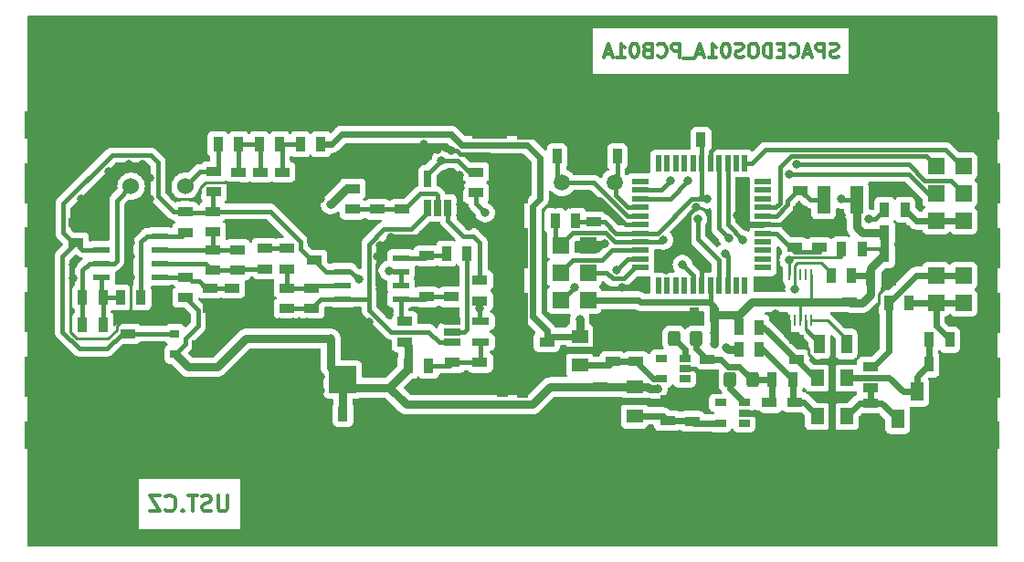
<source format=gbr>
%TF.GenerationSoftware,KiCad,Pcbnew,6.0.4-6f826c9f35~116~ubuntu20.04.1*%
%TF.CreationDate,2022-04-16T22:40:28+00:00*%
%TF.ProjectId,USTSIPIN01,55535453-4950-4494-9e30-312e6b696361,REV*%
%TF.SameCoordinates,Original*%
%TF.FileFunction,Copper,L2,Bot*%
%TF.FilePolarity,Positive*%
%FSLAX46Y46*%
G04 Gerber Fmt 4.6, Leading zero omitted, Abs format (unit mm)*
G04 Created by KiCad (PCBNEW 6.0.4-6f826c9f35~116~ubuntu20.04.1) date 2022-04-16 22:40:28*
%MOMM*%
%LPD*%
G01*
G04 APERTURE LIST*
G04 Aperture macros list*
%AMRoundRect*
0 Rectangle with rounded corners*
0 $1 Rounding radius*
0 $2 $3 $4 $5 $6 $7 $8 $9 X,Y pos of 4 corners*
0 Add a 4 corners polygon primitive as box body*
4,1,4,$2,$3,$4,$5,$6,$7,$8,$9,$2,$3,0*
0 Add four circle primitives for the rounded corners*
1,1,$1+$1,$2,$3*
1,1,$1+$1,$4,$5*
1,1,$1+$1,$6,$7*
1,1,$1+$1,$8,$9*
0 Add four rect primitives between the rounded corners*
20,1,$1+$1,$2,$3,$4,$5,0*
20,1,$1+$1,$4,$5,$6,$7,0*
20,1,$1+$1,$6,$7,$8,$9,0*
20,1,$1+$1,$8,$9,$2,$3,0*%
G04 Aperture macros list end*
%ADD10C,0.300000*%
%TA.AperFunction,NonConductor*%
%ADD11C,0.300000*%
%TD*%
%TA.AperFunction,ComponentPad*%
%ADD12C,6.000000*%
%TD*%
%TA.AperFunction,ComponentPad*%
%ADD13R,1.524000X1.524000*%
%TD*%
%TA.AperFunction,ComponentPad*%
%ADD14C,1.524000*%
%TD*%
%TA.AperFunction,ComponentPad*%
%ADD15C,1.500000*%
%TD*%
%TA.AperFunction,SMDPad,CuDef*%
%ADD16R,1.397000X0.889000*%
%TD*%
%TA.AperFunction,SMDPad,CuDef*%
%ADD17R,2.550160X2.499360*%
%TD*%
%TA.AperFunction,SMDPad,CuDef*%
%ADD18R,0.889000X1.397000*%
%TD*%
%TA.AperFunction,SMDPad,CuDef*%
%ADD19R,1.550000X0.600000*%
%TD*%
%TA.AperFunction,SMDPad,CuDef*%
%ADD20R,0.650000X1.560000*%
%TD*%
%TA.AperFunction,SMDPad,CuDef*%
%ADD21R,1.560000X0.650000*%
%TD*%
%TA.AperFunction,SMDPad,CuDef*%
%ADD22R,1.400000X0.899000*%
%TD*%
%TA.AperFunction,SMDPad,CuDef*%
%ADD23R,1.400000X0.889000*%
%TD*%
%TA.AperFunction,SMDPad,CuDef*%
%ADD24R,0.900000X0.800000*%
%TD*%
%TA.AperFunction,SMDPad,CuDef*%
%ADD25R,1.300000X1.700000*%
%TD*%
%TA.AperFunction,SMDPad,CuDef*%
%ADD26RoundRect,0.250000X0.325000X0.450000X-0.325000X0.450000X-0.325000X-0.450000X0.325000X-0.450000X0*%
%TD*%
%TA.AperFunction,SMDPad,CuDef*%
%ADD27R,1.060000X0.650000*%
%TD*%
%TA.AperFunction,SMDPad,CuDef*%
%ADD28R,1.500000X1.300000*%
%TD*%
%TA.AperFunction,SMDPad,CuDef*%
%ADD29R,3.000000X0.700000*%
%TD*%
%TA.AperFunction,SMDPad,CuDef*%
%ADD30R,1.500000X0.550000*%
%TD*%
%TA.AperFunction,SMDPad,CuDef*%
%ADD31R,0.550000X1.500000*%
%TD*%
%TA.AperFunction,SMDPad,CuDef*%
%ADD32R,3.800000X1.000000*%
%TD*%
%TA.AperFunction,SMDPad,CuDef*%
%ADD33R,1.000000X3.800000*%
%TD*%
%TA.AperFunction,SMDPad,CuDef*%
%ADD34R,3.300000X2.550000*%
%TD*%
%TA.AperFunction,SMDPad,CuDef*%
%ADD35R,1.300000X1.500000*%
%TD*%
%TA.AperFunction,SMDPad,CuDef*%
%ADD36R,0.700000X3.000000*%
%TD*%
%TA.AperFunction,SMDPad,CuDef*%
%ADD37R,1.524000X1.524000*%
%TD*%
%TA.AperFunction,SMDPad,CuDef*%
%ADD38R,1.270000X2.540000*%
%TD*%
%TA.AperFunction,SMDPad,CuDef*%
%ADD39R,0.250000X1.100000*%
%TD*%
%TA.AperFunction,SMDPad,CuDef*%
%ADD40R,1.000000X1.800000*%
%TD*%
%TA.AperFunction,ViaPad*%
%ADD41C,0.800000*%
%TD*%
%TA.AperFunction,Conductor*%
%ADD42C,0.250000*%
%TD*%
%TA.AperFunction,Conductor*%
%ADD43C,0.400000*%
%TD*%
%TA.AperFunction,Conductor*%
%ADD44C,0.600000*%
%TD*%
%TA.AperFunction,Conductor*%
%ADD45C,0.300000*%
%TD*%
%TA.AperFunction,Conductor*%
%ADD46C,0.800000*%
%TD*%
G04 APERTURE END LIST*
D10*
D11*
X19283714Y5520428D02*
X19283714Y4306142D01*
X19212285Y4163285D01*
X19140857Y4091857D01*
X18998000Y4020428D01*
X18712285Y4020428D01*
X18569428Y4091857D01*
X18498000Y4163285D01*
X18426571Y4306142D01*
X18426571Y5520428D01*
X17783714Y4091857D02*
X17569428Y4020428D01*
X17212285Y4020428D01*
X17069428Y4091857D01*
X16998000Y4163285D01*
X16926571Y4306142D01*
X16926571Y4449000D01*
X16998000Y4591857D01*
X17069428Y4663285D01*
X17212285Y4734714D01*
X17498000Y4806142D01*
X17640857Y4877571D01*
X17712285Y4949000D01*
X17783714Y5091857D01*
X17783714Y5234714D01*
X17712285Y5377571D01*
X17640857Y5449000D01*
X17498000Y5520428D01*
X17140857Y5520428D01*
X16926571Y5449000D01*
X16498000Y5520428D02*
X15640857Y5520428D01*
X16069428Y4020428D02*
X16069428Y5520428D01*
X15140857Y4163285D02*
X15069428Y4091857D01*
X15140857Y4020428D01*
X15212285Y4091857D01*
X15140857Y4163285D01*
X15140857Y4020428D01*
X13569428Y4163285D02*
X13640857Y4091857D01*
X13855142Y4020428D01*
X13998000Y4020428D01*
X14212285Y4091857D01*
X14355142Y4234714D01*
X14426571Y4377571D01*
X14498000Y4663285D01*
X14498000Y4877571D01*
X14426571Y5163285D01*
X14355142Y5306142D01*
X14212285Y5449000D01*
X13998000Y5520428D01*
X13855142Y5520428D01*
X13640857Y5449000D01*
X13569428Y5377571D01*
X13069428Y5520428D02*
X12069428Y5520428D01*
X13069428Y4020428D01*
X12069428Y4020428D01*
D10*
D11*
X75895380Y46209809D02*
X75709666Y46147904D01*
X75400142Y46147904D01*
X75276333Y46209809D01*
X75214428Y46271714D01*
X75152523Y46395523D01*
X75152523Y46519333D01*
X75214428Y46643142D01*
X75276333Y46705047D01*
X75400142Y46766952D01*
X75647761Y46828857D01*
X75771571Y46890761D01*
X75833476Y46952666D01*
X75895380Y47076476D01*
X75895380Y47200285D01*
X75833476Y47324095D01*
X75771571Y47386000D01*
X75647761Y47447904D01*
X75338238Y47447904D01*
X75152523Y47386000D01*
X74595380Y46147904D02*
X74595380Y47447904D01*
X74100142Y47447904D01*
X73976333Y47386000D01*
X73914428Y47324095D01*
X73852523Y47200285D01*
X73852523Y47014571D01*
X73914428Y46890761D01*
X73976333Y46828857D01*
X74100142Y46766952D01*
X74595380Y46766952D01*
X73357285Y46519333D02*
X72738238Y46519333D01*
X73481095Y46147904D02*
X73047761Y47447904D01*
X72614428Y46147904D01*
X71438238Y46271714D02*
X71500142Y46209809D01*
X71685857Y46147904D01*
X71809666Y46147904D01*
X71995380Y46209809D01*
X72119190Y46333619D01*
X72181095Y46457428D01*
X72243000Y46705047D01*
X72243000Y46890761D01*
X72181095Y47138380D01*
X72119190Y47262190D01*
X71995380Y47386000D01*
X71809666Y47447904D01*
X71685857Y47447904D01*
X71500142Y47386000D01*
X71438238Y47324095D01*
X70881095Y46828857D02*
X70447761Y46828857D01*
X70262047Y46147904D02*
X70881095Y46147904D01*
X70881095Y47447904D01*
X70262047Y47447904D01*
X69704904Y46147904D02*
X69704904Y47447904D01*
X69395380Y47447904D01*
X69209666Y47386000D01*
X69085857Y47262190D01*
X69023952Y47138380D01*
X68962047Y46890761D01*
X68962047Y46705047D01*
X69023952Y46457428D01*
X69085857Y46333619D01*
X69209666Y46209809D01*
X69395380Y46147904D01*
X69704904Y46147904D01*
X68157285Y47447904D02*
X67909666Y47447904D01*
X67785857Y47386000D01*
X67662047Y47262190D01*
X67600142Y47014571D01*
X67600142Y46581238D01*
X67662047Y46333619D01*
X67785857Y46209809D01*
X67909666Y46147904D01*
X68157285Y46147904D01*
X68281095Y46209809D01*
X68404904Y46333619D01*
X68466809Y46581238D01*
X68466809Y47014571D01*
X68404904Y47262190D01*
X68281095Y47386000D01*
X68157285Y47447904D01*
X67104904Y46209809D02*
X66919190Y46147904D01*
X66609666Y46147904D01*
X66485857Y46209809D01*
X66423952Y46271714D01*
X66362047Y46395523D01*
X66362047Y46519333D01*
X66423952Y46643142D01*
X66485857Y46705047D01*
X66609666Y46766952D01*
X66857285Y46828857D01*
X66981095Y46890761D01*
X67043000Y46952666D01*
X67104904Y47076476D01*
X67104904Y47200285D01*
X67043000Y47324095D01*
X66981095Y47386000D01*
X66857285Y47447904D01*
X66547761Y47447904D01*
X66362047Y47386000D01*
X65557285Y47447904D02*
X65433476Y47447904D01*
X65309666Y47386000D01*
X65247761Y47324095D01*
X65185857Y47200285D01*
X65123952Y46952666D01*
X65123952Y46643142D01*
X65185857Y46395523D01*
X65247761Y46271714D01*
X65309666Y46209809D01*
X65433476Y46147904D01*
X65557285Y46147904D01*
X65681095Y46209809D01*
X65743000Y46271714D01*
X65804904Y46395523D01*
X65866809Y46643142D01*
X65866809Y46952666D01*
X65804904Y47200285D01*
X65743000Y47324095D01*
X65681095Y47386000D01*
X65557285Y47447904D01*
X63885857Y46147904D02*
X64628714Y46147904D01*
X64257285Y46147904D02*
X64257285Y47447904D01*
X64381095Y47262190D01*
X64504904Y47138380D01*
X64628714Y47076476D01*
X63390619Y46519333D02*
X62771571Y46519333D01*
X63514428Y46147904D02*
X63081095Y47447904D01*
X62647761Y46147904D01*
X62523952Y46024095D02*
X61533476Y46024095D01*
X61223952Y46147904D02*
X61223952Y47447904D01*
X60728714Y47447904D01*
X60604904Y47386000D01*
X60543000Y47324095D01*
X60481095Y47200285D01*
X60481095Y47014571D01*
X60543000Y46890761D01*
X60604904Y46828857D01*
X60728714Y46766952D01*
X61223952Y46766952D01*
X59181095Y46271714D02*
X59243000Y46209809D01*
X59428714Y46147904D01*
X59552523Y46147904D01*
X59738238Y46209809D01*
X59862047Y46333619D01*
X59923952Y46457428D01*
X59985857Y46705047D01*
X59985857Y46890761D01*
X59923952Y47138380D01*
X59862047Y47262190D01*
X59738238Y47386000D01*
X59552523Y47447904D01*
X59428714Y47447904D01*
X59243000Y47386000D01*
X59181095Y47324095D01*
X58190619Y46828857D02*
X58004904Y46766952D01*
X57943000Y46705047D01*
X57881095Y46581238D01*
X57881095Y46395523D01*
X57943000Y46271714D01*
X58004904Y46209809D01*
X58128714Y46147904D01*
X58623952Y46147904D01*
X58623952Y47447904D01*
X58190619Y47447904D01*
X58066809Y47386000D01*
X58004904Y47324095D01*
X57943000Y47200285D01*
X57943000Y47076476D01*
X58004904Y46952666D01*
X58066809Y46890761D01*
X58190619Y46828857D01*
X58623952Y46828857D01*
X57076333Y47447904D02*
X56952523Y47447904D01*
X56828714Y47386000D01*
X56766809Y47324095D01*
X56704904Y47200285D01*
X56643000Y46952666D01*
X56643000Y46643142D01*
X56704904Y46395523D01*
X56766809Y46271714D01*
X56828714Y46209809D01*
X56952523Y46147904D01*
X57076333Y46147904D01*
X57200142Y46209809D01*
X57262047Y46271714D01*
X57323952Y46395523D01*
X57385857Y46643142D01*
X57385857Y46952666D01*
X57323952Y47200285D01*
X57262047Y47324095D01*
X57200142Y47386000D01*
X57076333Y47447904D01*
X55404904Y46147904D02*
X56147761Y46147904D01*
X55776333Y46147904D02*
X55776333Y47447904D01*
X55900142Y47262190D01*
X56023952Y47138380D01*
X56147761Y47076476D01*
X54909666Y46519333D02*
X54290619Y46519333D01*
X55033476Y46147904D02*
X54600142Y47447904D01*
X54166809Y46147904D01*
D12*
%TO.P,M2,1*%
%TO.N,GND*%
X86360000Y45720000D03*
%TD*%
%TO.P,M3,1*%
%TO.N,GND*%
X5080000Y45720000D03*
%TD*%
%TO.P,M4,1*%
%TO.N,GND*%
X5080000Y5080000D03*
%TD*%
D13*
%TO.P,J1,1*%
%TO.N,/power/5*%
X84963000Y25908000D03*
%TO.P,J1,2*%
X87503000Y25908000D03*
%TD*%
%TO.P,J2,1*%
%TO.N,GND*%
X84963000Y28448000D03*
%TO.P,J2,2*%
X87503000Y28448000D03*
%TD*%
%TO.P,J3,1*%
%TO.N,/power/3*%
X84963000Y23368000D03*
%TO.P,J3,2*%
X87503000Y23368000D03*
%TD*%
D14*
%TO.P,D2,1*%
%TO.N,/K*%
X15360000Y34190000D03*
%TO.P,D2,2*%
%TO.N,/A*%
X10360000Y34190000D03*
%TD*%
D13*
%TO.P,J4,1*%
%TO.N,/cpu/PC7*%
X84963000Y36068000D03*
%TD*%
%TO.P,J5,1*%
%TO.N,/cpu/PC3*%
X87503000Y36068000D03*
%TD*%
%TO.P,J6,1*%
%TO.N,/cpu/RX0*%
X84963000Y33528000D03*
%TD*%
%TO.P,J7,1*%
%TO.N,/cpu/TX0*%
X87503000Y33528000D03*
%TD*%
%TO.P,J19,1*%
%TO.N,/cpu/RST#*%
X84963000Y30988000D03*
%TO.P,J19,2*%
X87503000Y30988000D03*
%TD*%
D12*
%TO.P,M1,1*%
%TO.N,GND*%
X86360000Y5080000D03*
%TD*%
D15*
%TO.P,Y1,1*%
%TO.N,Net-(C30-Pad1)*%
X50292000Y34544000D03*
%TO.P,Y1,2*%
%TO.N,Net-(C33-Pad1)*%
X55172000Y34544000D03*
%TD*%
D16*
%TO.P,C20,1*%
%TO.N,PA1*%
X10066000Y20504500D03*
%TO.P,C20,2*%
%TO.N,GND*%
X10066000Y18599500D03*
%TD*%
D17*
%TO.P,C1,1*%
%TO.N,+3V3*%
X29989760Y16250000D03*
%TO.P,C1,2*%
%TO.N,GND*%
X24940240Y16250000D03*
%TD*%
D16*
%TO.P,C3,1*%
%TO.N,PA1*%
X5240000Y28950000D03*
%TO.P,C3,2*%
%TO.N,GND*%
X5240000Y30855000D03*
%TD*%
D18*
%TO.P,C4,1*%
%TO.N,+3V3*%
X30005000Y13075000D03*
%TO.P,C4,2*%
%TO.N,GND*%
X28100000Y13075000D03*
%TD*%
%TO.P,C5,1*%
%TO.N,Net-(C10-Pad2)*%
X7780000Y23870000D03*
%TO.P,C5,2*%
%TO.N,/A*%
X5875000Y23870000D03*
%TD*%
D16*
%TO.P,C6,1*%
%TO.N,/VCC1*%
X19718000Y24759000D03*
%TO.P,C6,2*%
%TO.N,GND*%
X19718000Y22854000D03*
%TD*%
%TO.P,C7,1*%
%TO.N,/VCC2*%
X40038000Y23933500D03*
%TO.P,C7,2*%
%TO.N,GND*%
X40038000Y25838500D03*
%TD*%
%TO.P,C8,1*%
%TO.N,/VCC3*%
X33180000Y32061500D03*
%TO.P,C8,2*%
%TO.N,GND*%
X33180000Y33966500D03*
%TD*%
%TO.P,C9,1*%
%TO.N,/VCC4*%
X40165000Y17837500D03*
%TO.P,C9,2*%
%TO.N,GND*%
X40165000Y15932500D03*
%TD*%
D18*
%TO.P,C10,1*%
%TO.N,Net-(C10-Pad1)*%
X11272500Y23870000D03*
%TO.P,C10,2*%
%TO.N,Net-(C10-Pad2)*%
X9367500Y23870000D03*
%TD*%
D16*
%TO.P,C11,1*%
%TO.N,/VCC1*%
X17686000Y24759000D03*
%TO.P,C11,2*%
%TO.N,GND*%
X17686000Y22854000D03*
%TD*%
%TO.P,C12,1*%
%TO.N,/VCC2*%
X37752000Y23933500D03*
%TO.P,C12,2*%
%TO.N,GND*%
X37752000Y25838500D03*
%TD*%
%TO.P,C13,1*%
%TO.N,/VCC3*%
X35466000Y32061500D03*
%TO.P,C13,2*%
%TO.N,GND*%
X35466000Y33966500D03*
%TD*%
%TO.P,C14,1*%
%TO.N,/VCC4*%
X42705000Y17837500D03*
%TO.P,C14,2*%
%TO.N,GND*%
X42705000Y15932500D03*
%TD*%
%TO.P,C15,1*%
%TO.N,Net-(C15-Pad1)*%
X20226000Y26410000D03*
%TO.P,C15,2*%
%TO.N,Net-(C15-Pad2)*%
X20226000Y28315000D03*
%TD*%
%TO.P,C16,1*%
%TO.N,Net-(C16-Pad1)*%
X22766000Y28442000D03*
%TO.P,C16,2*%
%TO.N,Net-(C15-Pad1)*%
X22766000Y26537000D03*
%TD*%
%TO.P,C17,1*%
%TO.N,PA1*%
X27338000Y27362500D03*
%TO.P,C17,2*%
%TO.N,GND*%
X27338000Y29267500D03*
%TD*%
%TO.P,C18,1*%
%TO.N,Net-(C18-Pad1)*%
X27084000Y22854000D03*
%TO.P,C18,2*%
%TO.N,Net-(C18-Pad2)*%
X27084000Y24759000D03*
%TD*%
%TO.P,C19,1*%
%TO.N,Net-(C19-Pad1)*%
X37752000Y27743500D03*
%TO.P,C19,2*%
%TO.N,GND*%
X37752000Y29648500D03*
%TD*%
%TO.P,R3,1*%
%TO.N,/VCC2*%
X35720000Y21647500D03*
%TO.P,R3,2*%
%TO.N,+3V3*%
X35720000Y19742500D03*
%TD*%
%TO.P,R4,1*%
%TO.N,/VCC3*%
X30894000Y32061500D03*
%TO.P,R4,2*%
%TO.N,+3V3*%
X30894000Y33966500D03*
%TD*%
D18*
%TO.P,R5,1*%
%TO.N,/VCC4*%
X37942500Y17520000D03*
%TO.P,R5,2*%
%TO.N,+3V3*%
X36037500Y17520000D03*
%TD*%
%TO.P,R6,1*%
%TO.N,Net-(C10-Pad2)*%
X7780000Y21330000D03*
%TO.P,R6,2*%
%TO.N,/A*%
X5875000Y21330000D03*
%TD*%
D16*
%TO.P,R7,1*%
%TO.N,PA1*%
X15400000Y31807500D03*
%TO.P,R7,2*%
%TO.N,Net-(C10-Pad1)*%
X15400000Y29902500D03*
%TD*%
%TO.P,R8,1*%
%TO.N,Net-(C15-Pad2)*%
X17940000Y29966000D03*
%TO.P,R8,2*%
%TO.N,PA1*%
X17940000Y31871000D03*
%TD*%
%TO.P,R9,1*%
%TO.N,Net-(C15-Pad1)*%
X17940000Y26410000D03*
%TO.P,R9,2*%
%TO.N,Net-(C15-Pad2)*%
X17940000Y28315000D03*
%TD*%
%TO.P,R10,1*%
%TO.N,Net-(C18-Pad2)*%
X24798000Y26537000D03*
%TO.P,R10,2*%
%TO.N,Net-(C16-Pad1)*%
X24798000Y28442000D03*
%TD*%
%TO.P,R11,1*%
%TO.N,Net-(C18-Pad1)*%
X24798000Y22854000D03*
%TO.P,R11,2*%
%TO.N,Net-(C18-Pad2)*%
X24798000Y24759000D03*
%TD*%
%TO.P,R12,1*%
%TO.N,PB0*%
X42705000Y23552500D03*
%TO.P,R12,2*%
%TO.N,Net-(R12-Pad2)*%
X42705000Y25457500D03*
%TD*%
D18*
%TO.P,R13,1*%
%TO.N,Net-(C19-Pad1)*%
X39593500Y27934000D03*
%TO.P,R13,2*%
%TO.N,Net-(R13-Pad2)*%
X41498500Y27934000D03*
%TD*%
D19*
%TO.P,U1,1*%
%TO.N,Net-(C10-Pad2)*%
X7620000Y25775000D03*
%TO.P,U1,2*%
%TO.N,/A*%
X7620000Y27045000D03*
%TO.P,U1,3*%
%TO.N,PA1*%
X7620000Y28315000D03*
%TO.P,U1,4*%
%TO.N,GND*%
X7620000Y29585000D03*
%TO.P,U1,5*%
%TO.N,Net-(C10-Pad1)*%
X13020000Y29585000D03*
%TO.P,U1,6*%
%TO.N,Net-(C15-Pad2)*%
X13020000Y28315000D03*
%TO.P,U1,7*%
%TO.N,Net-(C15-Pad1)*%
X13020000Y27045000D03*
%TO.P,U1,8*%
%TO.N,/VCC1*%
X13020000Y25775000D03*
%TD*%
D20*
%TO.P,U4,1*%
%TO.N,Net-(R12-Pad2)*%
X39718000Y32172000D03*
%TO.P,U4,2*%
%TO.N,/VCC3*%
X38768000Y32172000D03*
%TO.P,U4,3*%
%TO.N,Net-(C18-Pad1)*%
X37818000Y32172000D03*
%TO.P,U4,4*%
%TO.N,Net-(R1-Pad2)*%
X37818000Y34872000D03*
%TO.P,U4,5*%
%TO.N,GND*%
X39718000Y34872000D03*
%TD*%
D21*
%TO.P,U5,1*%
%TO.N,Net-(C18-Pad1)*%
X40085000Y19745000D03*
%TO.P,U5,2*%
%TO.N,Net-(R13-Pad2)*%
X40085000Y20695000D03*
%TO.P,U5,3*%
%TO.N,GND*%
X40085000Y21645000D03*
%TO.P,U5,4*%
%TO.N,PB0*%
X42785000Y21645000D03*
%TO.P,U5,5*%
%TO.N,/VCC4*%
X42785000Y19745000D03*
%TD*%
D16*
%TO.P,R2,1*%
%TO.N,/VCC1*%
X15400000Y25775000D03*
%TO.P,R2,2*%
%TO.N,+3V3*%
X15400000Y23870000D03*
%TD*%
D19*
%TO.P,U2,1*%
%TO.N,Net-(C18-Pad1)*%
X29972000Y23743000D03*
%TO.P,U2,2*%
%TO.N,Net-(C18-Pad2)*%
X29972000Y25013000D03*
%TO.P,U2,3*%
%TO.N,PA1*%
X29972000Y26283000D03*
%TO.P,U2,4*%
%TO.N,GND*%
X29972000Y27553000D03*
%TO.P,U2,5*%
%TO.N,Net-(C19-Pad1)*%
X35372000Y27553000D03*
%TO.P,U2,6*%
%TO.N,Net-(R1-Pad2)*%
X35372000Y26283000D03*
%TO.P,U2,7*%
X35372000Y25013000D03*
%TO.P,U2,8*%
%TO.N,/VCC2*%
X35372000Y23743000D03*
%TD*%
D22*
%TO.P,R1,1*%
%TO.N,PA0*%
X42324000Y33585500D03*
D23*
%TO.P,R1,2*%
%TO.N,Net-(R1-Pad2)*%
X42324000Y35490500D03*
%TD*%
D16*
%TO.P,C2,1*%
%TO.N,Net-(C2-Pad1)*%
X20320000Y35496500D03*
%TO.P,C2,2*%
%TO.N,GND*%
X20320000Y33591500D03*
%TD*%
D24*
%TO.P,U3,1*%
%TO.N,+3V3*%
X14416000Y18602000D03*
%TO.P,U3,2*%
%TO.N,PA1*%
X14416000Y20502000D03*
%TO.P,U3,3*%
%TO.N,GND*%
X16416000Y19552000D03*
%TD*%
D25*
%TO.P,D1,1*%
%TO.N,Net-(C22-Pad1)*%
X81407000Y12573000D03*
%TO.P,D1,2*%
%TO.N,GND*%
X84907000Y12573000D03*
%TD*%
D16*
%TO.P,C55,1*%
%TO.N,Net-(C29-Pad3)*%
X72009000Y18097500D03*
%TO.P,C55,2*%
%TO.N,GND*%
X72009000Y20002500D03*
%TD*%
D18*
%TO.P,R25,1*%
%TO.N,+5V*%
X66675000Y19050000D03*
%TO.P,R25,2*%
%TO.N,Net-(C45-Pad3)*%
X68580000Y19050000D03*
%TD*%
%TO.P,R27,1*%
%TO.N,+3V3*%
X66675000Y21082000D03*
%TO.P,R27,2*%
%TO.N,Net-(C29-Pad3)*%
X68580000Y21082000D03*
%TD*%
%TO.P,R28,1*%
%TO.N,VDD*%
X69786500Y16256000D03*
%TO.P,R28,2*%
%TO.N,Net-(C45-Pad3)*%
X71691500Y16256000D03*
%TD*%
D16*
%TO.P,C21,1*%
%TO.N,Net-(C21-Pad1)*%
X24384000Y35496500D03*
%TO.P,C21,2*%
%TO.N,GND*%
X24384000Y33591500D03*
%TD*%
%TO.P,C22,1*%
%TO.N,Net-(C22-Pad1)*%
X78867000Y14033500D03*
%TO.P,C22,2*%
%TO.N,GND*%
X78867000Y12128500D03*
%TD*%
D18*
%TO.P,C36,1*%
%TO.N,Net-(C29-Pad1)*%
X84328000Y17653000D03*
%TO.P,C36,2*%
%TO.N,GND*%
X86233000Y17653000D03*
%TD*%
D16*
%TO.P,F1,1*%
%TO.N,Net-(C22-Pad1)*%
X78867000Y15494000D03*
%TO.P,F1,2*%
%TO.N,/power/5*%
X78867000Y17399000D03*
%TD*%
D18*
%TO.P,F2,1*%
%TO.N,Net-(C29-Pad1)*%
X84328000Y19939000D03*
%TO.P,F2,2*%
%TO.N,/power/3*%
X86233000Y19939000D03*
%TD*%
D25*
%TO.P,D3,1*%
%TO.N,Net-(C29-Pad1)*%
X83185000Y15113000D03*
%TO.P,D3,2*%
%TO.N,GND*%
X86685000Y15113000D03*
%TD*%
D26*
%TO.P,L2,1*%
%TO.N,VDD*%
X67945000Y16256000D03*
%TO.P,L2,2*%
%TO.N,Net-(L2-Pad2)*%
X65895000Y16256000D03*
%TD*%
%TO.P,L3,1*%
%TO.N,VDD*%
X62747000Y20066000D03*
%TO.P,L3,2*%
%TO.N,Net-(L3-Pad2)*%
X60697000Y20066000D03*
%TD*%
D27*
%TO.P,U6,1*%
%TO.N,Net-(L2-Pad2)*%
X67183000Y14097000D03*
%TO.P,U6,2*%
%TO.N,GND*%
X67183000Y13147000D03*
%TO.P,U6,3*%
%TO.N,N/C*%
X67183000Y12197000D03*
%TO.P,U6,4*%
%TO.N,Net-(C38-Pad1)*%
X64983000Y12197000D03*
%TO.P,U6,5*%
%TO.N,N/C*%
X64983000Y14097000D03*
%TD*%
D16*
%TO.P,C50,1*%
%TO.N,Net-(C42-Pad1)*%
X54991000Y17907000D03*
%TO.P,C50,2*%
%TO.N,GND*%
X54991000Y19812000D03*
%TD*%
%TO.P,C49,1*%
%TO.N,Net-(C38-Pad1)*%
X62357000Y12382500D03*
%TO.P,C49,2*%
%TO.N,GND*%
X62357000Y14287500D03*
%TD*%
%TO.P,C42,1*%
%TO.N,Net-(C42-Pad1)*%
X57150000Y17907000D03*
%TO.P,C42,2*%
%TO.N,GND*%
X57150000Y19812000D03*
%TD*%
D28*
%TO.P,C52,1*%
%TO.N,Net-(C42-Pad1)*%
X51943000Y17573000D03*
D29*
%TO.P,C52,2*%
%TO.N,GND*%
X51943000Y18923000D03*
D28*
%TO.P,C52,3*%
%TO.N,+5V*%
X51943000Y20273000D03*
%TD*%
D16*
%TO.P,C38,1*%
%TO.N,Net-(C38-Pad1)*%
X60071000Y12446000D03*
%TO.P,C38,2*%
%TO.N,GND*%
X60071000Y14351000D03*
%TD*%
D28*
%TO.P,C51,1*%
%TO.N,Net-(C38-Pad1)*%
X57023000Y12874000D03*
D29*
%TO.P,C51,2*%
%TO.N,GND*%
X57023000Y14224000D03*
D28*
%TO.P,C51,3*%
%TO.N,+3V3*%
X57023000Y15574000D03*
%TD*%
D16*
%TO.P,C25,1*%
%TO.N,VDD*%
X63754000Y18097500D03*
%TO.P,C25,2*%
%TO.N,GND*%
X63754000Y16192500D03*
%TD*%
%TO.P,C44,1*%
%TO.N,Net-(C40-Pad1)*%
X71882000Y28511500D03*
%TO.P,C44,2*%
%TO.N,GND*%
X71882000Y30416500D03*
%TD*%
%TO.P,C40,1*%
%TO.N,Net-(C40-Pad1)*%
X74168000Y28511500D03*
%TO.P,C40,2*%
%TO.N,GND*%
X74168000Y30416500D03*
%TD*%
D18*
%TO.P,R24,1*%
%TO.N,/power/5*%
X80581500Y23368000D03*
%TO.P,R24,2*%
%TO.N,/power/3*%
X82486500Y23368000D03*
%TD*%
D16*
%TO.P,C31,1*%
%TO.N,/cpu/AVCC*%
X72390000Y33782000D03*
%TO.P,C31,2*%
%TO.N,GND*%
X72390000Y31877000D03*
%TD*%
D18*
%TO.P,C27,1*%
%TO.N,+3V3*%
X80200500Y27813000D03*
%TO.P,C27,2*%
%TO.N,GND*%
X82105500Y27813000D03*
%TD*%
D16*
%TO.P,C53,1*%
%TO.N,+3V3*%
X53848000Y15557500D03*
%TO.P,C53,2*%
%TO.N,GND*%
X53848000Y13652500D03*
%TD*%
D27*
%TO.P,U8,1*%
%TO.N,Net-(L3-Pad2)*%
X61679000Y18222000D03*
%TO.P,U8,2*%
%TO.N,GND*%
X61679000Y17272000D03*
%TO.P,U8,3*%
%TO.N,N/C*%
X61679000Y16322000D03*
%TO.P,U8,4*%
%TO.N,Net-(C42-Pad1)*%
X59479000Y16322000D03*
%TO.P,U8,5*%
%TO.N,N/C*%
X59479000Y18222000D03*
%TD*%
D30*
%TO.P,U10,1*%
%TO.N,/cpu/PB5*%
X57550000Y26640000D03*
%TO.P,U10,2*%
%TO.N,/cpu/PB6*%
X57550000Y27440000D03*
%TO.P,U10,3*%
%TO.N,/cpu/PB7*%
X57550000Y28240000D03*
%TO.P,U10,4*%
%TO.N,/cpu/RST#_P*%
X57550000Y29040000D03*
%TO.P,U10,5*%
%TO.N,+3V3*%
X57550000Y29840000D03*
%TO.P,U10,6*%
%TO.N,GND*%
X57550000Y30640000D03*
%TO.P,U10,7*%
%TO.N,Net-(C30-Pad1)*%
X57550000Y31440000D03*
%TO.P,U10,8*%
%TO.N,Net-(C33-Pad1)*%
X57550000Y32240000D03*
%TO.P,U10,9*%
%TO.N,/cpu/RX0*%
X57550000Y33040000D03*
%TO.P,U10,10*%
%TO.N,/cpu/TX0*%
X57550000Y33840000D03*
%TO.P,U10,11*%
%TO.N,N/C*%
X57550000Y34640000D03*
D31*
%TO.P,U10,12*%
X59250000Y36340000D03*
%TO.P,U10,13*%
X60050000Y36340000D03*
%TO.P,U10,14*%
X60850000Y36340000D03*
%TO.P,U10,15*%
X61650000Y36340000D03*
%TO.P,U10,16*%
X62450000Y36340000D03*
%TO.P,U10,17*%
%TO.N,+3V3*%
X63250000Y36340000D03*
%TO.P,U10,18*%
%TO.N,GND*%
X64050000Y36340000D03*
%TO.P,U10,19*%
%TO.N,/cpu/PC0*%
X64850000Y36340000D03*
%TO.P,U10,20*%
%TO.N,/cpu/PC1*%
X65650000Y36340000D03*
%TO.P,U10,21*%
%TO.N,N/C*%
X66450000Y36340000D03*
%TO.P,U10,22*%
%TO.N,/cpu/PC3*%
X67250000Y36340000D03*
D30*
%TO.P,U10,23*%
%TO.N,N/C*%
X68950000Y34640000D03*
%TO.P,U10,24*%
X68950000Y33840000D03*
%TO.P,U10,25*%
X68950000Y33040000D03*
%TO.P,U10,26*%
%TO.N,/cpu/PC7*%
X68950000Y32240000D03*
%TO.P,U10,27*%
%TO.N,/cpu/AVCC*%
X68950000Y31440000D03*
%TO.P,U10,28*%
%TO.N,GND*%
X68950000Y30640000D03*
%TO.P,U10,29*%
%TO.N,Net-(C40-Pad1)*%
X68950000Y29840000D03*
%TO.P,U10,30*%
%TO.N,N/C*%
X68950000Y29040000D03*
%TO.P,U10,31*%
X68950000Y28240000D03*
%TO.P,U10,32*%
X68950000Y27440000D03*
%TO.P,U10,33*%
X68950000Y26640000D03*
D31*
%TO.P,U10,34*%
X67250000Y24940000D03*
%TO.P,U10,35*%
X66450000Y24940000D03*
%TO.P,U10,36*%
%TO.N,PA1*%
X65650000Y24940000D03*
%TO.P,U10,37*%
%TO.N,PA0*%
X64850000Y24940000D03*
%TO.P,U10,38*%
%TO.N,+3V3*%
X64050000Y24940000D03*
%TO.P,U10,39*%
%TO.N,GND*%
X63250000Y24940000D03*
%TO.P,U10,40*%
%TO.N,PB0*%
X62450000Y24940000D03*
%TO.P,U10,41*%
%TO.N,N/C*%
X61650000Y24940000D03*
%TO.P,U10,42*%
X60850000Y24940000D03*
%TO.P,U10,43*%
X60050000Y24940000D03*
%TO.P,U10,44*%
X59250000Y24940000D03*
%TD*%
D18*
%TO.P,R20,1*%
%TO.N,/cpu/PC1*%
X76200000Y28321000D03*
%TO.P,R20,2*%
%TO.N,+3V3*%
X78105000Y28321000D03*
%TD*%
D32*
%TO.P,M7,1*%
%TO.N,GND*%
X59501000Y10279000D03*
D33*
X46601000Y22429000D03*
D32*
X65501000Y10279000D03*
D34*
X89251000Y39804000D03*
X47751000Y11054000D03*
D33*
X46601000Y34429000D03*
X90401000Y28429000D03*
X90401000Y22429000D03*
D32*
X53501000Y40579000D03*
X83501000Y40579000D03*
D34*
X89251000Y11054000D03*
D33*
X46601000Y16429000D03*
D32*
X71501000Y10279000D03*
D33*
X46601000Y28429000D03*
X90401000Y34429000D03*
D32*
X71501000Y40579000D03*
D33*
X90401000Y16429000D03*
D34*
X47751000Y39804000D03*
D32*
X77501000Y10279000D03*
X53501000Y10279000D03*
X83501000Y10279000D03*
X65501000Y40579000D03*
X59501000Y40579000D03*
X77501000Y40579000D03*
%TD*%
D35*
%TO.P,C29,1*%
%TO.N,Net-(C29-Pad1)*%
X76661000Y16383000D03*
D36*
%TO.P,C29,2*%
%TO.N,GND*%
X75311000Y16383000D03*
D35*
%TO.P,C29,3*%
%TO.N,Net-(C29-Pad3)*%
X73961000Y16383000D03*
%TD*%
D37*
%TO.P,J22,1*%
%TO.N,/cpu/PB6*%
X50165000Y23622000D03*
%TO.P,J22,2*%
%TO.N,+3V3*%
X52705000Y23622000D03*
%TO.P,J22,3*%
%TO.N,/cpu/PB7*%
X50165000Y26162000D03*
%TO.P,J22,4*%
%TO.N,/cpu/PB5*%
X52705000Y26162000D03*
%TO.P,J22,5*%
%TO.N,/cpu/RST#_P*%
X50165000Y28702000D03*
%TO.P,J22,6*%
%TO.N,GND*%
X52705000Y28702000D03*
%TD*%
D18*
%TO.P,R23,1*%
%TO.N,/cpu/RST#_P*%
X49657000Y30988000D03*
%TO.P,R23,2*%
%TO.N,+3V3*%
X51562000Y30988000D03*
%TD*%
%TO.P,C26,1*%
%TO.N,+3V3*%
X78930500Y25654000D03*
%TO.P,C26,2*%
%TO.N,GND*%
X80835500Y25654000D03*
%TD*%
%TO.P,C28,1*%
%TO.N,+3V3*%
X80200500Y29845000D03*
%TO.P,C28,2*%
%TO.N,GND*%
X82105500Y29845000D03*
%TD*%
%TO.P,C30,1*%
%TO.N,Net-(C30-Pad1)*%
X49847500Y36957000D03*
%TO.P,C30,2*%
%TO.N,GND*%
X51752500Y36957000D03*
%TD*%
%TO.P,C33,1*%
%TO.N,Net-(C33-Pad1)*%
X55435500Y36957000D03*
%TO.P,C33,2*%
%TO.N,GND*%
X53530500Y36957000D03*
%TD*%
D16*
%TO.P,C34,1*%
%TO.N,+3V3*%
X53213000Y30861000D03*
%TO.P,C34,2*%
%TO.N,GND*%
X53213000Y32766000D03*
%TD*%
D18*
%TO.P,C35,1*%
%TO.N,+3V3*%
X64452500Y22225000D03*
%TO.P,C35,2*%
%TO.N,GND*%
X62547500Y22225000D03*
%TD*%
%TO.P,C39,1*%
%TO.N,+3V3*%
X63182500Y38481000D03*
%TO.P,C39,2*%
%TO.N,GND*%
X65087500Y38481000D03*
%TD*%
%TO.P,C43,1*%
%TO.N,/cpu/RST#_P*%
X80200500Y32004000D03*
%TO.P,C43,2*%
%TO.N,/cpu/RST#*%
X82105500Y32004000D03*
%TD*%
D16*
%TO.P,C47,1*%
%TO.N,+3V3*%
X76962000Y23431500D03*
%TO.P,C47,2*%
%TO.N,GND*%
X76962000Y21526500D03*
%TD*%
D38*
%TO.P,L1,1*%
%TO.N,+3V3*%
X77597000Y32893000D03*
%TO.P,L1,2*%
%TO.N,/cpu/AVCC*%
X74549000Y32893000D03*
%TD*%
D18*
%TO.P,R21,1*%
%TO.N,/cpu/PC0*%
X75247500Y25908000D03*
%TO.P,R21,2*%
%TO.N,+3V3*%
X77152500Y25908000D03*
%TD*%
D39*
%TO.P,U11,1*%
%TO.N,Net-(U11-Pad1)*%
X73390000Y21726000D03*
%TO.P,U11,2*%
%TO.N,Net-(U11-Pad2)*%
X72890000Y21726000D03*
%TO.P,U11,3*%
%TO.N,+3V3*%
X72390000Y21726000D03*
%TO.P,U11,4*%
%TO.N,N/C*%
X71890000Y21726000D03*
%TO.P,U11,5*%
%TO.N,GND*%
X71390000Y21726000D03*
%TO.P,U11,6*%
%TO.N,/cpu/PC1*%
X71390000Y26026000D03*
%TO.P,U11,7*%
%TO.N,/cpu/PC0*%
X71890000Y26026000D03*
%TO.P,U11,8*%
%TO.N,N/C*%
X72390000Y26026000D03*
%TO.P,U11,9*%
X72890000Y26026000D03*
%TO.P,U11,10*%
%TO.N,+3V3*%
X73390000Y26026000D03*
%TD*%
D40*
%TO.P,Y2,1*%
%TO.N,Net-(U11-Pad2)*%
X74168000Y19558000D03*
%TO.P,Y2,2*%
%TO.N,Net-(U11-Pad1)*%
X76668000Y19558000D03*
%TD*%
D16*
%TO.P,C23,1*%
%TO.N,Net-(C2-Pad1)*%
X22352000Y35496500D03*
%TO.P,C23,2*%
%TO.N,GND*%
X22352000Y33591500D03*
%TD*%
%TO.P,C24,1*%
%TO.N,/K*%
X18034000Y35560000D03*
%TO.P,C24,2*%
%TO.N,PA1*%
X18034000Y33655000D03*
%TD*%
%TO.P,C32,1*%
%TO.N,VDD*%
X69469000Y14097000D03*
%TO.P,C32,2*%
%TO.N,GND*%
X69469000Y12192000D03*
%TD*%
D35*
%TO.P,C45,1*%
%TO.N,Net-(C22-Pad1)*%
X76661000Y12827000D03*
D36*
%TO.P,C45,2*%
%TO.N,GND*%
X75311000Y12827000D03*
D35*
%TO.P,C45,3*%
%TO.N,Net-(C45-Pad3)*%
X73961000Y12827000D03*
%TD*%
D16*
%TO.P,C48,1*%
%TO.N,Net-(C45-Pad3)*%
X71882000Y14160500D03*
%TO.P,C48,2*%
%TO.N,GND*%
X71882000Y12255500D03*
%TD*%
%TO.P,C54,1*%
%TO.N,+5V*%
X48895000Y19748500D03*
%TO.P,C54,2*%
%TO.N,GND*%
X48895000Y17843500D03*
%TD*%
D18*
%TO.P,R15,1*%
%TO.N,Net-(C21-Pad1)*%
X26035000Y38100000D03*
%TO.P,R15,2*%
%TO.N,+5V*%
X27940000Y38100000D03*
%TD*%
%TO.P,R19,1*%
%TO.N,Net-(C2-Pad1)*%
X22225000Y38100000D03*
%TO.P,R19,2*%
%TO.N,Net-(C21-Pad1)*%
X24130000Y38100000D03*
%TD*%
%TO.P,R22,1*%
%TO.N,/K*%
X18415000Y38100000D03*
%TO.P,R22,2*%
%TO.N,Net-(C2-Pad1)*%
X20320000Y38100000D03*
%TD*%
D34*
%TO.P,M6,1*%
%TO.N,GND*%
X43624000Y11115000D03*
D32*
X37874000Y40640000D03*
X7874000Y10340000D03*
D33*
X974000Y22490000D03*
X974000Y34490000D03*
D32*
X13874000Y40640000D03*
D33*
X974000Y28490000D03*
X44774000Y34490000D03*
D34*
X2124000Y39865000D03*
X2124000Y11115000D03*
D32*
X31874000Y10340000D03*
X25874000Y40640000D03*
D34*
X43624000Y39865000D03*
D33*
X44774000Y22490000D03*
D32*
X37874000Y10340000D03*
D33*
X44774000Y16490000D03*
D32*
X19874000Y40640000D03*
D33*
X974000Y16490000D03*
D32*
X31874000Y40640000D03*
D33*
X44774000Y28490000D03*
D32*
X7874000Y40640000D03*
X25874000Y10340000D03*
X13874000Y10340000D03*
X19874000Y10340000D03*
%TD*%
D41*
%TO.N,GND*%
X75311000Y14605000D03*
X33020000Y13716000D03*
X32766000Y12192000D03*
X34290000Y12192000D03*
X35814000Y12192000D03*
X37338000Y12192000D03*
X39116000Y12192000D03*
X40640000Y12192000D03*
X28575000Y11430000D03*
X26670000Y12700000D03*
X26670000Y13970000D03*
X27940000Y15240000D03*
X27940000Y16510000D03*
X27305000Y17780000D03*
X26035000Y18415000D03*
X24765000Y18415000D03*
X23495000Y18415000D03*
X22225000Y18415000D03*
X20955000Y17780000D03*
X19685000Y16510000D03*
X18415000Y15875000D03*
X17145000Y15875000D03*
X15240000Y15875000D03*
X13970000Y17145000D03*
X12700000Y17145000D03*
X17780000Y19050000D03*
X17780000Y20320000D03*
X17780000Y21590000D03*
X19050000Y21590000D03*
X19050000Y20320000D03*
X20320000Y21590000D03*
X21590000Y21590000D03*
X22860000Y21590000D03*
X24130000Y21590000D03*
X25400000Y21590000D03*
X26670000Y21590000D03*
X21590000Y22860000D03*
X21590000Y24892000D03*
X22860000Y24892000D03*
X22860000Y22860000D03*
X31115000Y22225000D03*
X29972000Y21844000D03*
X30480000Y20320000D03*
X30480000Y19050000D03*
X31750000Y19050000D03*
X31750000Y20320000D03*
X32385000Y21590000D03*
X34290000Y22225000D03*
X34036000Y17272000D03*
X34290000Y18415000D03*
X33655000Y19685000D03*
X32512000Y17272000D03*
X10795000Y17145000D03*
X8890000Y17145000D03*
X7620000Y17780000D03*
X5715000Y17780000D03*
X4445000Y18415000D03*
X3175000Y19685000D03*
X2540000Y20955000D03*
X2540000Y22225000D03*
X2540000Y24130000D03*
X2540000Y26035000D03*
X2540000Y27940000D03*
X2540000Y29845000D03*
X2540000Y31750000D03*
X2540000Y33020000D03*
X5715000Y33020000D03*
X6985000Y31750000D03*
X7620000Y33020000D03*
X8255000Y34290000D03*
X8255000Y35560000D03*
X10160000Y36195000D03*
X11430000Y36195000D03*
X12065000Y34925000D03*
X10795000Y31750000D03*
X12065000Y33020000D03*
X5080000Y35560000D03*
X13970000Y34925000D03*
X14605000Y36195000D03*
X15875000Y36195000D03*
X16510000Y37465000D03*
X16510000Y38735000D03*
X19685000Y30480000D03*
X20955000Y30480000D03*
X22225000Y30480000D03*
X23368000Y29972000D03*
X24765000Y32004000D03*
X26035000Y30988000D03*
X27305000Y30480000D03*
X27305000Y31750000D03*
X27940000Y33020000D03*
X28575000Y34290000D03*
X26035000Y33655000D03*
X26035000Y35560000D03*
X27305000Y36195000D03*
X28575000Y36195000D03*
X29845000Y35560000D03*
X31115000Y35560000D03*
X32385000Y35560000D03*
X33655000Y35560000D03*
X34925000Y35560000D03*
X36195000Y36195000D03*
X36195000Y37465000D03*
X37465000Y38100000D03*
X40005000Y37465000D03*
X40894000Y34036000D03*
X40894000Y32512000D03*
X40894000Y31496000D03*
X41656000Y30480000D03*
X42926000Y30480000D03*
X43688000Y29464000D03*
X50800000Y39116000D03*
X52324000Y39116000D03*
X53848000Y39116000D03*
X55372000Y39116000D03*
X56896000Y39116000D03*
X58420000Y39116000D03*
X59944000Y39116000D03*
X61468000Y39116000D03*
X62992000Y26924000D03*
X58928000Y20320000D03*
X53848000Y20320000D03*
X57912000Y24892000D03*
X69596000Y24892000D03*
X70104000Y22352000D03*
X76200000Y31496000D03*
X66548000Y31496000D03*
X67183000Y38735000D03*
X68453000Y38735000D03*
X51054000Y32512000D03*
X50038000Y21717000D03*
X49657000Y32512000D03*
X6096000Y36576000D03*
X7112000Y37592000D03*
X8636000Y38608000D03*
X10160000Y38608000D03*
X11684000Y38608000D03*
X13208000Y38608000D03*
X14224000Y37592000D03*
X79248000Y21844000D03*
X79248000Y20320000D03*
X78232000Y19304000D03*
X78232000Y39243000D03*
X76708000Y39243000D03*
X75184000Y39243000D03*
X73660000Y39243000D03*
X72136000Y39243000D03*
X70612000Y39243000D03*
X69596000Y39243000D03*
X87884000Y12192000D03*
X87884000Y13716000D03*
X88392000Y16764000D03*
X79248000Y33528000D03*
X67056000Y34036000D03*
X12225000Y21965000D03*
X33218000Y27680000D03*
X33428186Y28701814D03*
X10320000Y27680000D03*
X59944000Y26416000D03*
X54229000Y28829000D03*
X38895000Y30220000D03*
X10668000Y21965000D03*
X4064000Y34544000D03*
X4986000Y25648000D03*
X30767000Y28823000D03*
X10320000Y28950000D03*
X51308000Y12446000D03*
X34450000Y29420000D03*
X37465000Y15875000D03*
X50038000Y13716000D03*
X14732000Y22352000D03*
X4986000Y26918000D03*
X50038000Y12446000D03*
X40836307Y35248307D03*
X39530000Y29585000D03*
X33434000Y24632000D03*
X62701789Y32220000D03*
X29862000Y28823000D03*
X37625000Y21965000D03*
X55867109Y24815999D03*
X38749423Y37565961D03*
X52578000Y12446000D03*
X9304000Y22092000D03*
X38768000Y25902000D03*
X12860000Y23870000D03*
X51308000Y13716000D03*
X30640000Y30220000D03*
X31910000Y30220000D03*
X38895000Y21965000D03*
X52578000Y13716000D03*
X10319457Y30200565D03*
X12225000Y31490000D03*
X10320000Y25775000D03*
%TO.N,Net-(R1-Pad2)*%
X34256648Y26365080D03*
X39115992Y36576000D03*
%TO.N,/cpu/RST#_P*%
X78740000Y31115000D03*
X59690000Y29210000D03*
%TO.N,/cpu/PC0*%
X71882000Y24638000D03*
X65747314Y29387314D03*
%TO.N,/cpu/PC1*%
X71374778Y27336070D03*
X67056000Y29210000D03*
%TO.N,/cpu/PB6*%
X51435000Y24765000D03*
X55372000Y26416000D03*
%TO.N,/cpu/RX0*%
X61976000Y34671000D03*
X71374000Y35306000D03*
%TO.N,/cpu/TX0*%
X60325000Y34671000D03*
X72066686Y36191990D03*
%TO.N,+3V3*%
X28862000Y32506000D03*
X59182000Y15367000D03*
X63754000Y33020000D03*
X76200000Y33020000D03*
X64389000Y20574000D03*
X58420000Y15367000D03*
X28862000Y20060000D03*
X64389000Y19558000D03*
%TO.N,+5V*%
X65532000Y19177000D03*
X51943000Y21844000D03*
%TO.N,PA1*%
X31496000Y25527000D03*
X65405000Y27940000D03*
%TO.N,PA0*%
X62865000Y31115000D03*
X43180000Y31750000D03*
%TO.N,PB0*%
X61468000Y26924000D03*
X42705000Y22860000D03*
%TD*%
D42*
%TO.N,GND*%
X33218000Y27114315D02*
X33089999Y26986314D01*
X4732000Y20675476D02*
X4732000Y22092000D01*
X9042499Y20864497D02*
X8238002Y20060000D01*
X73960998Y17780000D02*
X74313998Y18133000D01*
X9431000Y21965000D02*
X9304000Y22092000D01*
X14224000Y33020000D02*
X16256000Y33020000D01*
D43*
X39215000Y21645000D02*
X38895000Y21965000D01*
D42*
X14130000Y22600000D02*
X12860000Y23870000D01*
X16764000Y34036000D02*
X17272000Y34544000D01*
X10320000Y27680000D02*
X10320000Y25775000D01*
D44*
X68514000Y13147000D02*
X69469000Y12192000D01*
D42*
X29972000Y27553000D02*
X29972000Y28713000D01*
X13970000Y33274000D02*
X14224000Y33020000D01*
X5347476Y20060000D02*
X4732000Y20675476D01*
X72009000Y20002500D02*
X72263000Y20002500D01*
D43*
X64050000Y37443500D02*
X65087500Y38481000D01*
X53914003Y32911999D02*
X51453999Y32911999D01*
D42*
X4732000Y22092000D02*
X4732000Y26918000D01*
X10320000Y21965000D02*
X9754315Y21965000D01*
D43*
X39530000Y29585000D02*
X38895000Y30220000D01*
D42*
X21336000Y33528000D02*
X21399500Y33591500D01*
D43*
X55943110Y24892000D02*
X55867109Y24815999D01*
D42*
X21399500Y33591500D02*
X22352000Y33591500D01*
D43*
X39530000Y29585000D02*
X34615000Y29585000D01*
X63250000Y26666000D02*
X62992000Y26924000D01*
X40570685Y37465000D02*
X40859674Y37176011D01*
X34615000Y29585000D02*
X34450000Y29420000D01*
D42*
X29972000Y28713000D02*
X29862000Y28823000D01*
D43*
X39466500Y29648500D02*
X39530000Y29585000D01*
X57912000Y24892000D02*
X55943110Y24892000D01*
D42*
X9042499Y21253184D02*
X9042499Y20864497D01*
X40038000Y25838500D02*
X38831500Y25838500D01*
X74711000Y18133000D02*
X75311000Y17533000D01*
D43*
X64050000Y36340000D02*
X64050000Y37443500D01*
D42*
X73152000Y18588998D02*
X73960998Y17780000D01*
X10319457Y30200565D02*
X10319457Y28950543D01*
X79655510Y23271510D02*
X77910500Y21526500D01*
D43*
X62674500Y17272000D02*
X63754000Y16192500D01*
D42*
X16256000Y33020000D02*
X16764000Y33528000D01*
D43*
X62992000Y26924000D02*
X62064999Y27851001D01*
D42*
X77910500Y21526500D02*
X76962000Y21526500D01*
X13970000Y34925000D02*
X13970000Y33274000D01*
D43*
X68950000Y30640000D02*
X71658500Y30640000D01*
D42*
X20320000Y34544000D02*
X21336000Y33528000D01*
X72263000Y20002500D02*
X73152000Y19113500D01*
X79655510Y24220010D02*
X79655510Y23271510D01*
X33089999Y26986314D02*
X33089999Y24976001D01*
D44*
X68950000Y30640000D02*
X67404000Y30640000D01*
D43*
X57550000Y30640000D02*
X56186002Y30640000D01*
X44774000Y35890000D02*
X44774000Y34490000D01*
D44*
X67183000Y13147000D02*
X68514000Y13147000D01*
D42*
X73152000Y19113500D02*
X73152000Y18588998D01*
X10320000Y21965000D02*
X12225000Y21965000D01*
D43*
X62064999Y31583210D02*
X62701789Y32220000D01*
D42*
X12225000Y31490000D02*
X13495000Y31490000D01*
D43*
X30767000Y28823000D02*
X30767000Y29077000D01*
D42*
X10319457Y28950543D02*
X10320000Y28950000D01*
D44*
X67404000Y30640000D02*
X66548000Y31496000D01*
D42*
X33218000Y27680000D02*
X33218000Y27114315D01*
X4732000Y22092000D02*
X4732000Y25394000D01*
X80835500Y25400000D02*
X79655510Y24220010D01*
D43*
X43487989Y37176011D02*
X44774000Y35890000D01*
X51453999Y32911999D02*
X51054000Y32512000D01*
X37752000Y29648500D02*
X39466500Y29648500D01*
D42*
X8238002Y20060000D02*
X5347476Y20060000D01*
X71390000Y21726000D02*
X71390000Y20621500D01*
D43*
X62064999Y27851001D02*
X62064999Y31583210D01*
X63250000Y24940000D02*
X63250000Y26666000D01*
X52705000Y28702000D02*
X54102000Y28702000D01*
X30767000Y29077000D02*
X31910000Y30220000D01*
D42*
X33089999Y24976001D02*
X33434000Y24632000D01*
D43*
X54102000Y28702000D02*
X54229000Y28829000D01*
D42*
X4732000Y25394000D02*
X4986000Y25648000D01*
X14130000Y21965000D02*
X14130000Y22600000D01*
D43*
X56186002Y30640000D02*
X53914003Y32911999D01*
D42*
X71390000Y20621500D02*
X72009000Y20002500D01*
X80835500Y25654000D02*
X80835500Y25400000D01*
X10320000Y21965000D02*
X9431000Y21965000D01*
X74313998Y18133000D02*
X74711000Y18133000D01*
D43*
X40859674Y37176011D02*
X43487989Y37176011D01*
X71658500Y30640000D02*
X71882000Y30416500D01*
D42*
X38831500Y25838500D02*
X38768000Y25902000D01*
X75311000Y17533000D02*
X75311000Y16383000D01*
X9754315Y21965000D02*
X9627315Y21838000D01*
D43*
X61679000Y17272000D02*
X62674500Y17272000D01*
D42*
X16764000Y33528000D02*
X16764000Y34036000D01*
D43*
X40085000Y21645000D02*
X39215000Y21645000D01*
D42*
X9627315Y21838000D02*
X9042499Y21253184D01*
D43*
X40005000Y37465000D02*
X40570685Y37465000D01*
D42*
X10320000Y21965000D02*
X10320000Y25775000D01*
X17272000Y34544000D02*
X20320000Y34544000D01*
D43*
%TO.N,Net-(C10-Pad2)*%
X9367500Y23870000D02*
X7780000Y23870000D01*
X7780000Y21330000D02*
X7780000Y23870000D01*
X7620000Y24030000D02*
X7780000Y23870000D01*
X7620000Y25775000D02*
X7620000Y24030000D01*
%TO.N,/VCC1*%
X17305000Y24759000D02*
X16670000Y25394000D01*
X15654000Y25775000D02*
X16035000Y25394000D01*
X13020000Y25775000D02*
X15400000Y25775000D01*
X17686000Y24759000D02*
X17305000Y24759000D01*
X17686000Y24759000D02*
X19718000Y24759000D01*
X15400000Y25775000D02*
X15654000Y25775000D01*
X16035000Y25394000D02*
X16670000Y25394000D01*
%TO.N,/VCC2*%
X35372000Y23743000D02*
X37561500Y23743000D01*
X37752000Y23933500D02*
X40038000Y23933500D01*
X35372000Y21995500D02*
X35720000Y21647500D01*
X35372000Y23743000D02*
X35372000Y21995500D01*
X37561500Y23743000D02*
X37752000Y23933500D01*
%TO.N,/VCC3*%
X38768000Y32172000D02*
X38768000Y33352000D01*
X38768000Y33352000D02*
X38598000Y33522000D01*
X30894000Y32061500D02*
X33180000Y32061500D01*
X35466000Y32061500D02*
X35720000Y32061500D01*
X37180500Y33522000D02*
X38598000Y33522000D01*
X35720000Y32061500D02*
X37180500Y33522000D01*
X33180000Y32061500D02*
X35466000Y32061500D01*
%TO.N,/VCC4*%
X37942500Y17520000D02*
X39847500Y17520000D01*
X40165000Y17837500D02*
X42705000Y17837500D01*
X42785000Y19745000D02*
X42785000Y17917500D01*
X39847500Y17520000D02*
X40165000Y17837500D01*
X42785000Y17917500D02*
X42705000Y17837500D01*
%TO.N,Net-(C10-Pad1)*%
X11272500Y23870000D02*
X11272500Y29012500D01*
X11272500Y29012500D02*
X11845000Y29585000D01*
X13020000Y29585000D02*
X11845000Y29585000D01*
X15082500Y29585000D02*
X15400000Y29902500D01*
X13020000Y29585000D02*
X15082500Y29585000D01*
%TO.N,Net-(C15-Pad1)*%
X22766000Y26537000D02*
X20353000Y26537000D01*
X17305000Y27045000D02*
X17940000Y26410000D01*
X13020000Y27045000D02*
X17305000Y27045000D01*
X20226000Y26410000D02*
X17940000Y26410000D01*
X20353000Y26537000D02*
X20226000Y26410000D01*
%TO.N,Net-(C15-Pad2)*%
X17940000Y28315000D02*
X20226000Y28315000D01*
X13020000Y28315000D02*
X17940000Y28315000D01*
X17940000Y28315000D02*
X17940000Y29966000D01*
%TO.N,Net-(C16-Pad1)*%
X22766000Y28442000D02*
X24798000Y28442000D01*
%TO.N,Net-(C18-Pad1)*%
X31783000Y23743000D02*
X32291000Y23743000D01*
X24798000Y22854000D02*
X27084000Y22854000D01*
X33180000Y21965000D02*
X32418000Y22727000D01*
X34450000Y20695000D02*
X33180000Y21965000D01*
X29972000Y23743000D02*
X31783000Y23743000D01*
X37818000Y31717000D02*
X36321000Y30220000D01*
X37955000Y20695000D02*
X34450000Y20695000D01*
X33815000Y30220000D02*
X32418000Y28823000D01*
X32418000Y22727000D02*
X32418000Y23870000D01*
X37818000Y31717000D02*
X37818000Y32172000D01*
X32418000Y23870000D02*
X32418000Y27680000D01*
X29972000Y23743000D02*
X27973000Y23743000D01*
X32291000Y23743000D02*
X32418000Y23870000D01*
X32418000Y28823000D02*
X32418000Y27680000D01*
X36321000Y30220000D02*
X33815000Y30220000D01*
X40085000Y19745000D02*
X38905000Y19745000D01*
X38905000Y19745000D02*
X37955000Y20695000D01*
X27973000Y23743000D02*
X27084000Y22854000D01*
%TO.N,Net-(C18-Pad2)*%
X27338000Y25013000D02*
X27084000Y24759000D01*
X29972000Y25013000D02*
X27338000Y25013000D01*
X24798000Y24759000D02*
X27084000Y24759000D01*
X24798000Y26537000D02*
X24798000Y24759000D01*
%TO.N,Net-(C19-Pad1)*%
X39403000Y27743500D02*
X39593500Y27934000D01*
X35372000Y27553000D02*
X37561500Y27553000D01*
X37561500Y27553000D02*
X37752000Y27743500D01*
X37752000Y27743500D02*
X39403000Y27743500D01*
%TO.N,Net-(R12-Pad2)*%
X42070000Y29585000D02*
X42705000Y28950000D01*
X42705000Y28950000D02*
X42705000Y25457500D01*
X39718000Y30992000D02*
X41125000Y29585000D01*
X39718000Y32172000D02*
X39718000Y30992000D01*
X41125000Y29585000D02*
X42070000Y29585000D01*
%TO.N,Net-(R13-Pad2)*%
X41498500Y20928500D02*
X41265000Y20695000D01*
X41498500Y27934000D02*
X41498500Y20928500D01*
X41265000Y20695000D02*
X40085000Y20695000D01*
%TO.N,Net-(C2-Pad1)*%
X22352000Y37973000D02*
X22225000Y38100000D01*
X20320000Y38100000D02*
X20320000Y35496500D01*
X22352000Y35496500D02*
X22352000Y37973000D01*
X20320000Y38100000D02*
X22225000Y38100000D01*
%TO.N,/A*%
X7620000Y27045000D02*
X8795000Y27045000D01*
X9050000Y27300000D02*
X9050000Y32880000D01*
X6510000Y27045000D02*
X5875000Y26410000D01*
X5875000Y21330000D02*
X5875000Y23870000D01*
X9050000Y32880000D02*
X10360000Y34190000D01*
X8795000Y27045000D02*
X9050000Y27300000D01*
X7620000Y27045000D02*
X6510000Y27045000D01*
X5875000Y26410000D02*
X5875000Y23870000D01*
%TO.N,/K*%
X18415000Y35941000D02*
X18034000Y35560000D01*
X16730000Y35560000D02*
X15360000Y34190000D01*
X18415000Y38100000D02*
X18415000Y35941000D01*
X18034000Y35560000D02*
X16730000Y35560000D01*
D44*
%TO.N,Net-(C22-Pad1)*%
X78867000Y15494000D02*
X78867000Y14033500D01*
X77867500Y14033500D02*
X76661000Y12827000D01*
X78867000Y14033500D02*
X77867500Y14033500D01*
X78867000Y14033500D02*
X79946500Y14033500D01*
X79946500Y14033500D02*
X81407000Y12573000D01*
D43*
%TO.N,Net-(R1-Pad2)*%
X37818000Y35327000D02*
X39067000Y36576000D01*
X37818000Y34872000D02*
X37818000Y35327000D01*
X35372000Y25013000D02*
X35372000Y26283000D01*
X39067000Y36576000D02*
X39115992Y36576000D01*
X35372000Y26283000D02*
X35289920Y26365080D01*
X34822333Y26365080D02*
X34256648Y26365080D01*
X42324000Y35490500D02*
X41725500Y35490500D01*
X40640000Y36576000D02*
X39115992Y36576000D01*
X35289920Y26365080D02*
X34822333Y26365080D01*
X41725500Y35490500D02*
X40640000Y36576000D01*
D44*
%TO.N,VDD*%
X67321627Y16879373D02*
X67945000Y16256000D01*
X69786500Y16256000D02*
X69786500Y14414500D01*
X65052500Y18097500D02*
X65693990Y17456010D01*
X69786500Y14414500D02*
X69469000Y14097000D01*
X63754000Y18097500D02*
X65052500Y18097500D01*
X62747000Y19104500D02*
X63754000Y18097500D01*
X62747000Y20066000D02*
X62747000Y19104500D01*
X67945000Y16256000D02*
X69786500Y16256000D01*
X65693990Y17456010D02*
X66744990Y17456010D01*
X66744990Y17456010D02*
X67321627Y16879373D01*
D43*
%TO.N,Net-(C30-Pad1)*%
X56351458Y31440000D02*
X53247458Y34544000D01*
X49847500Y36957000D02*
X49847500Y35087560D01*
X50391060Y34544000D02*
X52324000Y34544000D01*
X49847500Y35087560D02*
X50391060Y34544000D01*
X57550000Y31440000D02*
X56351458Y31440000D01*
X53247458Y34544000D02*
X52324000Y34544000D01*
%TO.N,/cpu/AVCC*%
X72390000Y33782000D02*
X72136000Y33782000D01*
X73279000Y32893000D02*
X72390000Y33782000D01*
X70100000Y31440000D02*
X68950000Y31440000D01*
X72136000Y33782000D02*
X71212010Y32858010D01*
X71212009Y32503467D02*
X70148542Y31440000D01*
X70148542Y31440000D02*
X70100000Y31440000D01*
X74549000Y32893000D02*
X73279000Y32893000D01*
X71212010Y32858010D02*
X71212009Y32503467D01*
%TO.N,Net-(C33-Pad1)*%
X56400000Y32240000D02*
X55272940Y33367060D01*
X57550000Y32240000D02*
X56400000Y32240000D01*
X55435500Y36957000D02*
X55435500Y34706560D01*
X55272940Y33367060D02*
X55272940Y34544000D01*
X55435500Y34706560D02*
X55272940Y34544000D01*
D44*
%TO.N,Net-(C38-Pad1)*%
X64983000Y12197000D02*
X62542500Y12197000D01*
X59643000Y12874000D02*
X60071000Y12446000D01*
X57023000Y12874000D02*
X59643000Y12874000D01*
X60071000Y12446000D02*
X62293500Y12446000D01*
X62542500Y12197000D02*
X62357000Y12382500D01*
X62293500Y12446000D02*
X62357000Y12382500D01*
%TO.N,/cpu/RST#*%
X84963000Y30988000D02*
X83121500Y30988000D01*
X83121500Y30988000D02*
X82105500Y32004000D01*
X87503000Y30988000D02*
X84963000Y30988000D01*
D43*
%TO.N,/cpu/RST#_P*%
X49657000Y30988000D02*
X49657000Y29210000D01*
X55204542Y29040000D02*
X54380541Y29864001D01*
X51327001Y29864001D02*
X50165000Y28702000D01*
X78740000Y31115000D02*
X79311500Y31115000D01*
X79311500Y31115000D02*
X80200500Y32004000D01*
X54380541Y29864001D02*
X51327001Y29864001D01*
X57550000Y29040000D02*
X59520000Y29040000D01*
X49657000Y29210000D02*
X50165000Y28702000D01*
X59520000Y29040000D02*
X59690000Y29210000D01*
X57550000Y29040000D02*
X55204542Y29040000D01*
D42*
%TO.N,/cpu/PC0*%
X75247500Y26162000D02*
X75247500Y25908000D01*
X71890000Y24646000D02*
X71882000Y24638000D01*
D43*
X64850000Y30284628D02*
X65747314Y29387314D01*
D42*
X72115000Y27051000D02*
X74358500Y27051000D01*
X74358500Y27051000D02*
X75247500Y26162000D01*
X71890000Y26026000D02*
X71890000Y26826000D01*
D43*
X64850000Y36340000D02*
X64850000Y30284628D01*
D42*
X71890000Y26026000D02*
X71890000Y24646000D01*
X71890000Y26826000D02*
X72115000Y27051000D01*
%TO.N,/cpu/PC1*%
X76153510Y27605490D02*
X76200000Y27651980D01*
D43*
X65650000Y30616000D02*
X67056000Y29210000D01*
D42*
X71390000Y27321000D02*
X71374778Y27336070D01*
D43*
X65650000Y36340000D02*
X65650000Y30616000D01*
D42*
X71390000Y26026000D02*
X71390000Y27321000D01*
X71374778Y27336070D02*
X71674490Y27605490D01*
X76200000Y27651980D02*
X76200000Y28321000D01*
X71674490Y27605490D02*
X76153510Y27605490D01*
D43*
%TO.N,/cpu/PB5*%
X56050999Y25615999D02*
X57075000Y26640000D01*
X52705000Y26162000D02*
X54441998Y26162000D01*
X54441998Y26162000D02*
X54987999Y25615999D01*
X54987999Y25615999D02*
X56050999Y25615999D01*
X57075000Y26640000D02*
X57550000Y26640000D01*
%TO.N,/cpu/PB7*%
X57550000Y28240000D02*
X54910000Y28240000D01*
X53994001Y27324001D02*
X51327001Y27324001D01*
X51327001Y27324001D02*
X50165000Y26162000D01*
X54910000Y28240000D02*
X53994001Y27324001D01*
%TO.N,/cpu/PB6*%
X57550000Y27440000D02*
X56396000Y27440000D01*
X55771999Y26815999D02*
X55372000Y26416000D01*
X56396000Y27440000D02*
X55771999Y26815999D01*
X50165000Y23622000D02*
X50292000Y23622000D01*
X50292000Y23622000D02*
X51435000Y24765000D01*
%TO.N,/cpu/RX0*%
X60345000Y33040000D02*
X61976000Y34671000D01*
X57550000Y33040000D02*
X60345000Y33040000D01*
X84241458Y33528000D02*
X84963000Y33528000D01*
X71374000Y35306000D02*
X82463458Y35306000D01*
X82463458Y35306000D02*
X84241458Y33528000D01*
%TO.N,/cpu/TX0*%
X87503000Y33528000D02*
X86340999Y34690001D01*
X57550000Y33840000D02*
X59436000Y33840000D01*
X86340999Y34690001D02*
X83927999Y34690001D01*
X82426010Y36191990D02*
X72066686Y36191990D01*
X59494000Y33840000D02*
X60325000Y34671000D01*
X83927999Y34690001D02*
X82426010Y36191990D01*
D45*
X59436000Y33840000D02*
X59494000Y33840000D01*
D42*
%TO.N,Net-(U11-Pad1)*%
X73765000Y21726000D02*
X73390000Y21726000D01*
X76668000Y19558000D02*
X76668000Y19958000D01*
X76668000Y19958000D02*
X74900000Y21726000D01*
X74900000Y21726000D02*
X73765000Y21726000D01*
%TO.N,Net-(U11-Pad2)*%
X72890000Y21726000D02*
X72890000Y20836000D01*
X72890000Y21726000D02*
X72890000Y21002000D01*
X72890000Y21002000D02*
X73934000Y19958000D01*
X73934000Y19958000D02*
X73934000Y19558000D01*
X72890000Y20836000D02*
X74168000Y19558000D01*
D43*
%TO.N,+3V3*%
X63754000Y33020000D02*
X63246000Y33020000D01*
D46*
X35862499Y13928999D02*
X34281499Y15509999D01*
X57023000Y15574000D02*
X58213000Y15574000D01*
D43*
X14466000Y18602000D02*
X15400000Y19536000D01*
D46*
X30894000Y33966500D02*
X30322500Y33966500D01*
X77597000Y32893000D02*
X77597000Y30353000D01*
X78143000Y23368000D02*
X77025500Y23368000D01*
X78930500Y25654000D02*
X78930500Y25400000D01*
D43*
X57550000Y29840000D02*
X55253084Y29840000D01*
D46*
X36037500Y19425000D02*
X35720000Y19742500D01*
X76962000Y23431500D02*
X73342500Y23431500D01*
D44*
X78676500Y25908000D02*
X78930500Y25654000D01*
D43*
X59135998Y29840000D02*
X62315998Y33020000D01*
D46*
X34281499Y15509999D02*
X36037500Y17266000D01*
D43*
X63250000Y33270000D02*
X63500000Y33020000D01*
D46*
X78105000Y29845000D02*
X78956000Y29845000D01*
D45*
X78105000Y28321000D02*
X79692500Y28321000D01*
D46*
X64389000Y20574000D02*
X64389000Y19558000D01*
X28862000Y20060000D02*
X28862000Y17377760D01*
D43*
X63250000Y38413500D02*
X63182500Y38481000D01*
D46*
X78930500Y25654000D02*
X78930500Y24155500D01*
D43*
X63246000Y33020000D02*
X63500000Y33020000D01*
X63250000Y36340000D02*
X63250000Y38413500D01*
X63250000Y36340000D02*
X63250000Y33270000D01*
D46*
X15666000Y17402000D02*
X14466000Y18602000D01*
D43*
X64050000Y24940000D02*
X64050000Y23326000D01*
D46*
X78930500Y26543000D02*
X78930500Y25654000D01*
X20988000Y20060000D02*
X18330000Y17402000D01*
D44*
X57404000Y23622000D02*
X52705000Y23622000D01*
D46*
X29989760Y16250000D02*
X30729761Y15509999D01*
D42*
X73390000Y23479000D02*
X73342500Y23431500D01*
D43*
X62865000Y33020000D02*
X63000000Y33020000D01*
X15400000Y20060000D02*
X15400000Y19536000D01*
D46*
X47581001Y13928999D02*
X35862499Y13928999D01*
X77025500Y23368000D02*
X76962000Y23431500D01*
X28862000Y20060000D02*
X20988000Y20060000D01*
X49209502Y15557500D02*
X47581001Y13928999D01*
D44*
X63952499Y23423501D02*
X64050000Y23326000D01*
D43*
X16587499Y21247499D02*
X15400000Y20060000D01*
X51689000Y30861000D02*
X51562000Y30988000D01*
D46*
X77597000Y30353000D02*
X78105000Y29845000D01*
D42*
X72390000Y23241000D02*
X72199500Y23431500D01*
D46*
X36037500Y17266000D02*
X36037500Y17520000D01*
X59182000Y15367000D02*
X58420000Y15367000D01*
X66294000Y22225000D02*
X66675000Y21844000D01*
X30005000Y13075000D02*
X30005000Y16234760D01*
D44*
X57602499Y23423501D02*
X57404000Y23622000D01*
D43*
X57550000Y29840000D02*
X59135998Y29840000D01*
D46*
X30729761Y15509999D02*
X34281499Y15509999D01*
X28862000Y17377760D02*
X29989760Y16250000D01*
D43*
X55253084Y29840000D02*
X54232084Y30861000D01*
D46*
X64452500Y22225000D02*
X66294000Y22225000D01*
X18330000Y17402000D02*
X15666000Y17402000D01*
X72199500Y23431500D02*
X67881500Y23431500D01*
D43*
X16587499Y22682501D02*
X16587499Y21247499D01*
D44*
X77152500Y25908000D02*
X78676500Y25908000D01*
D43*
X77597000Y32893000D02*
X76327000Y32893000D01*
D46*
X53848000Y15557500D02*
X49209502Y15557500D01*
X36037500Y17520000D02*
X36037500Y19425000D01*
D44*
X64452500Y22923500D02*
X64050000Y23326000D01*
D46*
X30005000Y16234760D02*
X29989760Y16250000D01*
D43*
X53213000Y30861000D02*
X51689000Y30861000D01*
D46*
X30322500Y33966500D02*
X28862000Y32506000D01*
X80200500Y27813000D02*
X78930500Y26543000D01*
X78930500Y24155500D02*
X78143000Y23368000D01*
X66675000Y21082000D02*
X66675000Y21844000D01*
X64452500Y20637500D02*
X64389000Y20574000D01*
X14466000Y18602000D02*
X14416000Y18602000D01*
D43*
X54232084Y30861000D02*
X53213000Y30861000D01*
D42*
X73390000Y26026000D02*
X73390000Y23479000D01*
D44*
X64452500Y22225000D02*
X64452500Y22923500D01*
D46*
X73342500Y23431500D02*
X72199500Y23431500D01*
D43*
X62315998Y33020000D02*
X62865000Y33020000D01*
D46*
X58213000Y15574000D02*
X58420000Y15367000D01*
X64452500Y22225000D02*
X64452500Y20637500D01*
D43*
X62865000Y33020000D02*
X63246000Y33020000D01*
D42*
X72390000Y21726000D02*
X72390000Y23241000D01*
D46*
X53848000Y15557500D02*
X57006500Y15557500D01*
X80200500Y29845000D02*
X80200500Y27813000D01*
D44*
X57602499Y23423501D02*
X63952499Y23423501D01*
D43*
X76327000Y32893000D02*
X76200000Y33020000D01*
D44*
X77597000Y32639000D02*
X77597000Y32448500D01*
D46*
X66675000Y22225000D02*
X67881500Y23431500D01*
D43*
X15400000Y23870000D02*
X16587499Y22682501D01*
X63000000Y33020000D02*
X63250000Y33270000D01*
D46*
X78956000Y29845000D02*
X80200500Y29845000D01*
X66294000Y22225000D02*
X66675000Y22225000D01*
X77597000Y32893000D02*
X77597000Y32448500D01*
D45*
X79692500Y28321000D02*
X80200500Y27813000D01*
D43*
%TO.N,Net-(C21-Pad1)*%
X24384000Y37846000D02*
X24130000Y38100000D01*
X24384000Y35496500D02*
X24384000Y37846000D01*
X24130000Y38100000D02*
X26035000Y38100000D01*
D44*
%TO.N,Net-(C42-Pad1)*%
X51943000Y17573000D02*
X54657000Y17573000D01*
X58735000Y16322000D02*
X57150000Y17907000D01*
X54657000Y17573000D02*
X54991000Y17907000D01*
X54991000Y17907000D02*
X57150000Y17907000D01*
X59479000Y16322000D02*
X58735000Y16322000D01*
%TO.N,+5V*%
X50118000Y20273000D02*
X51943000Y20273000D01*
X49419500Y20273000D02*
X50118000Y20273000D01*
X29884501Y39000001D02*
X40016001Y39000001D01*
X40987003Y38028999D02*
X47061001Y38028999D01*
X48895000Y20793000D02*
X48895000Y20320000D01*
X48260000Y36830000D02*
X48260000Y33020000D01*
X47601001Y22086999D02*
X48895000Y20793000D01*
X27940000Y38100000D02*
X28984500Y38100000D01*
X48942000Y20273000D02*
X48895000Y20320000D01*
X47601001Y32361001D02*
X47601001Y22086999D01*
X40016001Y39000001D02*
X40987003Y38028999D01*
D46*
X66675000Y19050000D02*
X65659000Y19050000D01*
D44*
X50118000Y20273000D02*
X48942000Y20273000D01*
X48895000Y19748500D02*
X49419500Y20273000D01*
D46*
X51943000Y21844000D02*
X51943000Y20273000D01*
D44*
X47061001Y38028999D02*
X48260000Y36830000D01*
X28984500Y38100000D02*
X29884501Y39000001D01*
X48260000Y33020000D02*
X47601001Y32361001D01*
D46*
X65659000Y19050000D02*
X65532000Y19177000D01*
D44*
X48895000Y20320000D02*
X48895000Y19748500D01*
%TO.N,Net-(L2-Pad2)*%
X65895000Y16256000D02*
X65895000Y15385000D01*
X65895000Y15385000D02*
X67183000Y14097000D01*
%TO.N,Net-(L3-Pad2)*%
X61679000Y18222000D02*
X61679000Y19084000D01*
X61679000Y19084000D02*
X60697000Y20066000D01*
D43*
%TO.N,PA1*%
X16670000Y31744000D02*
X17813000Y31744000D01*
X14301500Y31807500D02*
X12865001Y33243999D01*
X19038500Y31871000D02*
X17940000Y31871000D01*
X15463500Y31744000D02*
X15400000Y31807500D01*
X10066000Y20504500D02*
X9544500Y20504500D01*
X8594998Y37084000D02*
X4064000Y32553002D01*
X15400000Y31807500D02*
X14301500Y31807500D01*
X6256000Y28315000D02*
X5875000Y28315000D01*
X29972000Y26283000D02*
X28417500Y26283000D01*
X5240000Y28950000D02*
X3970000Y27680000D01*
X9544500Y20504500D02*
X8145000Y19105000D01*
X27084000Y27362500D02*
X26068000Y28378500D01*
X3970000Y27680000D02*
X3970000Y20695000D01*
X23232002Y31871000D02*
X19038500Y31871000D01*
X5560000Y19105000D02*
X8145000Y19105000D01*
X12865001Y33243999D02*
X12865001Y36410999D01*
X4064000Y29872000D02*
X4986000Y28950000D01*
X12192000Y37084000D02*
X8594998Y37084000D01*
X29972000Y26283000D02*
X30740000Y26283000D01*
X26068000Y28378500D02*
X26068000Y29035002D01*
X7620000Y28315000D02*
X6256000Y28315000D01*
X26068000Y29035002D02*
X23232002Y31871000D01*
X4986000Y28950000D02*
X5240000Y28950000D01*
X3970000Y20695000D02*
X5560000Y19105000D01*
X5875000Y28315000D02*
X5240000Y28950000D01*
X10066000Y20504500D02*
X14413500Y20504500D01*
X27338000Y27362500D02*
X27084000Y27362500D01*
X30740000Y26283000D02*
X31496000Y25527000D01*
X17813000Y31744000D02*
X17940000Y31871000D01*
X4064000Y32553002D02*
X4064000Y29872000D01*
X12865001Y36410999D02*
X12192000Y37084000D01*
X65650000Y27695000D02*
X65405000Y27940000D01*
X17940000Y31871000D02*
X17940000Y33561000D01*
X17940000Y33561000D02*
X18034000Y33655000D01*
X14413500Y20504500D02*
X14416000Y20502000D01*
X65650000Y24940000D02*
X65650000Y27695000D01*
X28417500Y26283000D02*
X27338000Y27362500D01*
X16670000Y31744000D02*
X15463500Y31744000D01*
%TO.N,PA0*%
X62865000Y30549315D02*
X62865000Y31115000D01*
X42324000Y33585500D02*
X42324000Y32606000D01*
X62865000Y29295998D02*
X62865000Y30549315D01*
X64850000Y27310998D02*
X62865000Y29295998D01*
X64850000Y24940000D02*
X64850000Y27310998D01*
X42324000Y32606000D02*
X43180000Y31750000D01*
%TO.N,Net-(C40-Pad1)*%
X71882000Y28130500D02*
X74168000Y28130500D01*
X70172500Y29840000D02*
X71882000Y28130500D01*
X68950000Y29840000D02*
X70172500Y29840000D01*
D44*
%TO.N,Net-(C29-Pad3)*%
X73723500Y16383000D02*
X72009000Y18097500D01*
X68580000Y21082000D02*
X69024500Y21082000D01*
X73961000Y16383000D02*
X73723500Y16383000D01*
X69024500Y21082000D02*
X72009000Y18097500D01*
%TO.N,Net-(C45-Pad3)*%
X71691500Y16256000D02*
X71691500Y14351000D01*
X72707500Y14160500D02*
X73961000Y12907000D01*
X71691500Y16256000D02*
X68897500Y19050000D01*
X73961000Y12907000D02*
X73961000Y12827000D01*
X71691500Y14351000D02*
X71882000Y14160500D01*
X68897500Y19050000D02*
X68580000Y19050000D01*
X71882000Y14160500D02*
X72707500Y14160500D01*
%TO.N,Net-(C29-Pad1)*%
X77966501Y16438501D02*
X77911000Y16383000D01*
X83185000Y15113000D02*
X83185000Y16510000D01*
X81935000Y15113000D02*
X80609499Y16438501D01*
X76661000Y16383000D02*
X77911000Y16383000D01*
X84328000Y19939000D02*
X84328000Y17653000D01*
X77911000Y16383000D02*
X77982499Y16454499D01*
X83185000Y16510000D02*
X84328000Y17653000D01*
X83185000Y15113000D02*
X81935000Y15113000D01*
X80609499Y16438501D02*
X77966501Y16438501D01*
D43*
%TO.N,/cpu/PC3*%
X69177000Y37592000D02*
X85852000Y37592000D01*
X67250000Y36340000D02*
X67925000Y36340000D01*
X67925000Y36340000D02*
X69177000Y37592000D01*
X87376000Y36068000D02*
X85852000Y37592000D01*
X87503000Y36068000D02*
X87376000Y36068000D01*
%TO.N,/cpu/PC7*%
X70100000Y32240000D02*
X70485000Y32625000D01*
X71535990Y36991990D02*
X84039010Y36991990D01*
X84039010Y36991990D02*
X84963000Y36068000D01*
X70485000Y35941000D02*
X71535990Y36991990D01*
X70485000Y32625000D02*
X70485000Y35941000D01*
X68950000Y32240000D02*
X70100000Y32240000D01*
D44*
%TO.N,/power/5*%
X80581500Y18859500D02*
X79121000Y17399000D01*
X87503000Y25908000D02*
X84963000Y25908000D01*
X84963000Y25908000D02*
X83121500Y25908000D01*
X79121000Y17399000D02*
X78867000Y17399000D01*
X80581500Y23368000D02*
X80581500Y18859500D01*
X83121500Y25908000D02*
X80581500Y23368000D01*
%TO.N,/power/3*%
X84963000Y23368000D02*
X84963000Y21209000D01*
X84963000Y21209000D02*
X86233000Y19939000D01*
X82486500Y23368000D02*
X84963000Y23368000D01*
X84963000Y23368000D02*
X87503000Y23368000D01*
D43*
%TO.N,PB0*%
X42705000Y23552500D02*
X42705000Y22860000D01*
X62450000Y24940000D02*
X62450000Y25942000D01*
X42705000Y21725000D02*
X42785000Y21645000D01*
X62450000Y25942000D02*
X61468000Y26924000D01*
X42705000Y22860000D02*
X42705000Y21725000D01*
%TD*%
%TA.AperFunction,Conductor*%
%TO.N,GND*%
G36*
X90620121Y50017998D02*
G01*
X90666614Y49964342D01*
X90678000Y49912000D01*
X90678000Y888000D01*
X90657998Y819879D01*
X90604342Y773386D01*
X90552000Y762000D01*
X888000Y762000D01*
X819879Y782002D01*
X773386Y835658D01*
X762000Y888000D01*
X762000Y2383500D01*
X11047143Y2383500D01*
X20448857Y2383500D01*
X20448857Y7014500D01*
X11047143Y7014500D01*
X11047143Y2383500D01*
X762000Y2383500D01*
X762000Y20657648D01*
X3257275Y20657648D01*
X3267870Y20596944D01*
X3268261Y20594701D01*
X3269223Y20588179D01*
X3276898Y20524758D01*
X3279581Y20517657D01*
X3280222Y20515048D01*
X3284685Y20498738D01*
X3285450Y20496202D01*
X3286757Y20488716D01*
X3311963Y20431297D01*
X3312442Y20430205D01*
X3314933Y20424101D01*
X3318265Y20415283D01*
X3331830Y20379385D01*
X3337513Y20364344D01*
X3341817Y20358081D01*
X3343054Y20355715D01*
X3351299Y20340903D01*
X3352632Y20338649D01*
X3355685Y20331695D01*
X3388307Y20289183D01*
X3394579Y20281009D01*
X3398459Y20275668D01*
X3430339Y20229280D01*
X3430344Y20229275D01*
X3434643Y20223019D01*
X3440313Y20217968D01*
X3440314Y20217966D01*
X3481170Y20181565D01*
X3486446Y20176584D01*
X5038550Y18624480D01*
X5044404Y18618215D01*
X5082439Y18574615D01*
X5133865Y18538473D01*
X5134697Y18537888D01*
X5139993Y18533955D01*
X5190282Y18494523D01*
X5197204Y18491398D01*
X5199452Y18490036D01*
X5214185Y18481632D01*
X5216524Y18480378D01*
X5222739Y18476010D01*
X5229815Y18473251D01*
X5229819Y18473249D01*
X5282274Y18452798D01*
X5288352Y18450243D01*
X5346574Y18423955D01*
X5354045Y18422571D01*
X5356599Y18421770D01*
X5372878Y18417133D01*
X5375433Y18416477D01*
X5382509Y18413718D01*
X5403262Y18410986D01*
X5445851Y18405379D01*
X5452367Y18404347D01*
X5505865Y18394432D01*
X5515187Y18392704D01*
X5522767Y18393141D01*
X5522768Y18393141D01*
X5577398Y18396291D01*
X5584651Y18396500D01*
X8116088Y18396500D01*
X8124658Y18396208D01*
X8174776Y18392791D01*
X8174780Y18392791D01*
X8182352Y18392275D01*
X8189829Y18393580D01*
X8189830Y18393580D01*
X8216308Y18398201D01*
X8245303Y18403262D01*
X8251821Y18404223D01*
X8315242Y18411898D01*
X8322343Y18414581D01*
X8324952Y18415222D01*
X8341262Y18419685D01*
X8343798Y18420450D01*
X8351284Y18421757D01*
X8409800Y18447444D01*
X8415904Y18449935D01*
X8416717Y18450242D01*
X8475656Y18472513D01*
X8481919Y18476817D01*
X8484285Y18478054D01*
X8499097Y18486299D01*
X8501351Y18487632D01*
X8508305Y18490685D01*
X8559002Y18529587D01*
X8564332Y18533459D01*
X8610720Y18565339D01*
X8610725Y18565344D01*
X8616981Y18569643D01*
X8634450Y18589249D01*
X8658435Y18616170D01*
X8663416Y18621446D01*
X9556565Y19514595D01*
X9618877Y19548621D01*
X9645660Y19551500D01*
X10812634Y19551500D01*
X10874816Y19558255D01*
X11011205Y19609385D01*
X11127761Y19696739D01*
X11164354Y19745565D01*
X11221213Y19788080D01*
X11265180Y19796000D01*
X13496797Y19796000D01*
X13564918Y19775998D01*
X13590724Y19751985D01*
X13591008Y19752269D01*
X13597357Y19745920D01*
X13602739Y19738739D01*
X13609919Y19733358D01*
X13609920Y19733357D01*
X13717372Y19652826D01*
X13759887Y19595967D01*
X13764913Y19525148D01*
X13730853Y19462855D01*
X13717372Y19451174D01*
X13616111Y19375283D01*
X13602739Y19365261D01*
X13515385Y19248705D01*
X13464255Y19112316D01*
X13457500Y19050134D01*
X13457500Y18153866D01*
X13464255Y18091684D01*
X13515385Y17955295D01*
X13602739Y17838739D01*
X13719295Y17751385D01*
X13855684Y17700255D01*
X13917866Y17693500D01*
X14037497Y17693500D01*
X14105618Y17673498D01*
X14126592Y17656595D01*
X14966019Y16817168D01*
X14978860Y16802135D01*
X14987134Y16790747D01*
X15037959Y16744984D01*
X15042744Y16740443D01*
X15057259Y16725928D01*
X15059823Y16723852D01*
X15073216Y16713006D01*
X15078231Y16708722D01*
X15124145Y16667381D01*
X15124150Y16667377D01*
X15129056Y16662960D01*
X15134772Y16659660D01*
X15134776Y16659657D01*
X15141237Y16655927D01*
X15157533Y16644727D01*
X15168470Y16635871D01*
X15218487Y16610386D01*
X15229421Y16604815D01*
X15235215Y16601669D01*
X15240844Y16598419D01*
X15265545Y16584158D01*
X15294444Y16567473D01*
X15300726Y16565432D01*
X15300728Y16565431D01*
X15307826Y16563125D01*
X15326092Y16555560D01*
X15338630Y16549171D01*
X15345006Y16547462D01*
X15345010Y16547461D01*
X15404685Y16531471D01*
X15411010Y16529598D01*
X15476072Y16508458D01*
X15482640Y16507768D01*
X15482644Y16507767D01*
X15490061Y16506988D01*
X15509508Y16503384D01*
X15523096Y16499743D01*
X15529695Y16499397D01*
X15529696Y16499397D01*
X15591385Y16496164D01*
X15597960Y16495647D01*
X15612222Y16494148D01*
X15618390Y16493500D01*
X15638925Y16493500D01*
X15645519Y16493327D01*
X15707217Y16490093D01*
X15707222Y16490093D01*
X15713809Y16489748D01*
X15727707Y16491949D01*
X15747416Y16493500D01*
X18248583Y16493500D01*
X18268292Y16491949D01*
X18282190Y16489748D01*
X18288777Y16490093D01*
X18288782Y16490093D01*
X18350480Y16493327D01*
X18357074Y16493500D01*
X18377610Y16493500D01*
X18380882Y16493844D01*
X18380884Y16493844D01*
X18398042Y16495647D01*
X18404616Y16496164D01*
X18466308Y16499397D01*
X18466312Y16499398D01*
X18472903Y16499743D01*
X18479284Y16501453D01*
X18479286Y16501453D01*
X18486491Y16503383D01*
X18505925Y16506985D01*
X18513354Y16507766D01*
X18513363Y16507768D01*
X18519928Y16508458D01*
X18584997Y16529600D01*
X18591299Y16531467D01*
X18639934Y16544499D01*
X18650996Y16547463D01*
X18650997Y16547463D01*
X18657370Y16549171D01*
X18669908Y16555560D01*
X18688174Y16563125D01*
X18695272Y16565431D01*
X18695274Y16565432D01*
X18701556Y16567473D01*
X18730456Y16584158D01*
X18755156Y16598419D01*
X18760785Y16601669D01*
X18766579Y16604815D01*
X18777513Y16610386D01*
X18827530Y16635871D01*
X18838467Y16644727D01*
X18854763Y16655927D01*
X18861224Y16659657D01*
X18861228Y16659660D01*
X18866944Y16662960D01*
X18871850Y16667377D01*
X18871855Y16667381D01*
X18917769Y16708722D01*
X18922784Y16713006D01*
X18936177Y16723852D01*
X18938741Y16725928D01*
X18953256Y16740443D01*
X18958041Y16744984D01*
X19008866Y16790747D01*
X19017140Y16802135D01*
X19029981Y16817168D01*
X21327408Y19114595D01*
X21389720Y19148621D01*
X21416503Y19151500D01*
X27827500Y19151500D01*
X27895621Y19131498D01*
X27942114Y19077842D01*
X27953500Y19025500D01*
X27953500Y17459177D01*
X27951949Y17439468D01*
X27949748Y17425570D01*
X27950093Y17418983D01*
X27950093Y17418978D01*
X27953327Y17357280D01*
X27953500Y17350686D01*
X27953500Y17330150D01*
X27953844Y17326878D01*
X27953844Y17326876D01*
X27955647Y17309718D01*
X27956164Y17303144D01*
X27959300Y17243316D01*
X27959743Y17234857D01*
X27961453Y17228476D01*
X27961453Y17228474D01*
X27963383Y17221269D01*
X27966985Y17201835D01*
X27967766Y17194406D01*
X27967768Y17194397D01*
X27968458Y17187832D01*
X27989600Y17122763D01*
X27991467Y17116461D01*
X28009171Y17050390D01*
X28015559Y17037853D01*
X28023125Y17019587D01*
X28027473Y17006204D01*
X28030776Y17000482D01*
X28030777Y17000481D01*
X28061667Y16946978D01*
X28064814Y16941183D01*
X28095871Y16880230D01*
X28100024Y16875102D01*
X28100025Y16875100D01*
X28104727Y16869294D01*
X28115927Y16852997D01*
X28119657Y16846536D01*
X28119660Y16846532D01*
X28122960Y16840816D01*
X28127377Y16835910D01*
X28127381Y16835905D01*
X28168722Y16789991D01*
X28173003Y16784980D01*
X28177358Y16779603D01*
X28178097Y16778690D01*
X28205425Y16713163D01*
X28206180Y16699391D01*
X28206180Y14952186D01*
X28212935Y14890004D01*
X28264065Y14753615D01*
X28351419Y14637059D01*
X28467975Y14549705D01*
X28604364Y14498575D01*
X28666546Y14491820D01*
X28970500Y14491820D01*
X29038621Y14471818D01*
X29085114Y14418162D01*
X29096500Y14365820D01*
X29096500Y14007342D01*
X29088482Y13963113D01*
X29062064Y13892642D01*
X29058755Y13883816D01*
X29052000Y13821634D01*
X29052000Y12328366D01*
X29058755Y12266184D01*
X29109885Y12129795D01*
X29197239Y12013239D01*
X29313795Y11925885D01*
X29450184Y11874755D01*
X29512366Y11868000D01*
X30497634Y11868000D01*
X30559816Y11874755D01*
X30696205Y11925885D01*
X30812761Y12013239D01*
X30900115Y12129795D01*
X30951245Y12266184D01*
X30958000Y12328366D01*
X30958000Y13821634D01*
X30951245Y13883816D01*
X30947937Y13892642D01*
X30921518Y13963113D01*
X30913500Y14007342D01*
X30913500Y14365820D01*
X30933502Y14433941D01*
X30987158Y14480434D01*
X31039500Y14491820D01*
X31312974Y14491820D01*
X31375156Y14498575D01*
X31511545Y14549705D01*
X31535848Y14567919D01*
X31547064Y14576325D01*
X31613570Y14601173D01*
X31622629Y14601499D01*
X33852996Y14601499D01*
X33921117Y14581497D01*
X33942091Y14564594D01*
X35162518Y13344167D01*
X35175359Y13329134D01*
X35183633Y13317746D01*
X35188542Y13313326D01*
X35234458Y13271983D01*
X35239243Y13267442D01*
X35253758Y13252927D01*
X35256322Y13250851D01*
X35269715Y13240005D01*
X35274730Y13235721D01*
X35320644Y13194380D01*
X35320649Y13194376D01*
X35325555Y13189959D01*
X35331271Y13186659D01*
X35331275Y13186656D01*
X35337736Y13182926D01*
X35354032Y13171726D01*
X35364969Y13162870D01*
X35370847Y13159875D01*
X35370850Y13159873D01*
X35425925Y13131811D01*
X35431722Y13128663D01*
X35442241Y13122590D01*
X35490943Y13094472D01*
X35504325Y13090124D01*
X35522584Y13082561D01*
X35535129Y13076169D01*
X35541499Y13074462D01*
X35541502Y13074461D01*
X35554453Y13070991D01*
X35601211Y13058462D01*
X35607524Y13056592D01*
X35672571Y13035457D01*
X35686574Y13033985D01*
X35706003Y13030384D01*
X35719596Y13026742D01*
X35726193Y13026396D01*
X35726195Y13026396D01*
X35787883Y13023163D01*
X35794457Y13022646D01*
X35811615Y13020843D01*
X35811617Y13020843D01*
X35814889Y13020499D01*
X35835425Y13020499D01*
X35842019Y13020326D01*
X35903717Y13017092D01*
X35903722Y13017092D01*
X35910309Y13016747D01*
X35916825Y13017779D01*
X35916826Y13017779D01*
X35924206Y13018948D01*
X35943916Y13020499D01*
X47499584Y13020499D01*
X47519293Y13018948D01*
X47533191Y13016747D01*
X47539778Y13017092D01*
X47539783Y13017092D01*
X47601481Y13020326D01*
X47608075Y13020499D01*
X47628611Y13020499D01*
X47631883Y13020843D01*
X47631885Y13020843D01*
X47649043Y13022646D01*
X47655617Y13023163D01*
X47717309Y13026396D01*
X47717313Y13026397D01*
X47723904Y13026742D01*
X47730285Y13028452D01*
X47730287Y13028452D01*
X47737492Y13030382D01*
X47756926Y13033984D01*
X47764355Y13034765D01*
X47764364Y13034767D01*
X47770929Y13035457D01*
X47835998Y13056599D01*
X47842300Y13058466D01*
X47908371Y13076170D01*
X47920909Y13082559D01*
X47939175Y13090124D01*
X47946273Y13092430D01*
X47946275Y13092431D01*
X47952557Y13094472D01*
X48011786Y13128668D01*
X48017580Y13131814D01*
X48078531Y13162870D01*
X48089468Y13171726D01*
X48105764Y13182926D01*
X48112225Y13186656D01*
X48112229Y13186659D01*
X48117945Y13189959D01*
X48122851Y13194376D01*
X48122856Y13194380D01*
X48168770Y13235721D01*
X48173785Y13240005D01*
X48187178Y13250851D01*
X48189742Y13252927D01*
X48204257Y13267442D01*
X48209042Y13271983D01*
X48254958Y13313326D01*
X48259867Y13317746D01*
X48268141Y13329134D01*
X48280982Y13344167D01*
X49548910Y14612095D01*
X49611222Y14646121D01*
X49638005Y14649000D01*
X52915658Y14649000D01*
X52959887Y14640982D01*
X53031789Y14614027D01*
X53031791Y14614027D01*
X53039184Y14611255D01*
X53047032Y14610402D01*
X53047034Y14610402D01*
X53097969Y14604869D01*
X53101366Y14604500D01*
X54594634Y14604500D01*
X54598031Y14604869D01*
X54648966Y14610402D01*
X54648968Y14610402D01*
X54656816Y14611255D01*
X54664209Y14614027D01*
X54664211Y14614027D01*
X54736113Y14640982D01*
X54780342Y14649000D01*
X55780564Y14649000D01*
X55848685Y14628998D01*
X55881390Y14598565D01*
X55909739Y14560739D01*
X56026295Y14473385D01*
X56162684Y14422255D01*
X56224866Y14415500D01*
X57821134Y14415500D01*
X57883316Y14422255D01*
X58019705Y14473385D01*
X58026884Y14478766D01*
X58034763Y14483079D01*
X58035391Y14481932D01*
X58093364Y14503589D01*
X58137709Y14498193D01*
X58137712Y14498206D01*
X58166019Y14492189D01*
X58178080Y14489625D01*
X58190817Y14486212D01*
X58223785Y14475500D01*
X58223792Y14475499D01*
X58230072Y14473458D01*
X58236640Y14472768D01*
X58236644Y14472767D01*
X58244061Y14471988D01*
X58263508Y14468384D01*
X58277096Y14464743D01*
X58283694Y14464397D01*
X58283696Y14464397D01*
X58291142Y14464007D01*
X58310747Y14461426D01*
X58318046Y14459874D01*
X58318053Y14459873D01*
X58324513Y14458500D01*
X58392925Y14458500D01*
X58399519Y14458327D01*
X58461217Y14455093D01*
X58461222Y14455093D01*
X58467809Y14454748D01*
X58481707Y14456949D01*
X58501416Y14458500D01*
X59277487Y14458500D01*
X59317864Y14467082D01*
X59330872Y14469143D01*
X59351310Y14471291D01*
X59365365Y14472768D01*
X59365367Y14472768D01*
X59371928Y14473458D01*
X59378202Y14475497D01*
X59378209Y14475498D01*
X59411183Y14486212D01*
X59423920Y14489625D01*
X59457831Y14496833D01*
X59457835Y14496834D01*
X59464288Y14498206D01*
X59502006Y14514999D01*
X59514304Y14519719D01*
X59547272Y14530431D01*
X59547273Y14530432D01*
X59553556Y14532473D01*
X59589292Y14553105D01*
X59601041Y14559092D01*
X59604741Y14560739D01*
X59638752Y14575882D01*
X59644091Y14579761D01*
X59644096Y14579764D01*
X59672149Y14600146D01*
X59683202Y14607325D01*
X59718944Y14627960D01*
X59723853Y14632380D01*
X59723857Y14632383D01*
X59749614Y14655575D01*
X59759857Y14663871D01*
X59793253Y14688134D01*
X59797669Y14693038D01*
X59820871Y14718806D01*
X59830194Y14728129D01*
X59855962Y14751331D01*
X59855964Y14751333D01*
X59860866Y14755747D01*
X59885129Y14789143D01*
X59893425Y14799386D01*
X59916617Y14825143D01*
X59916620Y14825147D01*
X59921040Y14830056D01*
X59941675Y14865798D01*
X59948854Y14876851D01*
X59969236Y14904904D01*
X59969239Y14904909D01*
X59973118Y14910248D01*
X59980736Y14927357D01*
X59987734Y14943076D01*
X59989909Y14947961D01*
X59995896Y14959710D01*
X59996698Y14961098D01*
X60016527Y14995444D01*
X60029282Y15034698D01*
X60034001Y15046994D01*
X60050794Y15084712D01*
X60055478Y15106745D01*
X60059375Y15125080D01*
X60062788Y15137817D01*
X60073502Y15170791D01*
X60073503Y15170798D01*
X60075542Y15177072D01*
X60076667Y15187771D01*
X60079856Y15218122D01*
X60081918Y15231136D01*
X60090500Y15271513D01*
X60090500Y15312784D01*
X60091190Y15325955D01*
X60094814Y15360435D01*
X60095504Y15367000D01*
X60093626Y15384867D01*
X60106398Y15454705D01*
X60154899Y15506552D01*
X60174707Y15516020D01*
X60247295Y15543232D01*
X60247296Y15543233D01*
X60255705Y15546385D01*
X60372261Y15633739D01*
X60459615Y15750295D01*
X60462767Y15758703D01*
X60467077Y15766575D01*
X60469457Y15765272D01*
X60503664Y15810804D01*
X60570227Y15835501D01*
X60639575Y15820291D01*
X60689691Y15770003D01*
X60692933Y15762903D01*
X60695233Y15758703D01*
X60698385Y15750295D01*
X60785739Y15633739D01*
X60902295Y15546385D01*
X61038684Y15495255D01*
X61100866Y15488500D01*
X62257134Y15488500D01*
X62319316Y15495255D01*
X62455705Y15546385D01*
X62572261Y15633739D01*
X62659615Y15750295D01*
X62710745Y15886684D01*
X62717500Y15948866D01*
X62717500Y16695134D01*
X62710745Y16757316D01*
X62659615Y16893705D01*
X62572261Y17010261D01*
X62455705Y17097615D01*
X62319316Y17148745D01*
X62312010Y17149539D01*
X62250576Y17184635D01*
X62217756Y17247590D01*
X62224182Y17318295D01*
X62267814Y17374302D01*
X62311940Y17394454D01*
X62319316Y17395255D01*
X62455705Y17446385D01*
X62456583Y17444044D01*
X62512947Y17456370D01*
X62579494Y17431632D01*
X62604921Y17406247D01*
X62692239Y17289739D01*
X62808795Y17202385D01*
X62945184Y17151255D01*
X63007366Y17144500D01*
X64500634Y17144500D01*
X64562816Y17151255D01*
X64699205Y17202385D01*
X64700510Y17198903D01*
X64752738Y17210291D01*
X64819270Y17185513D01*
X64832905Y17173703D01*
X64847934Y17158674D01*
X64881960Y17096362D01*
X64877141Y17028985D01*
X64877885Y17028738D01*
X64871250Y17008733D01*
X64825819Y16871762D01*
X64822203Y16860861D01*
X64821503Y16854025D01*
X64821502Y16854022D01*
X64818396Y16823709D01*
X64811500Y16756400D01*
X64811500Y15755600D01*
X64822474Y15649834D01*
X64824655Y15643298D01*
X64824655Y15643296D01*
X64856987Y15546385D01*
X64878450Y15482054D01*
X64971522Y15331652D01*
X64976704Y15326479D01*
X65082686Y15220681D01*
X65116822Y15158137D01*
X65123881Y15125490D01*
X65126858Y15119105D01*
X65126859Y15119103D01*
X65131221Y15109749D01*
X65141882Y15039557D01*
X65112901Y14974745D01*
X65053481Y14935889D01*
X65017026Y14930500D01*
X64404866Y14930500D01*
X64342684Y14923745D01*
X64206295Y14872615D01*
X64089739Y14785261D01*
X64002385Y14668705D01*
X63951255Y14532316D01*
X63944500Y14470134D01*
X63944500Y13723866D01*
X63951255Y13661684D01*
X64002385Y13525295D01*
X64089739Y13408739D01*
X64206295Y13321385D01*
X64342684Y13270255D01*
X64349990Y13269461D01*
X64411424Y13234365D01*
X64444244Y13171410D01*
X64437818Y13100705D01*
X64394186Y13044698D01*
X64350060Y13024546D01*
X64342684Y13023745D01*
X64324017Y13016747D01*
X64315404Y13013518D01*
X64271174Y13005500D01*
X63616670Y13005500D01*
X63548549Y13025502D01*
X63507793Y13069228D01*
X63506115Y13073705D01*
X63418761Y13190261D01*
X63302205Y13277615D01*
X63165816Y13328745D01*
X63103634Y13335500D01*
X61610366Y13335500D01*
X61548184Y13328745D01*
X61507054Y13313326D01*
X61420197Y13280765D01*
X61420196Y13280764D01*
X61411795Y13277615D01*
X61404613Y13272233D01*
X61400501Y13269981D01*
X61339991Y13254500D01*
X61173750Y13254500D01*
X61105629Y13274502D01*
X61098185Y13279674D01*
X61016205Y13341115D01*
X60879816Y13392245D01*
X60823940Y13398315D01*
X60821031Y13398631D01*
X60817634Y13399000D01*
X60313582Y13399000D01*
X60245461Y13419002D01*
X60224487Y13435905D01*
X60221237Y13439155D01*
X60220309Y13440092D01*
X60162157Y13499475D01*
X60162156Y13499476D01*
X60157229Y13504507D01*
X60120779Y13527998D01*
X60110454Y13535417D01*
X60076557Y13562476D01*
X60046362Y13577073D01*
X60032945Y13584602D01*
X60016359Y13595291D01*
X60004762Y13602765D01*
X59998145Y13605173D01*
X59998140Y13605176D01*
X59964027Y13617592D01*
X59952284Y13622553D01*
X59919597Y13638354D01*
X59919592Y13638356D01*
X59913251Y13641421D01*
X59906393Y13643004D01*
X59906391Y13643005D01*
X59880574Y13648965D01*
X59865831Y13653332D01*
X59834315Y13664803D01*
X59827325Y13665686D01*
X59827317Y13665688D01*
X59791299Y13670238D01*
X59778747Y13672474D01*
X59743386Y13680638D01*
X59743383Y13680638D01*
X59736515Y13682224D01*
X59729469Y13682249D01*
X59729466Y13682249D01*
X59695944Y13682366D01*
X59695062Y13682395D01*
X59694231Y13682500D01*
X59657581Y13682500D01*
X59657141Y13682501D01*
X59558657Y13682845D01*
X59558652Y13682845D01*
X59555130Y13682857D01*
X59553930Y13682589D01*
X59552293Y13682500D01*
X58344009Y13682500D01*
X58275888Y13702502D01*
X58229395Y13756158D01*
X58227097Y13761694D01*
X58226767Y13762297D01*
X58223615Y13770705D01*
X58136261Y13887261D01*
X58019705Y13974615D01*
X57883316Y14025745D01*
X57821134Y14032500D01*
X56224866Y14032500D01*
X56162684Y14025745D01*
X56026295Y13974615D01*
X55909739Y13887261D01*
X55822385Y13770705D01*
X55771255Y13634316D01*
X55764500Y13572134D01*
X55764500Y12175866D01*
X55771255Y12113684D01*
X55822385Y11977295D01*
X55909739Y11860739D01*
X56026295Y11773385D01*
X56162684Y11722255D01*
X56224866Y11715500D01*
X57821134Y11715500D01*
X57883316Y11722255D01*
X58019705Y11773385D01*
X58136261Y11860739D01*
X58223615Y11977295D01*
X58226767Y11985704D01*
X58231077Y11993575D01*
X58232741Y11992664D01*
X58268663Y12040490D01*
X58335224Y12065193D01*
X58344009Y12065500D01*
X58738765Y12065500D01*
X58806886Y12045498D01*
X58853379Y11991842D01*
X58864028Y11953108D01*
X58870755Y11891184D01*
X58921885Y11754795D01*
X59009239Y11638239D01*
X59125795Y11550885D01*
X59262184Y11499755D01*
X59324366Y11493000D01*
X60817634Y11493000D01*
X60879816Y11499755D01*
X61016205Y11550885D01*
X61098186Y11612326D01*
X61164691Y11637174D01*
X61173750Y11637500D01*
X61185175Y11637500D01*
X61253296Y11617498D01*
X61285999Y11587068D01*
X61295239Y11574739D01*
X61411795Y11487385D01*
X61548184Y11436255D01*
X61610366Y11429500D01*
X62258236Y11429500D01*
X62286579Y11426270D01*
X62304933Y11422033D01*
X62319668Y11417668D01*
X62351185Y11406197D01*
X62358170Y11405315D01*
X62358177Y11405313D01*
X62394192Y11400763D01*
X62406743Y11398528D01*
X62448985Y11388775D01*
X62456029Y11388750D01*
X62456033Y11388750D01*
X62489574Y11388633D01*
X62490443Y11388604D01*
X62491269Y11388500D01*
X62527633Y11388500D01*
X62528073Y11388499D01*
X62626836Y11388154D01*
X62626842Y11388154D01*
X62630370Y11388142D01*
X62631573Y11388411D01*
X62633217Y11388500D01*
X64271174Y11388500D01*
X64315404Y11380482D01*
X64342684Y11370255D01*
X64404866Y11363500D01*
X65561134Y11363500D01*
X65623316Y11370255D01*
X65759705Y11421385D01*
X65876261Y11508739D01*
X65963615Y11625295D01*
X65966767Y11633703D01*
X65971077Y11641575D01*
X65973457Y11640272D01*
X66007664Y11685804D01*
X66074227Y11710501D01*
X66143575Y11695291D01*
X66193691Y11645003D01*
X66196933Y11637903D01*
X66199233Y11633703D01*
X66202385Y11625295D01*
X66289739Y11508739D01*
X66406295Y11421385D01*
X66542684Y11370255D01*
X66604866Y11363500D01*
X67761134Y11363500D01*
X67823316Y11370255D01*
X67959705Y11421385D01*
X68076261Y11508739D01*
X68163615Y11625295D01*
X68214745Y11761684D01*
X68221500Y11823866D01*
X68221500Y12570134D01*
X68214745Y12632316D01*
X68163615Y12768705D01*
X68076261Y12885261D01*
X67959705Y12972615D01*
X67823316Y13023745D01*
X67816010Y13024539D01*
X67754576Y13059635D01*
X67721756Y13122590D01*
X67728182Y13193295D01*
X67771814Y13249302D01*
X67815940Y13269454D01*
X67823316Y13270255D01*
X67959705Y13321385D01*
X68076261Y13408739D01*
X68099898Y13440277D01*
X68156755Y13482792D01*
X68227574Y13487818D01*
X68289867Y13453759D01*
X68310820Y13421197D01*
X68312423Y13422075D01*
X68316733Y13414203D01*
X68319885Y13405795D01*
X68407239Y13289239D01*
X68523795Y13201885D01*
X68660184Y13150755D01*
X68722366Y13144000D01*
X70215634Y13144000D01*
X70277816Y13150755D01*
X70414205Y13201885D01*
X70530761Y13289239D01*
X70598470Y13379583D01*
X70655328Y13422097D01*
X70726146Y13427123D01*
X70788440Y13393063D01*
X70800117Y13379587D01*
X70820239Y13352739D01*
X70936795Y13265385D01*
X71073184Y13214255D01*
X71135366Y13207500D01*
X72464917Y13207500D01*
X72533038Y13187498D01*
X72554012Y13170596D01*
X72765595Y12959014D01*
X72799620Y12896702D01*
X72802500Y12869918D01*
X72802500Y12028866D01*
X72809255Y11966684D01*
X72860385Y11830295D01*
X72947739Y11713739D01*
X73064295Y11626385D01*
X73200684Y11575255D01*
X73262866Y11568500D01*
X74659134Y11568500D01*
X74721316Y11575255D01*
X74857705Y11626385D01*
X74974261Y11713739D01*
X75061615Y11830295D01*
X75112745Y11966684D01*
X75119500Y12028866D01*
X75119500Y13625134D01*
X75112745Y13687316D01*
X75061615Y13823705D01*
X74974261Y13940261D01*
X74857705Y14027615D01*
X74721316Y14078745D01*
X74659134Y14085500D01*
X73978082Y14085500D01*
X73909961Y14105502D01*
X73888987Y14122405D01*
X73285734Y14725658D01*
X73284806Y14726595D01*
X73226657Y14785975D01*
X73226656Y14785976D01*
X73221729Y14791007D01*
X73185279Y14814498D01*
X73174954Y14821917D01*
X73141057Y14848976D01*
X73110862Y14863573D01*
X73097445Y14871102D01*
X73096807Y14871513D01*
X73069262Y14889265D01*
X73062645Y14891673D01*
X73062640Y14891676D01*
X73028527Y14904092D01*
X73016784Y14909052D01*
X72999461Y14917426D01*
X72953472Y14955303D01*
X72953248Y14955603D01*
X72943761Y14968261D01*
X72937119Y14973239D01*
X72903255Y15035254D01*
X72905158Y15061863D01*
X72874113Y15050284D01*
X72820895Y15057981D01*
X72698218Y15103971D01*
X72698212Y15103973D01*
X72690816Y15106745D01*
X72675838Y15108372D01*
X72672876Y15108694D01*
X72607315Y15135938D01*
X72566890Y15194302D01*
X72564436Y15265256D01*
X72578609Y15294816D01*
X72576921Y15295740D01*
X72581229Y15303608D01*
X72586615Y15310795D01*
X72619670Y15398969D01*
X72662312Y15455733D01*
X72728873Y15480433D01*
X72798222Y15465226D01*
X72848340Y15414940D01*
X72855634Y15398969D01*
X72860385Y15386295D01*
X72947739Y15269739D01*
X72954381Y15264761D01*
X72988245Y15202746D01*
X72986342Y15176137D01*
X73017387Y15187716D01*
X73070605Y15180019D01*
X73193282Y15134029D01*
X73193288Y15134027D01*
X73200684Y15131255D01*
X73262866Y15124500D01*
X74659134Y15124500D01*
X74721316Y15131255D01*
X74857705Y15182385D01*
X74974261Y15269739D01*
X75061615Y15386295D01*
X75112745Y15522684D01*
X75119500Y15584866D01*
X75119500Y17181134D01*
X75112745Y17243316D01*
X75061615Y17379705D01*
X74974261Y17496261D01*
X74857705Y17583615D01*
X74721316Y17634745D01*
X74659134Y17641500D01*
X73660582Y17641500D01*
X73592461Y17661502D01*
X73571487Y17678405D01*
X73252905Y17996987D01*
X73218879Y18059299D01*
X73216000Y18086082D01*
X73216000Y18109354D01*
X73236002Y18177475D01*
X73289658Y18223968D01*
X73359932Y18234072D01*
X73405257Y18215284D01*
X73406240Y18217079D01*
X73414108Y18212771D01*
X73421295Y18207385D01*
X73557684Y18156255D01*
X73619866Y18149500D01*
X74716134Y18149500D01*
X74778316Y18156255D01*
X74914705Y18207385D01*
X75031261Y18294739D01*
X75118615Y18411295D01*
X75169745Y18547684D01*
X75176500Y18609866D01*
X75176500Y20249406D01*
X75196502Y20317527D01*
X75250158Y20364020D01*
X75320432Y20374124D01*
X75385012Y20344630D01*
X75391595Y20338501D01*
X75622595Y20107501D01*
X75656621Y20045189D01*
X75659500Y20018406D01*
X75659500Y18609866D01*
X75666255Y18547684D01*
X75717385Y18411295D01*
X75804739Y18294739D01*
X75921295Y18207385D01*
X76057684Y18156255D01*
X76119866Y18149500D01*
X77216134Y18149500D01*
X77278316Y18156255D01*
X77414705Y18207385D01*
X77531261Y18294739D01*
X77618615Y18411295D01*
X77669745Y18547684D01*
X77676500Y18609866D01*
X77676500Y20506134D01*
X77669745Y20568316D01*
X77618615Y20704705D01*
X77531261Y20821261D01*
X77414705Y20908615D01*
X77278316Y20959745D01*
X77216134Y20966500D01*
X76607594Y20966500D01*
X76539473Y20986502D01*
X76518499Y21003405D01*
X75972044Y21549861D01*
X75403652Y22118253D01*
X75396112Y22126539D01*
X75392000Y22133018D01*
X75342348Y22179644D01*
X75339507Y22182398D01*
X75319770Y22202135D01*
X75316573Y22204615D01*
X75307551Y22212320D01*
X75303917Y22215733D01*
X75275321Y22242586D01*
X75268375Y22246405D01*
X75268372Y22246407D01*
X75257566Y22252348D01*
X75241047Y22263199D01*
X75236408Y22266797D01*
X75225041Y22275614D01*
X75211756Y22281363D01*
X75157182Y22326774D01*
X75135822Y22394482D01*
X75154459Y22462989D01*
X75207174Y22510545D01*
X75261797Y22523000D01*
X76029658Y22523000D01*
X76073887Y22514982D01*
X76145789Y22488027D01*
X76145791Y22488027D01*
X76153184Y22485255D01*
X76161032Y22484402D01*
X76161034Y22484402D01*
X76211969Y22478869D01*
X76215366Y22478500D01*
X76806632Y22478500D01*
X76831022Y22475936D01*
X76835572Y22474458D01*
X76842137Y22473768D01*
X76842141Y22473767D01*
X76849575Y22472986D01*
X76869004Y22469385D01*
X76882597Y22465743D01*
X76889194Y22465397D01*
X76889196Y22465397D01*
X76950884Y22462164D01*
X76957458Y22461647D01*
X76974616Y22459844D01*
X76974618Y22459844D01*
X76977890Y22459500D01*
X76998426Y22459500D01*
X77005020Y22459327D01*
X77066718Y22456093D01*
X77066723Y22456093D01*
X77073310Y22455748D01*
X77079826Y22456780D01*
X77079827Y22456780D01*
X77087207Y22457949D01*
X77106917Y22459500D01*
X78061583Y22459500D01*
X78081292Y22457949D01*
X78095190Y22455748D01*
X78101777Y22456093D01*
X78101782Y22456093D01*
X78163480Y22459327D01*
X78170074Y22459500D01*
X78190610Y22459500D01*
X78193882Y22459844D01*
X78193884Y22459844D01*
X78211042Y22461647D01*
X78217616Y22462164D01*
X78279308Y22465397D01*
X78279312Y22465398D01*
X78285903Y22465743D01*
X78292284Y22467453D01*
X78292286Y22467453D01*
X78299491Y22469383D01*
X78318925Y22472985D01*
X78326354Y22473766D01*
X78326363Y22473768D01*
X78332928Y22474458D01*
X78397997Y22495600D01*
X78404299Y22497467D01*
X78470370Y22515171D01*
X78482908Y22521560D01*
X78501174Y22529125D01*
X78508272Y22531431D01*
X78508274Y22531432D01*
X78514556Y22533473D01*
X78528188Y22541343D01*
X78573782Y22567667D01*
X78579579Y22570815D01*
X78640530Y22601871D01*
X78645764Y22606109D01*
X78651466Y22610727D01*
X78667763Y22621927D01*
X78674224Y22625657D01*
X78674228Y22625660D01*
X78679944Y22628960D01*
X78684850Y22633377D01*
X78684855Y22633381D01*
X78730769Y22674722D01*
X78735784Y22679006D01*
X78749177Y22689852D01*
X78751741Y22691928D01*
X78766256Y22706443D01*
X78771041Y22710984D01*
X78802090Y22738941D01*
X78821866Y22756747D01*
X78830140Y22768135D01*
X78842981Y22783168D01*
X79413405Y23353592D01*
X79475717Y23387618D01*
X79546532Y23382553D01*
X79603368Y23340006D01*
X79628179Y23273486D01*
X79628500Y23264497D01*
X79628500Y22621366D01*
X79635255Y22559184D01*
X79686385Y22422795D01*
X79747825Y22340816D01*
X79747826Y22340815D01*
X79772674Y22274309D01*
X79773000Y22265250D01*
X79773000Y19246582D01*
X79752998Y19178461D01*
X79736095Y19157487D01*
X78967513Y18388905D01*
X78905201Y18354879D01*
X78878418Y18352000D01*
X78120366Y18352000D01*
X78058184Y18345245D01*
X77921795Y18294115D01*
X77805239Y18206761D01*
X77717885Y18090205D01*
X77666755Y17953816D01*
X77660000Y17891634D01*
X77660000Y17727065D01*
X77639998Y17658944D01*
X77586342Y17612451D01*
X77516068Y17602347D01*
X77489771Y17609083D01*
X77428718Y17631971D01*
X77428712Y17631973D01*
X77421316Y17634745D01*
X77359134Y17641500D01*
X75962866Y17641500D01*
X75900684Y17634745D01*
X75764295Y17583615D01*
X75647739Y17496261D01*
X75560385Y17379705D01*
X75509255Y17243316D01*
X75502500Y17181134D01*
X75502500Y15584866D01*
X75509255Y15522684D01*
X75560385Y15386295D01*
X75647739Y15269739D01*
X75764295Y15182385D01*
X75900684Y15131255D01*
X75962866Y15124500D01*
X77359134Y15124500D01*
X77421316Y15131255D01*
X77428712Y15134027D01*
X77428718Y15134029D01*
X77489771Y15156917D01*
X77560578Y15162100D01*
X77622947Y15128179D01*
X77657076Y15065923D01*
X77660000Y15038935D01*
X77660000Y15001366D01*
X77666678Y14939894D01*
X77666755Y14939184D01*
X77666640Y14939172D01*
X77663144Y14872176D01*
X77621699Y14814531D01*
X77597518Y14799736D01*
X77568686Y14786291D01*
X77556906Y14781508D01*
X77515948Y14767245D01*
X77507591Y14762023D01*
X77487516Y14749479D01*
X77473999Y14742140D01*
X77449981Y14730940D01*
X77449977Y14730938D01*
X77443598Y14727963D01*
X77438034Y14723647D01*
X77438032Y14723646D01*
X77409340Y14701391D01*
X77398885Y14694097D01*
X77362124Y14671126D01*
X77357127Y14666164D01*
X77357126Y14666163D01*
X77333321Y14642524D01*
X77332696Y14641939D01*
X77332030Y14641422D01*
X77306040Y14615432D01*
X77233418Y14543315D01*
X77232760Y14542278D01*
X77231657Y14541049D01*
X76813013Y14122405D01*
X76750701Y14088379D01*
X76723918Y14085500D01*
X75962866Y14085500D01*
X75900684Y14078745D01*
X75764295Y14027615D01*
X75647739Y13940261D01*
X75560385Y13823705D01*
X75509255Y13687316D01*
X75502500Y13625134D01*
X75502500Y12028866D01*
X75509255Y11966684D01*
X75560385Y11830295D01*
X75647739Y11713739D01*
X75764295Y11626385D01*
X75900684Y11575255D01*
X75962866Y11568500D01*
X77359134Y11568500D01*
X77421316Y11575255D01*
X77557705Y11626385D01*
X77674261Y11713739D01*
X77761615Y11830295D01*
X77812745Y11966684D01*
X77819500Y12028866D01*
X77819500Y12789917D01*
X77839502Y12858038D01*
X77856405Y12879012D01*
X78021516Y13044123D01*
X78083828Y13078149D01*
X78117294Y13080834D01*
X78120366Y13080500D01*
X79613634Y13080500D01*
X79675816Y13087255D01*
X79676018Y13085393D01*
X79736836Y13082217D01*
X79784176Y13052432D01*
X80211595Y12625013D01*
X80245621Y12562701D01*
X80248500Y12535918D01*
X80248500Y11674866D01*
X80255255Y11612684D01*
X80306385Y11476295D01*
X80393739Y11359739D01*
X80510295Y11272385D01*
X80646684Y11221255D01*
X80708866Y11214500D01*
X82105134Y11214500D01*
X82167316Y11221255D01*
X82303705Y11272385D01*
X82420261Y11359739D01*
X82507615Y11476295D01*
X82558745Y11612684D01*
X82565500Y11674866D01*
X82565500Y13471134D01*
X82558745Y13533316D01*
X82539643Y13584271D01*
X82534460Y13655077D01*
X82568381Y13717446D01*
X82630636Y13751576D01*
X82657625Y13754500D01*
X83883134Y13754500D01*
X83945316Y13761255D01*
X84081705Y13812385D01*
X84198261Y13899739D01*
X84285615Y14016295D01*
X84336745Y14152684D01*
X84343500Y14214866D01*
X84343500Y16011134D01*
X84336745Y16073316D01*
X84285615Y16209705D01*
X84259585Y16244437D01*
X84234738Y16310941D01*
X84249791Y16380323D01*
X84299965Y16430554D01*
X84360412Y16446000D01*
X84820634Y16446000D01*
X84882816Y16452755D01*
X85019205Y16503885D01*
X85135761Y16591239D01*
X85223115Y16707795D01*
X85274245Y16844184D01*
X85281000Y16906366D01*
X85281000Y18399634D01*
X85274245Y18461816D01*
X85223115Y18598205D01*
X85161674Y18680186D01*
X85136826Y18746691D01*
X85136500Y18755750D01*
X85136500Y18836250D01*
X85156502Y18904371D01*
X85161660Y18911796D01*
X85179676Y18935834D01*
X85236534Y18978347D01*
X85307353Y18983372D01*
X85369646Y18949312D01*
X85381325Y18935833D01*
X85425239Y18877239D01*
X85541795Y18789885D01*
X85678184Y18738755D01*
X85740366Y18732000D01*
X86725634Y18732000D01*
X86787816Y18738755D01*
X86924205Y18789885D01*
X87040761Y18877239D01*
X87128115Y18993795D01*
X87179245Y19130184D01*
X87186000Y19192366D01*
X87186000Y20685634D01*
X87179245Y20747816D01*
X87128115Y20884205D01*
X87040761Y21000761D01*
X86924205Y21088115D01*
X86787816Y21139245D01*
X86731940Y21145315D01*
X86729031Y21145631D01*
X86725634Y21146000D01*
X86221582Y21146000D01*
X86153461Y21166002D01*
X86132487Y21182905D01*
X85808405Y21506987D01*
X85774379Y21569299D01*
X85771500Y21596082D01*
X85771500Y21993004D01*
X85791502Y22061125D01*
X85845158Y22107618D01*
X85853271Y22110986D01*
X85963295Y22152232D01*
X85963296Y22152233D01*
X85971705Y22155385D01*
X86088261Y22242739D01*
X86132174Y22301332D01*
X86189033Y22343847D01*
X86259852Y22348873D01*
X86322145Y22314813D01*
X86333825Y22301333D01*
X86377739Y22242739D01*
X86494295Y22155385D01*
X86630684Y22104255D01*
X86692866Y22097500D01*
X88313134Y22097500D01*
X88375316Y22104255D01*
X88511705Y22155385D01*
X88628261Y22242739D01*
X88715615Y22359295D01*
X88766745Y22495684D01*
X88773500Y22557866D01*
X88773500Y24178134D01*
X88766745Y24240316D01*
X88715615Y24376705D01*
X88628261Y24493261D01*
X88569668Y24537174D01*
X88527153Y24594033D01*
X88522127Y24664852D01*
X88556187Y24727145D01*
X88569668Y24738826D01*
X88574590Y24742515D01*
X88628261Y24782739D01*
X88715615Y24899295D01*
X88766745Y25035684D01*
X88773500Y25097866D01*
X88773500Y26718134D01*
X88766745Y26780316D01*
X88715615Y26916705D01*
X88628261Y27033261D01*
X88511705Y27120615D01*
X88375316Y27171745D01*
X88313134Y27178500D01*
X86692866Y27178500D01*
X86630684Y27171745D01*
X86494295Y27120615D01*
X86377739Y27033261D01*
X86367405Y27019472D01*
X86333826Y26974668D01*
X86276967Y26932153D01*
X86206148Y26927127D01*
X86143855Y26961187D01*
X86132174Y26974668D01*
X86098595Y27019472D01*
X86088261Y27033261D01*
X85971705Y27120615D01*
X85835316Y27171745D01*
X85773134Y27178500D01*
X84152866Y27178500D01*
X84090684Y27171745D01*
X83954295Y27120615D01*
X83837739Y27033261D01*
X83750385Y26916705D01*
X83747233Y26908297D01*
X83747232Y26908295D01*
X83705986Y26798271D01*
X83663345Y26741506D01*
X83596783Y26716806D01*
X83588004Y26716500D01*
X83130664Y26716500D01*
X83129345Y26716507D01*
X83039279Y26717450D01*
X83032393Y26715961D01*
X83032391Y26715961D01*
X83013813Y26711944D01*
X82996914Y26708290D01*
X82984335Y26706230D01*
X82948241Y26702182D01*
X82948238Y26702181D01*
X82941245Y26701397D01*
X82915650Y26692484D01*
X82909568Y26690366D01*
X82894758Y26686204D01*
X82868878Y26680609D01*
X82868874Y26680608D01*
X82861989Y26679119D01*
X82855605Y26676142D01*
X82855599Y26676140D01*
X82822693Y26660796D01*
X82810884Y26656001D01*
X82769948Y26641745D01*
X82763976Y26638013D01*
X82763969Y26638010D01*
X82741505Y26623973D01*
X82727988Y26616634D01*
X82703981Y26605439D01*
X82703977Y26605437D01*
X82697598Y26602462D01*
X82678298Y26587491D01*
X82663344Y26575892D01*
X82652895Y26568603D01*
X82616124Y26545626D01*
X82611125Y26540661D01*
X82611123Y26540660D01*
X82587315Y26517017D01*
X82586692Y26516434D01*
X82586030Y26515921D01*
X82560182Y26490073D01*
X82508523Y26438773D01*
X82487418Y26417815D01*
X82486759Y26416777D01*
X82485653Y26415544D01*
X80682013Y24611905D01*
X80619701Y24577879D01*
X80592918Y24575000D01*
X80088866Y24575000D01*
X80026684Y24568245D01*
X80019286Y24565472D01*
X80019279Y24565470D01*
X80009228Y24561702D01*
X79938421Y24556519D01*
X79876052Y24590441D01*
X79841924Y24652697D01*
X79839000Y24679684D01*
X79839000Y24721658D01*
X79847018Y24765887D01*
X79873973Y24837789D01*
X79873973Y24837791D01*
X79876745Y24845184D01*
X79880500Y24879745D01*
X79883131Y24903969D01*
X79883500Y24907366D01*
X79883500Y26158997D01*
X79903502Y26227118D01*
X79920405Y26248092D01*
X80241408Y26569095D01*
X80303720Y26603121D01*
X80330503Y26606000D01*
X80693134Y26606000D01*
X80755316Y26612755D01*
X80891705Y26663885D01*
X81008261Y26751239D01*
X81095615Y26867795D01*
X81146745Y27004184D01*
X81153500Y27066366D01*
X81153500Y28559634D01*
X81146745Y28621816D01*
X81142467Y28633229D01*
X81117018Y28701113D01*
X81109000Y28745342D01*
X81109000Y28912658D01*
X81117018Y28956887D01*
X81143973Y29028789D01*
X81143973Y29028791D01*
X81146745Y29036184D01*
X81148280Y29050308D01*
X81153131Y29094969D01*
X81153500Y29098366D01*
X81153500Y30591634D01*
X81146745Y30653816D01*
X81095615Y30790205D01*
X81051599Y30848936D01*
X81026751Y30915441D01*
X81041804Y30984824D01*
X81051605Y31000072D01*
X81052185Y31000847D01*
X81109049Y31043353D01*
X81179869Y31048369D01*
X81242157Y31014301D01*
X81253825Y31000833D01*
X81297739Y30942239D01*
X81414295Y30854885D01*
X81550684Y30803755D01*
X81606560Y30797685D01*
X81609267Y30797391D01*
X81612866Y30797000D01*
X82116918Y30797000D01*
X82185039Y30776998D01*
X82206013Y30760095D01*
X82543266Y30422842D01*
X82544194Y30421905D01*
X82600251Y30364662D01*
X82607271Y30357493D01*
X82643721Y30334002D01*
X82654046Y30326583D01*
X82687943Y30299524D01*
X82714389Y30286740D01*
X82718137Y30284928D01*
X82731554Y30277399D01*
X82759738Y30259235D01*
X82766355Y30256827D01*
X82766360Y30256824D01*
X82800473Y30244408D01*
X82812216Y30239447D01*
X82844903Y30223646D01*
X82844908Y30223644D01*
X82851249Y30220579D01*
X82858107Y30218996D01*
X82858109Y30218995D01*
X82883926Y30213035D01*
X82898669Y30208668D01*
X82930185Y30197197D01*
X82937175Y30196314D01*
X82937183Y30196312D01*
X82973201Y30191762D01*
X82985753Y30189526D01*
X83021114Y30181362D01*
X83021117Y30181362D01*
X83027985Y30179776D01*
X83035031Y30179751D01*
X83035034Y30179751D01*
X83068556Y30179634D01*
X83069438Y30179605D01*
X83070269Y30179500D01*
X83106919Y30179500D01*
X83107359Y30179499D01*
X83205843Y30179155D01*
X83205848Y30179155D01*
X83209370Y30179143D01*
X83210570Y30179411D01*
X83212207Y30179500D01*
X83588004Y30179500D01*
X83656125Y30159498D01*
X83702618Y30105842D01*
X83705986Y30097729D01*
X83747224Y29987728D01*
X83750385Y29979295D01*
X83837739Y29862739D01*
X83954295Y29775385D01*
X84090684Y29724255D01*
X84152866Y29717500D01*
X85773134Y29717500D01*
X85835316Y29724255D01*
X85971705Y29775385D01*
X86088261Y29862739D01*
X86132174Y29921332D01*
X86189033Y29963847D01*
X86259852Y29968873D01*
X86322145Y29934813D01*
X86333825Y29921333D01*
X86377739Y29862739D01*
X86494295Y29775385D01*
X86630684Y29724255D01*
X86692866Y29717500D01*
X88313134Y29717500D01*
X88375316Y29724255D01*
X88511705Y29775385D01*
X88628261Y29862739D01*
X88715615Y29979295D01*
X88766745Y30115684D01*
X88773500Y30177866D01*
X88773500Y31798134D01*
X88766745Y31860316D01*
X88715615Y31996705D01*
X88628261Y32113261D01*
X88569668Y32157174D01*
X88527153Y32214033D01*
X88522127Y32284852D01*
X88556187Y32347145D01*
X88569668Y32358826D01*
X88591821Y32375429D01*
X88628261Y32402739D01*
X88715615Y32519295D01*
X88766745Y32655684D01*
X88773500Y32717866D01*
X88773500Y34338134D01*
X88766745Y34400316D01*
X88715615Y34536705D01*
X88628261Y34653261D01*
X88569668Y34697174D01*
X88527153Y34754033D01*
X88522127Y34824852D01*
X88556187Y34887145D01*
X88569668Y34898826D01*
X88616981Y34934285D01*
X88628261Y34942739D01*
X88715615Y35059295D01*
X88766745Y35195684D01*
X88773500Y35257866D01*
X88773500Y36878134D01*
X88766745Y36940316D01*
X88715615Y37076705D01*
X88628261Y37193261D01*
X88511705Y37280615D01*
X88375316Y37331745D01*
X88313134Y37338500D01*
X87159660Y37338500D01*
X87091539Y37358502D01*
X87070565Y37375405D01*
X86373450Y38072520D01*
X86367596Y38078785D01*
X86343754Y38106115D01*
X86329561Y38122385D01*
X86277280Y38159129D01*
X86271986Y38163061D01*
X86227693Y38197791D01*
X86221718Y38202476D01*
X86214802Y38205599D01*
X86212516Y38206983D01*
X86197835Y38215357D01*
X86195475Y38216622D01*
X86189261Y38220990D01*
X86182182Y38223750D01*
X86182180Y38223751D01*
X86129725Y38244202D01*
X86123656Y38246753D01*
X86065427Y38273045D01*
X86057960Y38274429D01*
X86055405Y38275230D01*
X86039152Y38279859D01*
X86036572Y38280522D01*
X86029491Y38283282D01*
X86021960Y38284273D01*
X86021958Y38284274D01*
X85992339Y38288173D01*
X85966139Y38291622D01*
X85959641Y38292652D01*
X85896814Y38304296D01*
X85889234Y38303859D01*
X85889233Y38303859D01*
X85834608Y38300709D01*
X85827354Y38300500D01*
X69205912Y38300500D01*
X69197342Y38300792D01*
X69147224Y38304209D01*
X69147220Y38304209D01*
X69139648Y38304725D01*
X69132171Y38303420D01*
X69132170Y38303420D01*
X69115440Y38300500D01*
X69076703Y38293739D01*
X69070186Y38292778D01*
X69006758Y38285102D01*
X68999650Y38282416D01*
X68997056Y38281779D01*
X68980750Y38277318D01*
X68978199Y38276548D01*
X68970716Y38275242D01*
X68963764Y38272190D01*
X68963763Y38272190D01*
X68912212Y38249561D01*
X68906105Y38247069D01*
X68898518Y38244202D01*
X68846344Y38224487D01*
X68840083Y38220184D01*
X68837717Y38218947D01*
X68822937Y38210720D01*
X68820652Y38209369D01*
X68813695Y38206315D01*
X68807675Y38201695D01*
X68807669Y38201692D01*
X68794389Y38191501D01*
X68762998Y38167413D01*
X68757668Y38163541D01*
X68711280Y38131661D01*
X68711275Y38131656D01*
X68705019Y38127357D01*
X68699968Y38121687D01*
X68699966Y38121686D01*
X68663565Y38080830D01*
X68658584Y38075554D01*
X68050121Y37467091D01*
X67987809Y37433065D01*
X67916994Y37438130D01*
X67885461Y37455360D01*
X67778892Y37535229D01*
X67778890Y37535230D01*
X67771705Y37540615D01*
X67635316Y37591745D01*
X67573134Y37598500D01*
X66926866Y37598500D01*
X66864684Y37591745D01*
X66864420Y37594174D01*
X66835580Y37594174D01*
X66835316Y37591745D01*
X66776531Y37598131D01*
X66773134Y37598500D01*
X66126866Y37598500D01*
X66064684Y37591745D01*
X66064420Y37594174D01*
X66035580Y37594174D01*
X66035316Y37591745D01*
X65976531Y37598131D01*
X65973134Y37598500D01*
X65326866Y37598500D01*
X65264684Y37591745D01*
X65264420Y37594174D01*
X65235580Y37594174D01*
X65235316Y37591745D01*
X65176531Y37598131D01*
X65173134Y37598500D01*
X64526866Y37598500D01*
X64464684Y37591745D01*
X64328295Y37540615D01*
X64321108Y37535229D01*
X64313240Y37530921D01*
X64311972Y37533236D01*
X64258376Y37513216D01*
X64188995Y37528275D01*
X64138768Y37578453D01*
X64123644Y37647819D01*
X64126436Y37666025D01*
X64128745Y37672184D01*
X64135500Y37734366D01*
X64135500Y39227634D01*
X64128745Y39289816D01*
X64077615Y39426205D01*
X63990261Y39542761D01*
X63873705Y39630115D01*
X63737316Y39681245D01*
X63675134Y39688000D01*
X62689866Y39688000D01*
X62627684Y39681245D01*
X62491295Y39630115D01*
X62374739Y39542761D01*
X62287385Y39426205D01*
X62236255Y39289816D01*
X62229500Y39227634D01*
X62229500Y37734366D01*
X62229869Y37730969D01*
X62229944Y37729585D01*
X62213655Y37660483D01*
X62162592Y37611156D01*
X62117735Y37597508D01*
X62096135Y37595162D01*
X62064683Y37591745D01*
X62064419Y37594174D01*
X62035580Y37594174D01*
X62035316Y37591745D01*
X61976531Y37598131D01*
X61973134Y37598500D01*
X61326866Y37598500D01*
X61264684Y37591745D01*
X61264420Y37594174D01*
X61235580Y37594174D01*
X61235316Y37591745D01*
X61176531Y37598131D01*
X61173134Y37598500D01*
X60526866Y37598500D01*
X60464684Y37591745D01*
X60464420Y37594174D01*
X60435580Y37594174D01*
X60435316Y37591745D01*
X60376531Y37598131D01*
X60373134Y37598500D01*
X59726866Y37598500D01*
X59664684Y37591745D01*
X59664420Y37594174D01*
X59635580Y37594174D01*
X59635316Y37591745D01*
X59576531Y37598131D01*
X59573134Y37598500D01*
X58926866Y37598500D01*
X58864684Y37591745D01*
X58728295Y37540615D01*
X58611739Y37453261D01*
X58524385Y37336705D01*
X58473255Y37200316D01*
X58466500Y37138134D01*
X58466500Y35549500D01*
X58446498Y35481379D01*
X58392842Y35434886D01*
X58340500Y35423500D01*
X56751866Y35423500D01*
X56689684Y35416745D01*
X56553295Y35365615D01*
X56436739Y35278261D01*
X56431358Y35271081D01*
X56415647Y35250118D01*
X56358788Y35207603D01*
X56287969Y35202577D01*
X56225676Y35236637D01*
X56211612Y35253407D01*
X56166786Y35317425D01*
X56144000Y35389695D01*
X56144000Y35757820D01*
X56164002Y35825941D01*
X56194435Y35858646D01*
X56236081Y35889858D01*
X56243261Y35895239D01*
X56330615Y36011795D01*
X56381745Y36148184D01*
X56388500Y36210366D01*
X56388500Y37703634D01*
X56381745Y37765816D01*
X56330615Y37902205D01*
X56243261Y38018761D01*
X56126705Y38106115D01*
X55990316Y38157245D01*
X55928134Y38164000D01*
X54942866Y38164000D01*
X54880684Y38157245D01*
X54744295Y38106115D01*
X54627739Y38018761D01*
X54540385Y37902205D01*
X54489255Y37765816D01*
X54482500Y37703634D01*
X54482500Y36210366D01*
X54489255Y36148184D01*
X54540385Y36011795D01*
X54627739Y35895239D01*
X54634919Y35889858D01*
X54637458Y35887955D01*
X54639343Y35885434D01*
X54641269Y35883508D01*
X54640991Y35883230D01*
X54679973Y35831096D01*
X54684999Y35760277D01*
X54650939Y35697984D01*
X54615143Y35672934D01*
X54545334Y35640382D01*
X54545329Y35640379D01*
X54540347Y35638056D01*
X54535840Y35634900D01*
X54535838Y35634899D01*
X54364473Y35514908D01*
X54364470Y35514906D01*
X54359962Y35511749D01*
X54204251Y35356038D01*
X54201094Y35351530D01*
X54201092Y35351527D01*
X54086789Y35188285D01*
X54077944Y35175653D01*
X54075621Y35170671D01*
X54075618Y35170666D01*
X54007652Y35024911D01*
X53960735Y34971626D01*
X53892458Y34952165D01*
X53824498Y34972707D01*
X53804362Y34989066D01*
X53768908Y35024520D01*
X53763054Y35030785D01*
X53746110Y35050208D01*
X53725019Y35074385D01*
X53672738Y35111129D01*
X53667444Y35115061D01*
X53623151Y35149791D01*
X53617176Y35154476D01*
X53610260Y35157599D01*
X53607974Y35158983D01*
X53593293Y35167357D01*
X53590933Y35168622D01*
X53584719Y35172990D01*
X53577640Y35175750D01*
X53577638Y35175751D01*
X53525183Y35196202D01*
X53519114Y35198753D01*
X53460885Y35225045D01*
X53453418Y35226429D01*
X53450863Y35227230D01*
X53434610Y35231859D01*
X53432030Y35232522D01*
X53424949Y35235282D01*
X53417418Y35236273D01*
X53417416Y35236274D01*
X53387797Y35240173D01*
X53361597Y35243622D01*
X53355099Y35244652D01*
X53292272Y35256296D01*
X53284692Y35255859D01*
X53284691Y35255859D01*
X53230066Y35252709D01*
X53222812Y35252500D01*
X51397839Y35252500D01*
X51329718Y35272502D01*
X51294626Y35306229D01*
X51262908Y35351527D01*
X51262906Y35351530D01*
X51259749Y35356038D01*
X51104038Y35511749D01*
X50923654Y35638056D01*
X50724076Y35731120D01*
X50725008Y35733119D01*
X50675486Y35769567D01*
X50650135Y35835883D01*
X50664662Y35905378D01*
X50674911Y35921458D01*
X50679417Y35927470D01*
X50742615Y36011795D01*
X50793745Y36148184D01*
X50800500Y36210366D01*
X50800500Y37703634D01*
X50793745Y37765816D01*
X50742615Y37902205D01*
X50655261Y38018761D01*
X50538705Y38106115D01*
X50402316Y38157245D01*
X50340134Y38164000D01*
X49354866Y38164000D01*
X49292684Y38157245D01*
X49156295Y38106115D01*
X49039739Y38018761D01*
X48952385Y37902205D01*
X48901255Y37765816D01*
X48894500Y37703634D01*
X48894500Y37643082D01*
X48874498Y37574961D01*
X48820842Y37528468D01*
X48750568Y37518364D01*
X48685988Y37547858D01*
X48679405Y37553987D01*
X47639235Y38594157D01*
X47638307Y38595094D01*
X47580158Y38654474D01*
X47580157Y38654475D01*
X47575230Y38659506D01*
X47538780Y38682997D01*
X47528455Y38690416D01*
X47494558Y38717475D01*
X47464363Y38732072D01*
X47450946Y38739601D01*
X47422763Y38757764D01*
X47416146Y38760172D01*
X47416141Y38760175D01*
X47382028Y38772591D01*
X47370285Y38777552D01*
X47337598Y38793353D01*
X47337593Y38793355D01*
X47331252Y38796420D01*
X47324394Y38798003D01*
X47324392Y38798004D01*
X47298575Y38803964D01*
X47283832Y38808331D01*
X47252316Y38819802D01*
X47245326Y38820685D01*
X47245318Y38820687D01*
X47209300Y38825237D01*
X47196748Y38827473D01*
X47161387Y38835637D01*
X47161384Y38835637D01*
X47154516Y38837223D01*
X47147470Y38837248D01*
X47147467Y38837248D01*
X47113945Y38837365D01*
X47113063Y38837394D01*
X47112232Y38837499D01*
X47075582Y38837499D01*
X47075142Y38837500D01*
X46976658Y38837844D01*
X46976653Y38837844D01*
X46973131Y38837856D01*
X46971931Y38837588D01*
X46970294Y38837499D01*
X41374084Y38837499D01*
X41305963Y38857501D01*
X41284989Y38874404D01*
X40594237Y39565156D01*
X40593308Y39566094D01*
X40530230Y39630508D01*
X40493780Y39653999D01*
X40483455Y39661418D01*
X40449558Y39688477D01*
X40419363Y39703074D01*
X40405946Y39710603D01*
X40403943Y39711894D01*
X40377763Y39728766D01*
X40371146Y39731174D01*
X40371141Y39731177D01*
X40337028Y39743593D01*
X40325285Y39748554D01*
X40292598Y39764355D01*
X40292593Y39764357D01*
X40286252Y39767422D01*
X40279394Y39769005D01*
X40279392Y39769006D01*
X40253575Y39774966D01*
X40238832Y39779333D01*
X40207316Y39790804D01*
X40200326Y39791687D01*
X40200318Y39791689D01*
X40164300Y39796239D01*
X40151748Y39798475D01*
X40116387Y39806639D01*
X40116384Y39806639D01*
X40109516Y39808225D01*
X40102470Y39808250D01*
X40102467Y39808250D01*
X40068945Y39808367D01*
X40068063Y39808396D01*
X40067232Y39808501D01*
X40030582Y39808501D01*
X40030142Y39808502D01*
X39931658Y39808846D01*
X39931653Y39808846D01*
X39928131Y39808858D01*
X39926931Y39808590D01*
X39925294Y39808501D01*
X29893761Y39808501D01*
X29892442Y39808508D01*
X29802280Y39809452D01*
X29795394Y39807963D01*
X29795392Y39807963D01*
X29789269Y39806639D01*
X29759904Y39800290D01*
X29747338Y39798232D01*
X29704246Y39793398D01*
X29697595Y39791082D01*
X29697591Y39791081D01*
X29672571Y39782368D01*
X29657758Y39778205D01*
X29624991Y39771120D01*
X29585690Y39752794D01*
X29573907Y39748009D01*
X29532949Y39733746D01*
X29518871Y39724949D01*
X29504517Y39715980D01*
X29491000Y39708641D01*
X29466982Y39697441D01*
X29466978Y39697439D01*
X29460599Y39694464D01*
X29455035Y39690148D01*
X29455033Y39690147D01*
X29426341Y39667892D01*
X29415886Y39660598D01*
X29379125Y39637627D01*
X29374128Y39632665D01*
X29374127Y39632664D01*
X29350322Y39609025D01*
X29349697Y39608440D01*
X29349031Y39607923D01*
X29323041Y39581933D01*
X29250419Y39509816D01*
X29249761Y39508779D01*
X29248658Y39507550D01*
X28913511Y39172403D01*
X28851199Y39138377D01*
X28780384Y39143442D01*
X28749095Y39163540D01*
X28747761Y39161761D01*
X28631205Y39249115D01*
X28494816Y39300245D01*
X28432634Y39307000D01*
X27447366Y39307000D01*
X27385184Y39300245D01*
X27248795Y39249115D01*
X27132239Y39161761D01*
X27126858Y39154581D01*
X27088326Y39103168D01*
X27031467Y39060653D01*
X26960648Y39055627D01*
X26898355Y39089687D01*
X26886674Y39103168D01*
X26848142Y39154581D01*
X26842761Y39161761D01*
X26726205Y39249115D01*
X26589816Y39300245D01*
X26527634Y39307000D01*
X25542366Y39307000D01*
X25480184Y39300245D01*
X25343795Y39249115D01*
X25227239Y39161761D01*
X25221858Y39154581D01*
X25183326Y39103168D01*
X25126467Y39060653D01*
X25055648Y39055627D01*
X24993355Y39089687D01*
X24981674Y39103168D01*
X24943142Y39154581D01*
X24937761Y39161761D01*
X24821205Y39249115D01*
X24684816Y39300245D01*
X24622634Y39307000D01*
X23637366Y39307000D01*
X23575184Y39300245D01*
X23438795Y39249115D01*
X23322239Y39161761D01*
X23316858Y39154581D01*
X23278326Y39103168D01*
X23221467Y39060653D01*
X23150648Y39055627D01*
X23088355Y39089687D01*
X23076674Y39103168D01*
X23038142Y39154581D01*
X23032761Y39161761D01*
X22916205Y39249115D01*
X22779816Y39300245D01*
X22717634Y39307000D01*
X21732366Y39307000D01*
X21670184Y39300245D01*
X21533795Y39249115D01*
X21417239Y39161761D01*
X21411858Y39154581D01*
X21373326Y39103168D01*
X21316467Y39060653D01*
X21245648Y39055627D01*
X21183355Y39089687D01*
X21171674Y39103168D01*
X21133142Y39154581D01*
X21127761Y39161761D01*
X21011205Y39249115D01*
X20874816Y39300245D01*
X20812634Y39307000D01*
X19827366Y39307000D01*
X19765184Y39300245D01*
X19628795Y39249115D01*
X19512239Y39161761D01*
X19506858Y39154581D01*
X19468326Y39103168D01*
X19411467Y39060653D01*
X19340648Y39055627D01*
X19278355Y39089687D01*
X19266674Y39103168D01*
X19228142Y39154581D01*
X19222761Y39161761D01*
X19106205Y39249115D01*
X18969816Y39300245D01*
X18907634Y39307000D01*
X17922366Y39307000D01*
X17860184Y39300245D01*
X17723795Y39249115D01*
X17607239Y39161761D01*
X17519885Y39045205D01*
X17468755Y38908816D01*
X17462000Y38846634D01*
X17462000Y37353366D01*
X17468755Y37291184D01*
X17519885Y37154795D01*
X17607239Y37038239D01*
X17614419Y37032858D01*
X17656065Y37001646D01*
X17698580Y36944787D01*
X17706500Y36900820D01*
X17706500Y36639000D01*
X17686498Y36570879D01*
X17632842Y36524386D01*
X17580500Y36513000D01*
X17287366Y36513000D01*
X17225184Y36506245D01*
X17088795Y36455115D01*
X16972239Y36367761D01*
X16966858Y36360581D01*
X16935646Y36318935D01*
X16878787Y36276420D01*
X16834820Y36268500D01*
X16758927Y36268500D01*
X16750358Y36268792D01*
X16700225Y36272210D01*
X16700221Y36272210D01*
X16692648Y36272726D01*
X16629681Y36261736D01*
X16623169Y36260776D01*
X16559758Y36253102D01*
X16552657Y36250419D01*
X16550048Y36249778D01*
X16533728Y36245313D01*
X16531195Y36244548D01*
X16523717Y36243243D01*
X16465190Y36217552D01*
X16459108Y36215070D01*
X16438753Y36207378D01*
X16406449Y36195172D01*
X16406447Y36195171D01*
X16399344Y36192487D01*
X16393085Y36188186D01*
X16390720Y36186949D01*
X16375948Y36178727D01*
X16373656Y36177372D01*
X16366695Y36174316D01*
X16360668Y36169691D01*
X16360664Y36169689D01*
X16315987Y36135407D01*
X16310662Y36131538D01*
X16305736Y36128152D01*
X16273166Y36105767D01*
X16258019Y36095357D01*
X16252967Y36089687D01*
X16252966Y36089686D01*
X16216573Y36048839D01*
X16211592Y36043563D01*
X15652935Y35484906D01*
X15590623Y35450880D01*
X15552862Y35448480D01*
X15360000Y35465353D01*
X15138537Y35445978D01*
X15029439Y35416745D01*
X14929114Y35389863D01*
X14929112Y35389862D01*
X14923804Y35388440D01*
X14918823Y35386118D01*
X14918822Y35386117D01*
X14727311Y35296814D01*
X14727306Y35296811D01*
X14722324Y35294488D01*
X14717817Y35291332D01*
X14717815Y35291331D01*
X14544730Y35170136D01*
X14544727Y35170134D01*
X14540219Y35166977D01*
X14383023Y35009781D01*
X14379866Y35005273D01*
X14379864Y35005270D01*
X14261862Y34836745D01*
X14255512Y34827676D01*
X14253189Y34822694D01*
X14253186Y34822689D01*
X14170165Y34644649D01*
X14161560Y34626196D01*
X14104022Y34411463D01*
X14084647Y34190000D01*
X14104022Y33968537D01*
X14161560Y33753804D01*
X14163882Y33748823D01*
X14163883Y33748822D01*
X14253186Y33557311D01*
X14253189Y33557306D01*
X14255512Y33552324D01*
X14258668Y33547817D01*
X14258669Y33547815D01*
X14359170Y33404285D01*
X14383023Y33370219D01*
X14540219Y33213023D01*
X14544727Y33209866D01*
X14544730Y33209864D01*
X14572675Y33190297D01*
X14722323Y33085512D01*
X14727305Y33083189D01*
X14727310Y33083186D01*
X14904214Y33000695D01*
X14957499Y32953778D01*
X14976960Y32885501D01*
X14956418Y32817541D01*
X14902395Y32771475D01*
X14850964Y32760500D01*
X14653366Y32760500D01*
X14591184Y32753745D01*
X14496979Y32718429D01*
X14426171Y32713246D01*
X14363654Y32747316D01*
X13610406Y33500564D01*
X13576380Y33562876D01*
X13573501Y33589659D01*
X13573501Y36382087D01*
X13573793Y36390657D01*
X13577210Y36440775D01*
X13577210Y36440779D01*
X13577726Y36448351D01*
X13566739Y36511302D01*
X13565777Y36517824D01*
X13563005Y36540729D01*
X13558103Y36581241D01*
X13555420Y36588342D01*
X13554779Y36590951D01*
X13550316Y36607261D01*
X13549551Y36609797D01*
X13548244Y36617283D01*
X13522557Y36675799D01*
X13520066Y36681903D01*
X13513550Y36699149D01*
X13509615Y36709562D01*
X13500174Y36734547D01*
X13500173Y36734548D01*
X13497488Y36741655D01*
X13493184Y36747918D01*
X13491947Y36750284D01*
X13483702Y36765096D01*
X13482369Y36767350D01*
X13479316Y36774304D01*
X13440414Y36825001D01*
X13436542Y36830331D01*
X13404662Y36876719D01*
X13404657Y36876724D01*
X13400358Y36882980D01*
X13353830Y36924435D01*
X13348555Y36929415D01*
X12713450Y37564520D01*
X12707596Y37570785D01*
X12700907Y37578453D01*
X12669561Y37614385D01*
X12617280Y37651129D01*
X12611986Y37655061D01*
X12567693Y37689791D01*
X12561718Y37694476D01*
X12554802Y37697599D01*
X12552516Y37698983D01*
X12537835Y37707357D01*
X12535475Y37708622D01*
X12529261Y37712990D01*
X12522182Y37715750D01*
X12522180Y37715751D01*
X12469725Y37736202D01*
X12463656Y37738753D01*
X12405427Y37765045D01*
X12397960Y37766429D01*
X12395405Y37767230D01*
X12379152Y37771859D01*
X12376572Y37772522D01*
X12369491Y37775282D01*
X12361960Y37776273D01*
X12361958Y37776274D01*
X12332339Y37780173D01*
X12306139Y37783622D01*
X12299641Y37784652D01*
X12236814Y37796296D01*
X12229234Y37795859D01*
X12229233Y37795859D01*
X12174608Y37792709D01*
X12167354Y37792500D01*
X8623925Y37792500D01*
X8615356Y37792792D01*
X8565223Y37796210D01*
X8565219Y37796210D01*
X8557646Y37796726D01*
X8494679Y37785736D01*
X8488167Y37784776D01*
X8424756Y37777102D01*
X8417655Y37774419D01*
X8415046Y37773778D01*
X8398713Y37769309D01*
X8396193Y37768548D01*
X8388715Y37767243D01*
X8381763Y37764191D01*
X8381762Y37764191D01*
X8330202Y37741559D01*
X8324097Y37739068D01*
X8271454Y37719175D01*
X8271450Y37719173D01*
X8264342Y37716487D01*
X8258081Y37712184D01*
X8255715Y37710947D01*
X8240935Y37702720D01*
X8238650Y37701369D01*
X8231693Y37698315D01*
X8225673Y37693695D01*
X8225667Y37693692D01*
X8197639Y37672184D01*
X8180996Y37659413D01*
X8175666Y37655541D01*
X8129278Y37623661D01*
X8129273Y37623656D01*
X8123017Y37619357D01*
X8117966Y37613687D01*
X8117964Y37613686D01*
X8081563Y37572830D01*
X8076582Y37567554D01*
X3583480Y33074452D01*
X3577215Y33068598D01*
X3533615Y33030563D01*
X3505203Y32990137D01*
X3496872Y32978283D01*
X3492939Y32972988D01*
X3453524Y32922720D01*
X3450401Y32915804D01*
X3449017Y32913518D01*
X3440643Y32898837D01*
X3439378Y32896477D01*
X3435010Y32890263D01*
X3432250Y32883184D01*
X3432249Y32883182D01*
X3411798Y32830727D01*
X3409251Y32824667D01*
X3382955Y32766429D01*
X3381571Y32758962D01*
X3380770Y32756407D01*
X3376141Y32740154D01*
X3375478Y32737574D01*
X3372718Y32730493D01*
X3371727Y32722962D01*
X3371726Y32722960D01*
X3369463Y32705767D01*
X3364792Y32670285D01*
X3364379Y32667150D01*
X3363348Y32660643D01*
X3351704Y32597816D01*
X3352141Y32590236D01*
X3352141Y32590235D01*
X3355291Y32535610D01*
X3355500Y32528356D01*
X3355500Y29900912D01*
X3355208Y29892342D01*
X3351949Y29844534D01*
X3351275Y29834648D01*
X3352580Y29827171D01*
X3352580Y29827170D01*
X3362261Y29771701D01*
X3363223Y29765179D01*
X3370898Y29701758D01*
X3373581Y29694657D01*
X3374222Y29692048D01*
X3378685Y29675738D01*
X3379450Y29673202D01*
X3380757Y29665716D01*
X3383811Y29658759D01*
X3406442Y29607205D01*
X3408933Y29601101D01*
X3431513Y29541344D01*
X3435817Y29535081D01*
X3437054Y29532715D01*
X3445299Y29517903D01*
X3446632Y29515649D01*
X3449685Y29508695D01*
X3484427Y29463420D01*
X3488579Y29458009D01*
X3492459Y29452668D01*
X3524339Y29406280D01*
X3524344Y29406275D01*
X3528643Y29400019D01*
X3534313Y29394968D01*
X3534314Y29394966D01*
X3575170Y29358565D01*
X3580446Y29353584D01*
X3996095Y28937935D01*
X4030121Y28875623D01*
X4033000Y28848840D01*
X4033000Y28797160D01*
X4012998Y28729039D01*
X3996095Y28708065D01*
X3489480Y28201450D01*
X3483215Y28195596D01*
X3439615Y28157561D01*
X3403489Y28106159D01*
X3402872Y28105281D01*
X3398939Y28099986D01*
X3359524Y28049718D01*
X3356401Y28042802D01*
X3355017Y28040516D01*
X3346643Y28025835D01*
X3345378Y28023475D01*
X3341010Y28017261D01*
X3338250Y28010182D01*
X3338249Y28010180D01*
X3317798Y27957725D01*
X3315247Y27951656D01*
X3288955Y27893427D01*
X3287571Y27885960D01*
X3286770Y27883405D01*
X3282141Y27867152D01*
X3281478Y27864572D01*
X3278718Y27857491D01*
X3277727Y27849960D01*
X3277726Y27849958D01*
X3275428Y27832500D01*
X3270530Y27795292D01*
X3270379Y27794148D01*
X3269348Y27787641D01*
X3257704Y27724814D01*
X3258141Y27717234D01*
X3258141Y27717233D01*
X3261291Y27662608D01*
X3261500Y27655354D01*
X3261500Y20723912D01*
X3261208Y20715342D01*
X3257839Y20665916D01*
X3257275Y20657648D01*
X762000Y20657648D01*
X762000Y44581500D01*
X53190000Y44581500D01*
X76906000Y44581500D01*
X76906000Y48890500D01*
X53190000Y48890500D01*
X53190000Y44581500D01*
X762000Y44581500D01*
X762000Y49912000D01*
X782002Y49980121D01*
X835658Y50026614D01*
X888000Y50038000D01*
X90552000Y50038000D01*
X90620121Y50017998D01*
G37*
%TD.AperFunction*%
%TA.AperFunction,Conductor*%
G36*
X46742039Y37200497D02*
G01*
X46763013Y37183595D01*
X47414595Y36532014D01*
X47448620Y36469701D01*
X47451500Y36442918D01*
X47451500Y33407082D01*
X47431498Y33338961D01*
X47414595Y33317986D01*
X47213685Y33117077D01*
X47035797Y32939189D01*
X47034860Y32938262D01*
X46976074Y32880694D01*
X46970494Y32875230D01*
X46947003Y32838780D01*
X46939584Y32828455D01*
X46912525Y32794558D01*
X46909460Y32788217D01*
X46909459Y32788216D01*
X46897929Y32764364D01*
X46890400Y32750947D01*
X46872236Y32722763D01*
X46869828Y32716146D01*
X46869825Y32716141D01*
X46857409Y32682028D01*
X46852448Y32670285D01*
X46836647Y32637598D01*
X46836645Y32637593D01*
X46833580Y32631252D01*
X46831997Y32624394D01*
X46831996Y32624392D01*
X46826036Y32598575D01*
X46821669Y32583832D01*
X46810198Y32552316D01*
X46809315Y32545326D01*
X46809313Y32545318D01*
X46804763Y32509300D01*
X46802527Y32496748D01*
X46795483Y32466235D01*
X46792777Y32454516D01*
X46792752Y32447470D01*
X46792752Y32447467D01*
X46792635Y32413945D01*
X46792606Y32413063D01*
X46792501Y32412232D01*
X46792501Y32375582D01*
X46792500Y32375142D01*
X46792177Y32282452D01*
X46792144Y32273131D01*
X46792412Y32271931D01*
X46792501Y32270294D01*
X46792501Y22096213D01*
X46792494Y22094893D01*
X46791550Y22004778D01*
X46800712Y21962402D01*
X46802770Y21949836D01*
X46807604Y21906744D01*
X46809920Y21900093D01*
X46809921Y21900089D01*
X46818634Y21875069D01*
X46822797Y21860257D01*
X46827732Y21837435D01*
X46829882Y21827489D01*
X46848209Y21788186D01*
X46852991Y21776410D01*
X46867256Y21735447D01*
X46870990Y21729472D01*
X46870991Y21729469D01*
X46885028Y21707004D01*
X46892367Y21693487D01*
X46897901Y21681620D01*
X46906539Y21663097D01*
X46910856Y21657532D01*
X46910857Y21657530D01*
X46933107Y21628846D01*
X46940403Y21618387D01*
X46956167Y21593159D01*
X46963375Y21581623D01*
X46968335Y21576628D01*
X46968336Y21576627D01*
X46991977Y21552820D01*
X46992562Y21552195D01*
X46993079Y21551529D01*
X47019069Y21525539D01*
X47091186Y21452917D01*
X47092223Y21452259D01*
X47093452Y21451156D01*
X47822597Y20722011D01*
X47856623Y20659699D01*
X47851558Y20588884D01*
X47831460Y20557595D01*
X47833239Y20556261D01*
X47745885Y20439705D01*
X47694755Y20303316D01*
X47688000Y20241134D01*
X47688000Y19255866D01*
X47694755Y19193684D01*
X47745885Y19057295D01*
X47833239Y18940739D01*
X47949795Y18853385D01*
X48086184Y18802255D01*
X48148366Y18795500D01*
X49641634Y18795500D01*
X49703816Y18802255D01*
X49840205Y18853385D01*
X49956761Y18940739D01*
X50044115Y19057295D01*
X50095245Y19193684D01*
X50102000Y19255866D01*
X50102000Y19338500D01*
X50122002Y19406621D01*
X50175658Y19453114D01*
X50228000Y19464500D01*
X50621991Y19464500D01*
X50690112Y19444498D01*
X50736605Y19390842D01*
X50738903Y19385306D01*
X50739232Y19384704D01*
X50742385Y19376295D01*
X50829739Y19259739D01*
X50946295Y19172385D01*
X51082684Y19121255D01*
X51144866Y19114500D01*
X52741134Y19114500D01*
X52803316Y19121255D01*
X52939705Y19172385D01*
X53056261Y19259739D01*
X53143615Y19376295D01*
X53194745Y19512684D01*
X53201500Y19574866D01*
X53201500Y20971134D01*
X53194745Y21033316D01*
X53143615Y21169705D01*
X53056261Y21286261D01*
X52939705Y21373615D01*
X52931296Y21376767D01*
X52923425Y21381077D01*
X52924336Y21382741D01*
X52876510Y21418663D01*
X52851807Y21485224D01*
X52851500Y21494009D01*
X52851500Y21789784D01*
X52852190Y21802955D01*
X52855814Y21837435D01*
X52856504Y21844000D01*
X52851999Y21886862D01*
X52837232Y22027365D01*
X52837232Y22027367D01*
X52836542Y22033928D01*
X52786947Y22186565D01*
X52784919Y22257531D01*
X52821582Y22318329D01*
X52885294Y22349655D01*
X52906780Y22351500D01*
X53515134Y22351500D01*
X53577316Y22358255D01*
X53713705Y22409385D01*
X53830261Y22496739D01*
X53917615Y22613295D01*
X53922250Y22625657D01*
X53962014Y22731729D01*
X54004655Y22788494D01*
X54071217Y22813194D01*
X54079996Y22813500D01*
X57019504Y22813500D01*
X57087625Y22793498D01*
X57088148Y22793119D01*
X57088270Y22792994D01*
X57124720Y22769503D01*
X57135045Y22762084D01*
X57168942Y22735025D01*
X57175283Y22731960D01*
X57175284Y22731959D01*
X57199136Y22720429D01*
X57212553Y22712900D01*
X57240737Y22694736D01*
X57247354Y22692328D01*
X57247359Y22692325D01*
X57281472Y22679909D01*
X57293215Y22674948D01*
X57325902Y22659147D01*
X57325907Y22659145D01*
X57332248Y22656080D01*
X57339106Y22654497D01*
X57339108Y22654496D01*
X57364925Y22648536D01*
X57379668Y22644169D01*
X57411184Y22632698D01*
X57418174Y22631815D01*
X57418182Y22631813D01*
X57454200Y22627263D01*
X57466752Y22625027D01*
X57502113Y22616863D01*
X57502116Y22616863D01*
X57508984Y22615277D01*
X57516030Y22615252D01*
X57516033Y22615252D01*
X57549555Y22615135D01*
X57550437Y22615106D01*
X57551268Y22615001D01*
X57587918Y22615001D01*
X57588358Y22615000D01*
X57686842Y22614656D01*
X57686847Y22614656D01*
X57690369Y22614644D01*
X57691569Y22614912D01*
X57693206Y22615001D01*
X63373500Y22615001D01*
X63441621Y22594999D01*
X63488114Y22541343D01*
X63499500Y22489001D01*
X63499500Y21478366D01*
X63499869Y21474969D01*
X63502501Y21450745D01*
X63506255Y21416184D01*
X63509027Y21408791D01*
X63509027Y21408789D01*
X63518647Y21383128D01*
X63523830Y21312321D01*
X63489909Y21249952D01*
X63427653Y21215823D01*
X63360998Y21219306D01*
X63233389Y21261632D01*
X63233387Y21261632D01*
X63226861Y21263797D01*
X63220025Y21264497D01*
X63220022Y21264498D01*
X63176969Y21268909D01*
X63122400Y21274500D01*
X62371600Y21274500D01*
X62368354Y21274163D01*
X62368350Y21274163D01*
X62272692Y21264238D01*
X62272688Y21264237D01*
X62265834Y21263526D01*
X62259298Y21261345D01*
X62259296Y21261345D01*
X62138141Y21220924D01*
X62098054Y21207550D01*
X61947652Y21114478D01*
X61822695Y20989303D01*
X61820094Y20985084D01*
X61762970Y20944583D01*
X61692047Y20941351D01*
X61630635Y20976976D01*
X61624078Y20984530D01*
X61620478Y20990348D01*
X61495303Y21115305D01*
X61485350Y21121440D01*
X61350968Y21204275D01*
X61350966Y21204276D01*
X61344738Y21208115D01*
X61214982Y21251153D01*
X61183389Y21261632D01*
X61183387Y21261632D01*
X61176861Y21263797D01*
X61170025Y21264497D01*
X61170022Y21264498D01*
X61126969Y21268909D01*
X61072400Y21274500D01*
X60321600Y21274500D01*
X60318354Y21274163D01*
X60318350Y21274163D01*
X60222692Y21264238D01*
X60222688Y21264237D01*
X60215834Y21263526D01*
X60209298Y21261345D01*
X60209296Y21261345D01*
X60088141Y21220924D01*
X60048054Y21207550D01*
X59897652Y21114478D01*
X59772695Y20989303D01*
X59768855Y20983073D01*
X59768854Y20983072D01*
X59689171Y20853802D01*
X59679885Y20838738D01*
X59665251Y20794617D01*
X59627155Y20679760D01*
X59624203Y20670861D01*
X59623503Y20664025D01*
X59623502Y20664022D01*
X59622255Y20651849D01*
X59613500Y20566400D01*
X59613500Y19565600D01*
X59613837Y19562354D01*
X59613837Y19562350D01*
X59623490Y19469320D01*
X59624474Y19459834D01*
X59626655Y19453298D01*
X59626655Y19453296D01*
X59664113Y19341023D01*
X59680450Y19292054D01*
X59702844Y19255866D01*
X59707834Y19247802D01*
X59726671Y19179350D01*
X59705509Y19111581D01*
X59651068Y19066010D01*
X59600689Y19055500D01*
X58900866Y19055500D01*
X58838684Y19048745D01*
X58702295Y18997615D01*
X58585739Y18910261D01*
X58498385Y18793705D01*
X58495233Y18785296D01*
X58495232Y18785295D01*
X58463877Y18701655D01*
X58421236Y18644890D01*
X58354674Y18620190D01*
X58285326Y18635397D01*
X58245069Y18670318D01*
X58211761Y18714761D01*
X58095205Y18802115D01*
X57958816Y18853245D01*
X57896634Y18860000D01*
X56403366Y18860000D01*
X56341184Y18853245D01*
X56204795Y18802115D01*
X56160503Y18768920D01*
X56146065Y18758099D01*
X56079559Y18733251D01*
X56010176Y18748304D01*
X55994935Y18758099D01*
X55980497Y18768920D01*
X55936205Y18802115D01*
X55799816Y18853245D01*
X55737634Y18860000D01*
X54244366Y18860000D01*
X54182184Y18853245D01*
X54045795Y18802115D01*
X53929239Y18714761D01*
X53841885Y18598205D01*
X53833029Y18574582D01*
X53791300Y18463270D01*
X53748658Y18406506D01*
X53682097Y18381806D01*
X53673318Y18381500D01*
X53264009Y18381500D01*
X53195888Y18401502D01*
X53149395Y18455158D01*
X53147097Y18460694D01*
X53146767Y18461297D01*
X53143615Y18469705D01*
X53056261Y18586261D01*
X52939705Y18673615D01*
X52803316Y18724745D01*
X52741134Y18731500D01*
X51144866Y18731500D01*
X51082684Y18724745D01*
X50946295Y18673615D01*
X50829739Y18586261D01*
X50742385Y18469705D01*
X50691255Y18333316D01*
X50684500Y18271134D01*
X50684500Y16874866D01*
X50691255Y16812684D01*
X50742385Y16676295D01*
X50748928Y16667565D01*
X50749598Y16665772D01*
X50752079Y16661240D01*
X50751425Y16660882D01*
X50773776Y16601061D01*
X50758724Y16531678D01*
X50708551Y16481447D01*
X50648102Y16466000D01*
X49290918Y16466000D01*
X49271209Y16467551D01*
X49257311Y16469752D01*
X49250724Y16469407D01*
X49250719Y16469407D01*
X49189021Y16466173D01*
X49182427Y16466000D01*
X49161892Y16466000D01*
X49155724Y16465352D01*
X49141462Y16463853D01*
X49134887Y16463336D01*
X49073198Y16460103D01*
X49073197Y16460103D01*
X49066598Y16459757D01*
X49053010Y16456116D01*
X49033563Y16452512D01*
X49026146Y16451733D01*
X49026142Y16451732D01*
X49019574Y16451042D01*
X48962778Y16432588D01*
X48954511Y16429902D01*
X48948187Y16428029D01*
X48888512Y16412039D01*
X48888508Y16412038D01*
X48882132Y16410329D01*
X48876250Y16407332D01*
X48869595Y16403941D01*
X48851328Y16396375D01*
X48844230Y16394069D01*
X48844228Y16394068D01*
X48837946Y16392027D01*
X48832224Y16388724D01*
X48832223Y16388723D01*
X48778720Y16357833D01*
X48772925Y16354686D01*
X48711972Y16323629D01*
X48706844Y16319476D01*
X48706842Y16319475D01*
X48701036Y16314773D01*
X48684739Y16303573D01*
X48678278Y16299843D01*
X48678274Y16299840D01*
X48672558Y16296540D01*
X48667652Y16292123D01*
X48667647Y16292119D01*
X48621733Y16250778D01*
X48616718Y16246494D01*
X48608220Y16239612D01*
X48600761Y16233572D01*
X48586246Y16219057D01*
X48581461Y16214516D01*
X48530636Y16168753D01*
X48526757Y16163414D01*
X48526756Y16163413D01*
X48522362Y16157365D01*
X48509521Y16142332D01*
X47241593Y14874404D01*
X47179281Y14840378D01*
X47152498Y14837499D01*
X36291002Y14837499D01*
X36222881Y14857501D01*
X36201907Y14874404D01*
X35655407Y15420904D01*
X35621381Y15483216D01*
X35626446Y15554031D01*
X35655407Y15599094D01*
X36332408Y16276095D01*
X36394720Y16310121D01*
X36421503Y16313000D01*
X36530134Y16313000D01*
X36592316Y16319755D01*
X36728705Y16370885D01*
X36845261Y16458239D01*
X36889174Y16516832D01*
X36946033Y16559347D01*
X37016852Y16564373D01*
X37079145Y16530313D01*
X37090825Y16516833D01*
X37134739Y16458239D01*
X37251295Y16370885D01*
X37387684Y16319755D01*
X37449866Y16313000D01*
X38435134Y16313000D01*
X38497316Y16319755D01*
X38633705Y16370885D01*
X38750261Y16458239D01*
X38837615Y16574795D01*
X38888745Y16711184D01*
X38889254Y16715872D01*
X38923773Y16776294D01*
X38986729Y16809113D01*
X39011137Y16811500D01*
X39818588Y16811500D01*
X39827158Y16811208D01*
X39877276Y16807791D01*
X39877280Y16807791D01*
X39884852Y16807275D01*
X39892329Y16808580D01*
X39892330Y16808580D01*
X39918808Y16813201D01*
X39947803Y16818262D01*
X39954321Y16819223D01*
X40017742Y16826898D01*
X40024843Y16829581D01*
X40027452Y16830222D01*
X40043762Y16834685D01*
X40046298Y16835451D01*
X40053784Y16836757D01*
X40060739Y16839810D01*
X40060742Y16839811D01*
X40112289Y16862439D01*
X40118397Y16864932D01*
X40148656Y16876366D01*
X40193194Y16884500D01*
X40911634Y16884500D01*
X40973816Y16891255D01*
X41110205Y16942385D01*
X41226761Y17029739D01*
X41263354Y17078565D01*
X41320213Y17121080D01*
X41364180Y17129000D01*
X41505820Y17129000D01*
X41573941Y17108998D01*
X41606646Y17078565D01*
X41643239Y17029739D01*
X41759795Y16942385D01*
X41896184Y16891255D01*
X41958366Y16884500D01*
X43451634Y16884500D01*
X43513816Y16891255D01*
X43650205Y16942385D01*
X43766761Y17029739D01*
X43854115Y17146295D01*
X43905245Y17282684D01*
X43912000Y17344866D01*
X43912000Y18330134D01*
X43905245Y18392316D01*
X43854115Y18528705D01*
X43766761Y18645261D01*
X43677630Y18712061D01*
X43635115Y18768920D01*
X43630089Y18839739D01*
X43664149Y18902032D01*
X43708965Y18930869D01*
X43803297Y18966233D01*
X43811705Y18969385D01*
X43928261Y19056739D01*
X44015615Y19173295D01*
X44066745Y19309684D01*
X44073500Y19371866D01*
X44073500Y20118134D01*
X44066745Y20180316D01*
X44015615Y20316705D01*
X43928261Y20433261D01*
X43811705Y20520615D01*
X43675316Y20571745D01*
X43668010Y20572539D01*
X43606576Y20607635D01*
X43573756Y20670590D01*
X43580182Y20741295D01*
X43623814Y20797302D01*
X43667940Y20817454D01*
X43675316Y20818255D01*
X43811705Y20869385D01*
X43928261Y20956739D01*
X44015615Y21073295D01*
X44066745Y21209684D01*
X44073500Y21271866D01*
X44073500Y22018134D01*
X44066745Y22080316D01*
X44015615Y22216705D01*
X43928261Y22333261D01*
X43811705Y22420615D01*
X43783456Y22431205D01*
X43708965Y22459131D01*
X43652201Y22501773D01*
X43627501Y22568335D01*
X43642709Y22637683D01*
X43677630Y22677939D01*
X43681235Y22680641D01*
X43766761Y22744739D01*
X43854115Y22861295D01*
X43905245Y22997684D01*
X43912000Y23059866D01*
X43912000Y24045134D01*
X43905245Y24107316D01*
X43854115Y24243705D01*
X43766761Y24360261D01*
X43708168Y24404174D01*
X43665653Y24461033D01*
X43660627Y24531852D01*
X43694687Y24594145D01*
X43708168Y24605826D01*
X43728731Y24621237D01*
X43766761Y24649739D01*
X43854115Y24766295D01*
X43905245Y24902684D01*
X43912000Y24964866D01*
X43912000Y25950134D01*
X43905245Y26012316D01*
X43854115Y26148705D01*
X43766761Y26265261D01*
X43650205Y26352615D01*
X43513816Y26403745D01*
X43509128Y26404254D01*
X43448706Y26438773D01*
X43415887Y26501729D01*
X43413500Y26526137D01*
X43413500Y28921073D01*
X43413792Y28929642D01*
X43417210Y28979775D01*
X43417210Y28979779D01*
X43417726Y28987352D01*
X43406736Y29050319D01*
X43405775Y29056835D01*
X43404814Y29064777D01*
X43398102Y29120242D01*
X43395419Y29127343D01*
X43394778Y29129952D01*
X43390313Y29146272D01*
X43389548Y29148805D01*
X43388243Y29156283D01*
X43362552Y29214810D01*
X43360067Y29220898D01*
X43340172Y29273551D01*
X43340171Y29273553D01*
X43337487Y29280656D01*
X43333186Y29286915D01*
X43331949Y29289280D01*
X43323727Y29304052D01*
X43322372Y29306344D01*
X43319316Y29313305D01*
X43314691Y29319332D01*
X43314689Y29319336D01*
X43280407Y29364013D01*
X43276529Y29369350D01*
X43274010Y29373016D01*
X43250918Y29406615D01*
X43244659Y29415722D01*
X43244658Y29415723D01*
X43240357Y29421981D01*
X43228567Y29432486D01*
X43193847Y29463420D01*
X43188571Y29468400D01*
X42591435Y30065535D01*
X42585581Y30071802D01*
X42552556Y30109660D01*
X42552553Y30109663D01*
X42547561Y30115385D01*
X42495280Y30152129D01*
X42489986Y30156061D01*
X42445693Y30190791D01*
X42439718Y30195476D01*
X42432802Y30198599D01*
X42430516Y30199983D01*
X42415835Y30208357D01*
X42413475Y30209622D01*
X42407261Y30213990D01*
X42400182Y30216750D01*
X42400180Y30216751D01*
X42347725Y30237202D01*
X42341656Y30239753D01*
X42283427Y30266045D01*
X42275960Y30267429D01*
X42273405Y30268230D01*
X42257152Y30272859D01*
X42254572Y30273522D01*
X42247491Y30276282D01*
X42239960Y30277273D01*
X42239958Y30277274D01*
X42206413Y30281690D01*
X42184139Y30284622D01*
X42177641Y30285652D01*
X42114814Y30297296D01*
X42107234Y30296859D01*
X42107233Y30296859D01*
X42052608Y30293709D01*
X42045354Y30293500D01*
X41470660Y30293500D01*
X41402539Y30313502D01*
X41381565Y30330405D01*
X40570899Y31141071D01*
X40536873Y31203383D01*
X40541428Y31266297D01*
X40540145Y31266602D01*
X40541973Y31274290D01*
X40544745Y31281684D01*
X40551500Y31343866D01*
X40551500Y33000134D01*
X40544745Y33062316D01*
X40493615Y33198705D01*
X40406261Y33315261D01*
X40289705Y33402615D01*
X40153316Y33453745D01*
X40091134Y33460500D01*
X39573387Y33460500D01*
X39505266Y33480502D01*
X39458773Y33534158D01*
X39452764Y33550086D01*
X39452547Y33550803D01*
X39451242Y33558284D01*
X39441645Y33580148D01*
X39425561Y33616788D01*
X39423069Y33622895D01*
X39403173Y33675548D01*
X39403173Y33675549D01*
X39400487Y33682656D01*
X39396184Y33688917D01*
X39394947Y33691283D01*
X39386720Y33706063D01*
X39385369Y33708348D01*
X39382315Y33715305D01*
X39377695Y33721325D01*
X39377692Y33721331D01*
X39346100Y33762500D01*
X39343413Y33766002D01*
X39339541Y33771332D01*
X39307661Y33817720D01*
X39307656Y33817725D01*
X39303357Y33823981D01*
X39294775Y33831628D01*
X39256830Y33865435D01*
X39251554Y33870416D01*
X39119450Y34002520D01*
X39113596Y34008785D01*
X39111812Y34010830D01*
X39075561Y34052385D01*
X39023280Y34089129D01*
X39017986Y34093061D01*
X38973693Y34127791D01*
X38967718Y34132476D01*
X38960802Y34135599D01*
X38958516Y34136983D01*
X38943835Y34145357D01*
X38941475Y34146622D01*
X38935261Y34150990D01*
X38928182Y34153750D01*
X38928180Y34153751D01*
X38875725Y34174202D01*
X38869656Y34176753D01*
X38811427Y34203045D01*
X38803960Y34204429D01*
X38801405Y34205230D01*
X38785152Y34209859D01*
X38782573Y34210521D01*
X38775491Y34213282D01*
X38761051Y34215183D01*
X38696124Y34243907D01*
X38657034Y34303173D01*
X38651500Y34340105D01*
X38651500Y35106340D01*
X38671502Y35174461D01*
X38688405Y35195435D01*
X39123704Y35630734D01*
X39186016Y35664760D01*
X39199632Y35666949D01*
X39204876Y35667500D01*
X39211479Y35667500D01*
X39217932Y35668872D01*
X39217935Y35668872D01*
X39293504Y35684935D01*
X39398280Y35707206D01*
X39504415Y35754460D01*
X39566714Y35782197D01*
X39566716Y35782198D01*
X39572744Y35784882D01*
X39599943Y35804643D01*
X39653336Y35843436D01*
X39720203Y35867294D01*
X39727397Y35867500D01*
X40294340Y35867500D01*
X40362461Y35847498D01*
X40383435Y35830595D01*
X41078595Y35135435D01*
X41112621Y35073123D01*
X41115500Y35046340D01*
X41115500Y34997866D01*
X41122255Y34935684D01*
X41173385Y34799295D01*
X41260739Y34682739D01*
X41267919Y34677358D01*
X41267920Y34677357D01*
X41315996Y34641326D01*
X41358511Y34584467D01*
X41363537Y34513648D01*
X41329477Y34451355D01*
X41315996Y34439674D01*
X41276009Y34409705D01*
X41260739Y34398261D01*
X41173385Y34281705D01*
X41122255Y34145316D01*
X41115500Y34083134D01*
X41115500Y33087866D01*
X41122255Y33025684D01*
X41173385Y32889295D01*
X41260739Y32772739D01*
X41377295Y32685385D01*
X41513684Y32634255D01*
X41521535Y32633402D01*
X41522658Y32633135D01*
X41584303Y32597917D01*
X41617632Y32532218D01*
X41622260Y32505703D01*
X41623223Y32499179D01*
X41630898Y32435758D01*
X41633581Y32428657D01*
X41634222Y32426048D01*
X41638685Y32409738D01*
X41639450Y32407202D01*
X41640757Y32399716D01*
X41661032Y32353530D01*
X41666442Y32341205D01*
X41668933Y32335101D01*
X41691513Y32275344D01*
X41695817Y32269081D01*
X41697054Y32266715D01*
X41705299Y32251903D01*
X41706632Y32249649D01*
X41709685Y32242695D01*
X41748320Y32192347D01*
X41748579Y32192009D01*
X41752459Y32186668D01*
X41784339Y32140280D01*
X41784344Y32140275D01*
X41788643Y32134019D01*
X41794313Y32128968D01*
X41794314Y32128966D01*
X41835170Y32092565D01*
X41840446Y32087584D01*
X42245335Y31682695D01*
X42279361Y31620383D01*
X42281550Y31606772D01*
X42286458Y31560072D01*
X42288498Y31553795D01*
X42288498Y31553793D01*
X42306209Y31499285D01*
X42345473Y31378444D01*
X42348776Y31372722D01*
X42348777Y31372721D01*
X42363174Y31347785D01*
X42440960Y31213056D01*
X42445378Y31208149D01*
X42445379Y31208148D01*
X42536051Y31107447D01*
X42568747Y31071134D01*
X42723248Y30958882D01*
X42729276Y30956198D01*
X42729278Y30956197D01*
X42879303Y30889402D01*
X42897712Y30881206D01*
X42981021Y30863498D01*
X43078056Y30842872D01*
X43078061Y30842872D01*
X43084513Y30841500D01*
X43275487Y30841500D01*
X43281939Y30842872D01*
X43281944Y30842872D01*
X43378979Y30863498D01*
X43462288Y30881206D01*
X43480697Y30889402D01*
X43630722Y30956197D01*
X43630724Y30956198D01*
X43636752Y30958882D01*
X43791253Y31071134D01*
X43823949Y31107447D01*
X43914621Y31208148D01*
X43914622Y31208149D01*
X43919040Y31213056D01*
X43996826Y31347785D01*
X44011223Y31372721D01*
X44011224Y31372722D01*
X44014527Y31378444D01*
X44073542Y31560072D01*
X44074826Y31572283D01*
X44092814Y31743435D01*
X44093504Y31750000D01*
X44088804Y31794717D01*
X44074232Y31933365D01*
X44074232Y31933367D01*
X44073542Y31939928D01*
X44014527Y32121556D01*
X44010937Y32127775D01*
X43964998Y32207342D01*
X43919040Y32286944D01*
X43910493Y32296437D01*
X43795675Y32423955D01*
X43795674Y32423956D01*
X43791253Y32428866D01*
X43655216Y32527703D01*
X43642094Y32537237D01*
X43642093Y32537238D01*
X43636752Y32541118D01*
X43630726Y32543801D01*
X43630719Y32543805D01*
X43463845Y32618101D01*
X43409749Y32664081D01*
X43389099Y32732008D01*
X43408451Y32800316D01*
X43414267Y32808773D01*
X43417297Y32812816D01*
X43474615Y32889295D01*
X43525745Y33025684D01*
X43532500Y33087866D01*
X43532500Y34083134D01*
X43525745Y34145316D01*
X43474615Y34281705D01*
X43387261Y34398261D01*
X43371992Y34409705D01*
X43332004Y34439674D01*
X43289489Y34496533D01*
X43284463Y34567352D01*
X43318523Y34629645D01*
X43332004Y34641326D01*
X43380080Y34677357D01*
X43380081Y34677358D01*
X43387261Y34682739D01*
X43474615Y34799295D01*
X43525745Y34935684D01*
X43532500Y34997866D01*
X43532500Y35983134D01*
X43525745Y36045316D01*
X43474615Y36181705D01*
X43387261Y36298261D01*
X43270705Y36385615D01*
X43134316Y36436745D01*
X43072134Y36443500D01*
X41826660Y36443500D01*
X41758539Y36463502D01*
X41737565Y36480405D01*
X41212566Y37005404D01*
X41178540Y37067716D01*
X41183605Y37138531D01*
X41226152Y37195367D01*
X41292672Y37220178D01*
X41301661Y37220499D01*
X46673918Y37220499D01*
X46742039Y37200497D01*
G37*
%TD.AperFunction*%
%TA.AperFunction,Conductor*%
G36*
X21634941Y25808498D02*
G01*
X21667646Y25778065D01*
X21704239Y25729239D01*
X21820795Y25641885D01*
X21957184Y25590755D01*
X22019366Y25584000D01*
X23512634Y25584000D01*
X23512634Y25583572D01*
X23579626Y25567783D01*
X23628954Y25516722D01*
X23642845Y25447098D01*
X23635322Y25414027D01*
X23597755Y25313816D01*
X23591000Y25251634D01*
X23591000Y24266366D01*
X23597755Y24204184D01*
X23648885Y24067795D01*
X23736239Y23951239D01*
X23743419Y23945858D01*
X23794832Y23907326D01*
X23837347Y23850467D01*
X23842373Y23779648D01*
X23808313Y23717355D01*
X23794833Y23705675D01*
X23736239Y23661761D01*
X23648885Y23545205D01*
X23597755Y23408816D01*
X23591000Y23346634D01*
X23591000Y22361366D01*
X23597755Y22299184D01*
X23648885Y22162795D01*
X23736239Y22046239D01*
X23852795Y21958885D01*
X23989184Y21907755D01*
X24051366Y21901000D01*
X25544634Y21901000D01*
X25606816Y21907755D01*
X25743205Y21958885D01*
X25859761Y22046239D01*
X25860701Y22044985D01*
X25914217Y22074208D01*
X25985032Y22069143D01*
X26021729Y22045559D01*
X26022239Y22046239D01*
X26138795Y21958885D01*
X26275184Y21907755D01*
X26337366Y21901000D01*
X27830634Y21901000D01*
X27892816Y21907755D01*
X28029205Y21958885D01*
X28145761Y22046239D01*
X28233115Y22162795D01*
X28284245Y22299184D01*
X28291000Y22361366D01*
X28291000Y22908500D01*
X28311002Y22976621D01*
X28364658Y23023114D01*
X28417000Y23034500D01*
X28852126Y23034500D01*
X28920247Y23014498D01*
X28927673Y23009339D01*
X28950295Y22992385D01*
X29086684Y22941255D01*
X29148866Y22934500D01*
X30795134Y22934500D01*
X30857316Y22941255D01*
X30993705Y22992385D01*
X31016311Y23009327D01*
X31082815Y23034174D01*
X31091874Y23034500D01*
X31583500Y23034500D01*
X31651621Y23014498D01*
X31698114Y22960842D01*
X31709500Y22908500D01*
X31709500Y22755912D01*
X31709208Y22747342D01*
X31706818Y22712277D01*
X31705275Y22689648D01*
X31706580Y22682171D01*
X31706580Y22682170D01*
X31716261Y22626701D01*
X31717223Y22620179D01*
X31724898Y22556758D01*
X31727581Y22549657D01*
X31728222Y22547048D01*
X31732685Y22530738D01*
X31733450Y22528202D01*
X31734757Y22520716D01*
X31755367Y22473767D01*
X31760442Y22462205D01*
X31762933Y22456101D01*
X31766259Y22447298D01*
X31779457Y22412372D01*
X31785513Y22396344D01*
X31789817Y22390081D01*
X31791054Y22387715D01*
X31799299Y22372903D01*
X31800632Y22370649D01*
X31803685Y22363695D01*
X31841195Y22314813D01*
X31842579Y22313009D01*
X31846459Y22307668D01*
X31878339Y22261280D01*
X31878344Y22261275D01*
X31882643Y22255019D01*
X31888313Y22249968D01*
X31888314Y22249966D01*
X31929170Y22213565D01*
X31934446Y22208584D01*
X32645989Y21497041D01*
X33928557Y20214472D01*
X33934411Y20208207D01*
X33945193Y20195848D01*
X33972439Y20164615D01*
X34024729Y20127864D01*
X34029971Y20123972D01*
X34080282Y20084524D01*
X34087201Y20081400D01*
X34089493Y20080012D01*
X34104165Y20071643D01*
X34106525Y20070378D01*
X34112739Y20066010D01*
X34119818Y20063250D01*
X34119820Y20063249D01*
X34144992Y20053435D01*
X34164591Y20045794D01*
X34172275Y20042798D01*
X34178344Y20040247D01*
X34236573Y20013955D01*
X34244046Y20012570D01*
X34246612Y20011766D01*
X34262835Y20007145D01*
X34265427Y20006480D01*
X34272509Y20003718D01*
X34280044Y20002726D01*
X34335861Y19995378D01*
X34342377Y19994346D01*
X34405186Y19982705D01*
X34404809Y19980669D01*
X34461632Y19960034D01*
X34504670Y19903569D01*
X34513000Y19858515D01*
X34513000Y19249866D01*
X34519755Y19187684D01*
X34570885Y19051295D01*
X34658239Y18934739D01*
X34774795Y18847385D01*
X34911184Y18796255D01*
X34973366Y18789500D01*
X35003000Y18789500D01*
X35071121Y18769498D01*
X35117614Y18715842D01*
X35129000Y18663500D01*
X35129000Y18452342D01*
X35120982Y18408113D01*
X35095716Y18340715D01*
X35091255Y18328816D01*
X35090402Y18320968D01*
X35090402Y18320966D01*
X35085358Y18274531D01*
X35084500Y18266634D01*
X35084500Y17650003D01*
X35064498Y17581882D01*
X35047595Y17560908D01*
X33942091Y16455404D01*
X33879779Y16421378D01*
X33852996Y16418499D01*
X31899340Y16418499D01*
X31831219Y16438501D01*
X31784726Y16492157D01*
X31773340Y16544499D01*
X31773340Y17547814D01*
X31766585Y17609996D01*
X31715455Y17746385D01*
X31628101Y17862941D01*
X31511545Y17950295D01*
X31375156Y18001425D01*
X31312974Y18008180D01*
X29896500Y18008180D01*
X29828379Y18028182D01*
X29781886Y18081838D01*
X29770500Y18134180D01*
X29770500Y20005784D01*
X29771190Y20018955D01*
X29774814Y20053435D01*
X29775504Y20060000D01*
X29771190Y20101045D01*
X29770500Y20114216D01*
X29770500Y20155487D01*
X29761918Y20195864D01*
X29759856Y20208878D01*
X29759725Y20210132D01*
X29757709Y20229310D01*
X29756232Y20243365D01*
X29756232Y20243367D01*
X29755542Y20249928D01*
X29753503Y20256202D01*
X29753502Y20256209D01*
X29742788Y20289183D01*
X29739375Y20301920D01*
X29732167Y20335831D01*
X29732166Y20335835D01*
X29730794Y20342288D01*
X29714001Y20380006D01*
X29709281Y20392304D01*
X29698569Y20425272D01*
X29698568Y20425273D01*
X29696527Y20431556D01*
X29675895Y20467292D01*
X29669908Y20479041D01*
X29665601Y20488716D01*
X29659367Y20502717D01*
X29655802Y20510724D01*
X29655801Y20510725D01*
X29653118Y20516752D01*
X29649239Y20522091D01*
X29649236Y20522096D01*
X29628854Y20550149D01*
X29621675Y20561202D01*
X29601040Y20596944D01*
X29596620Y20601853D01*
X29596617Y20601857D01*
X29573425Y20627614D01*
X29565129Y20637857D01*
X29540866Y20671253D01*
X29535962Y20675669D01*
X29510194Y20698871D01*
X29500871Y20708194D01*
X29477669Y20733962D01*
X29477667Y20733964D01*
X29473253Y20738866D01*
X29439857Y20763129D01*
X29429614Y20771425D01*
X29403857Y20794617D01*
X29403853Y20794620D01*
X29398944Y20799040D01*
X29363202Y20819675D01*
X29352149Y20826854D01*
X29324096Y20847236D01*
X29324091Y20847239D01*
X29318752Y20851118D01*
X29308978Y20855470D01*
X29281041Y20867908D01*
X29269290Y20873896D01*
X29267775Y20874771D01*
X29233556Y20894527D01*
X29194302Y20907282D01*
X29182006Y20912001D01*
X29144288Y20928794D01*
X29137835Y20930166D01*
X29137831Y20930167D01*
X29103920Y20937375D01*
X29091183Y20940788D01*
X29058209Y20951502D01*
X29058202Y20951503D01*
X29051928Y20953542D01*
X29045367Y20954232D01*
X29045365Y20954232D01*
X29031310Y20955709D01*
X29010872Y20957857D01*
X28997864Y20959918D01*
X28957487Y20968500D01*
X21069417Y20968500D01*
X21049707Y20970051D01*
X21042327Y20971220D01*
X21042326Y20971220D01*
X21035810Y20972252D01*
X21029223Y20971907D01*
X21029218Y20971907D01*
X20967520Y20968673D01*
X20960926Y20968500D01*
X20940390Y20968500D01*
X20937118Y20968156D01*
X20937116Y20968156D01*
X20919958Y20966353D01*
X20913384Y20965836D01*
X20851696Y20962603D01*
X20851694Y20962603D01*
X20845097Y20962257D01*
X20831504Y20958615D01*
X20812075Y20955014D01*
X20798072Y20953542D01*
X20733025Y20932407D01*
X20726712Y20930537D01*
X20722078Y20929295D01*
X20667003Y20914538D01*
X20667000Y20914537D01*
X20660630Y20912830D01*
X20648085Y20906438D01*
X20629826Y20898875D01*
X20616444Y20894527D01*
X20610723Y20891224D01*
X20557223Y20860336D01*
X20551426Y20857188D01*
X20496351Y20829126D01*
X20496348Y20829124D01*
X20490470Y20826129D01*
X20485342Y20821976D01*
X20485340Y20821975D01*
X20479534Y20817273D01*
X20463237Y20806073D01*
X20456776Y20802343D01*
X20456772Y20802340D01*
X20451056Y20799040D01*
X20446150Y20794623D01*
X20446145Y20794619D01*
X20400231Y20753278D01*
X20395216Y20748994D01*
X20390247Y20744970D01*
X20379259Y20736072D01*
X20364744Y20721557D01*
X20359959Y20717016D01*
X20309134Y20671253D01*
X20305255Y20665914D01*
X20305254Y20665913D01*
X20300860Y20659865D01*
X20288019Y20644832D01*
X17990592Y18347405D01*
X17928280Y18313379D01*
X17901497Y18310500D01*
X16094503Y18310500D01*
X16026382Y18330502D01*
X16005408Y18347405D01*
X15698487Y18654326D01*
X15664461Y18716638D01*
X15669526Y18787453D01*
X15698487Y18832516D01*
X15880528Y19014557D01*
X15886793Y19020411D01*
X15924664Y19053448D01*
X15924665Y19053449D01*
X15930385Y19058439D01*
X15967136Y19110729D01*
X15971028Y19115971D01*
X16010476Y19166282D01*
X16013600Y19173201D01*
X16014988Y19175493D01*
X16023357Y19190165D01*
X16024622Y19192525D01*
X16028990Y19198739D01*
X16052203Y19258277D01*
X16054759Y19264358D01*
X16054815Y19264480D01*
X16081045Y19322573D01*
X16082430Y19330046D01*
X16083234Y19332612D01*
X16087855Y19348835D01*
X16088520Y19351427D01*
X16091282Y19358509D01*
X16095539Y19390842D01*
X16099622Y19421861D01*
X16100654Y19428377D01*
X16110911Y19483719D01*
X16112295Y19491186D01*
X16111056Y19512684D01*
X16108709Y19553380D01*
X16108500Y19560633D01*
X16108500Y19714339D01*
X16128502Y19782460D01*
X16145405Y19803435D01*
X16591377Y20249406D01*
X17068035Y20726064D01*
X17074300Y20731917D01*
X17112163Y20764947D01*
X17112164Y20764948D01*
X17117884Y20769938D01*
X17154635Y20822228D01*
X17158527Y20827470D01*
X17197975Y20877781D01*
X17201099Y20884700D01*
X17202487Y20886992D01*
X17210856Y20901664D01*
X17212121Y20904024D01*
X17216489Y20910238D01*
X17221118Y20922109D01*
X17236123Y20960598D01*
X17239702Y20969776D01*
X17242258Y20975857D01*
X17242764Y20976976D01*
X17268544Y21034072D01*
X17269929Y21041545D01*
X17270733Y21044111D01*
X17275354Y21060334D01*
X17276019Y21062926D01*
X17278781Y21070008D01*
X17287121Y21133360D01*
X17288153Y21139876D01*
X17298410Y21195218D01*
X17299794Y21202685D01*
X17299037Y21215823D01*
X17296208Y21264879D01*
X17295999Y21272132D01*
X17295999Y22653589D01*
X17296291Y22662159D01*
X17299708Y22712277D01*
X17299708Y22712281D01*
X17300224Y22719853D01*
X17289238Y22782798D01*
X17288276Y22789319D01*
X17286105Y22807263D01*
X17280601Y22852743D01*
X17277915Y22859851D01*
X17277278Y22862445D01*
X17272817Y22878751D01*
X17272047Y22881302D01*
X17270741Y22888785D01*
X17255765Y22922902D01*
X17245060Y22947289D01*
X17242568Y22953396D01*
X17222672Y23006049D01*
X17222672Y23006050D01*
X17219986Y23013157D01*
X17215683Y23019418D01*
X17214446Y23021784D01*
X17206219Y23036564D01*
X17204868Y23038849D01*
X17201814Y23045806D01*
X17197194Y23051826D01*
X17197191Y23051832D01*
X17162920Y23096492D01*
X17159040Y23101833D01*
X17127160Y23148221D01*
X17127155Y23148226D01*
X17122856Y23154482D01*
X17076328Y23195937D01*
X17071053Y23200917D01*
X16643905Y23628065D01*
X16609879Y23690377D01*
X16607000Y23717160D01*
X16607000Y23732244D01*
X16627002Y23800365D01*
X16680658Y23846858D01*
X16750932Y23856962D01*
X16777229Y23850226D01*
X16869782Y23815529D01*
X16869788Y23815527D01*
X16877184Y23812755D01*
X16939366Y23806000D01*
X18432634Y23806000D01*
X18494816Y23812755D01*
X18631205Y23863885D01*
X18638385Y23869266D01*
X18641492Y23870967D01*
X18710849Y23886136D01*
X18762508Y23870967D01*
X18765615Y23869266D01*
X18772795Y23863885D01*
X18909184Y23812755D01*
X18971366Y23806000D01*
X20464634Y23806000D01*
X20526816Y23812755D01*
X20663205Y23863885D01*
X20779761Y23951239D01*
X20867115Y24067795D01*
X20918245Y24204184D01*
X20925000Y24266366D01*
X20925000Y25251634D01*
X20924631Y25255031D01*
X20919099Y25305959D01*
X20919098Y25305963D01*
X20918245Y25313816D01*
X20918762Y25313872D01*
X20922184Y25379443D01*
X20963628Y25437088D01*
X21019589Y25459766D01*
X21019278Y25461075D01*
X21026960Y25462902D01*
X21034816Y25463755D01*
X21171205Y25514885D01*
X21287761Y25602239D01*
X21375115Y25718795D01*
X21385587Y25746730D01*
X21428227Y25803493D01*
X21494789Y25828194D01*
X21503569Y25828500D01*
X21566820Y25828500D01*
X21634941Y25808498D01*
G37*
%TD.AperFunction*%
%TA.AperFunction,Conductor*%
G36*
X71205795Y22502998D02*
G01*
X71252288Y22449342D01*
X71262937Y22383393D01*
X71256869Y22327533D01*
X71256500Y22324134D01*
X71256500Y21127866D01*
X71263255Y21065684D01*
X71314385Y20929295D01*
X71401739Y20812739D01*
X71518295Y20725385D01*
X71654684Y20674255D01*
X71716866Y20667500D01*
X72063134Y20667500D01*
X72091579Y20670590D01*
X72125316Y20674255D01*
X72125580Y20671826D01*
X72154421Y20671826D01*
X72154685Y20674255D01*
X72162536Y20673402D01*
X72197872Y20669563D01*
X72263434Y20642320D01*
X72299900Y20594340D01*
X72301772Y20590013D01*
X72303982Y20582407D01*
X72308012Y20575592D01*
X72308015Y20575586D01*
X72314294Y20564970D01*
X72322990Y20547218D01*
X72330448Y20528383D01*
X72336092Y20520615D01*
X72356436Y20492613D01*
X72362952Y20482693D01*
X72385458Y20444638D01*
X72399779Y20430317D01*
X72412619Y20415284D01*
X72424528Y20398893D01*
X72430632Y20393843D01*
X72430637Y20393838D01*
X72458598Y20370707D01*
X72467379Y20362717D01*
X73122596Y19707499D01*
X73156621Y19645187D01*
X73159500Y19618404D01*
X73159500Y19090646D01*
X73139498Y19022525D01*
X73085842Y18976032D01*
X73015568Y18965928D01*
X72970243Y18984716D01*
X72969260Y18982921D01*
X72961392Y18987229D01*
X72954205Y18992615D01*
X72817816Y19043745D01*
X72761940Y19049815D01*
X72759031Y19050131D01*
X72755634Y19050500D01*
X72251581Y19050500D01*
X72183460Y19070502D01*
X72162486Y19087405D01*
X70894177Y20355715D01*
X69602734Y21647158D01*
X69601805Y21648096D01*
X69568976Y21681620D01*
X69535606Y21744285D01*
X69533000Y21769777D01*
X69533000Y21828634D01*
X69526245Y21890816D01*
X69475115Y22027205D01*
X69387761Y22143761D01*
X69271205Y22231115D01*
X69143424Y22279018D01*
X69086660Y22321660D01*
X69061960Y22388221D01*
X69077167Y22457570D01*
X69127453Y22507688D01*
X69187654Y22523000D01*
X71137674Y22523000D01*
X71205795Y22502998D01*
G37*
%TD.AperFunction*%
%TA.AperFunction,Conductor*%
G36*
X38939032Y23148643D02*
G01*
X38975729Y23125059D01*
X38976239Y23125739D01*
X39092795Y23038385D01*
X39229184Y22987255D01*
X39291366Y22980500D01*
X40664000Y22980500D01*
X40732121Y22960498D01*
X40778614Y22906842D01*
X40790000Y22854500D01*
X40790000Y21654500D01*
X40769998Y21586379D01*
X40716342Y21539886D01*
X40664000Y21528500D01*
X39256866Y21528500D01*
X39194684Y21521745D01*
X39058295Y21470615D01*
X38941739Y21383261D01*
X38854385Y21266705D01*
X38803255Y21130316D01*
X38802402Y21122460D01*
X38802159Y21121440D01*
X38766943Y21059793D01*
X38703988Y21026972D01*
X38633283Y21033396D01*
X38590481Y21061489D01*
X38476450Y21175520D01*
X38470596Y21181785D01*
X38462993Y21190500D01*
X38432561Y21225385D01*
X38380280Y21262129D01*
X38374986Y21266061D01*
X38330693Y21300791D01*
X38324718Y21305476D01*
X38317802Y21308599D01*
X38315516Y21309983D01*
X38300835Y21318357D01*
X38298475Y21319622D01*
X38292261Y21323990D01*
X38285182Y21326750D01*
X38285180Y21326751D01*
X38232725Y21347202D01*
X38226656Y21349753D01*
X38168427Y21376045D01*
X38160960Y21377429D01*
X38158405Y21378230D01*
X38142152Y21382859D01*
X38139572Y21383522D01*
X38132491Y21386282D01*
X38124960Y21387273D01*
X38124958Y21387274D01*
X38095339Y21391173D01*
X38069139Y21394622D01*
X38062641Y21395652D01*
X37999814Y21407296D01*
X37992234Y21406859D01*
X37992233Y21406859D01*
X37937608Y21403709D01*
X37930354Y21403500D01*
X37053000Y21403500D01*
X36984879Y21423502D01*
X36938386Y21477158D01*
X36927000Y21529500D01*
X36927000Y22140134D01*
X36920245Y22202316D01*
X36869115Y22338705D01*
X36781761Y22455261D01*
X36665205Y22542615D01*
X36528816Y22593745D01*
X36466634Y22600500D01*
X36206500Y22600500D01*
X36138379Y22620502D01*
X36091886Y22674158D01*
X36080500Y22726500D01*
X36080500Y22809116D01*
X36100502Y22877237D01*
X36154158Y22923730D01*
X36195207Y22933826D01*
X36195134Y22934500D01*
X36257316Y22941255D01*
X36393705Y22992385D01*
X36416311Y23009327D01*
X36482815Y23034174D01*
X36491874Y23034500D01*
X36794317Y23034500D01*
X36838546Y23026482D01*
X36935789Y22990027D01*
X36935791Y22990027D01*
X36943184Y22987255D01*
X36951032Y22986402D01*
X36951034Y22986402D01*
X36999999Y22981083D01*
X37005366Y22980500D01*
X38498634Y22980500D01*
X38560816Y22987255D01*
X38697205Y23038385D01*
X38813761Y23125739D01*
X38814701Y23124485D01*
X38868217Y23153708D01*
X38939032Y23148643D01*
G37*
%TD.AperFunction*%
%TA.AperFunction,Conductor*%
G36*
X52969919Y33815498D02*
G01*
X52990893Y33798595D01*
X55830008Y30959480D01*
X55835862Y30953215D01*
X55873897Y30909615D01*
X55923814Y30874533D01*
X55926177Y30872872D01*
X55931472Y30868939D01*
X55981740Y30829524D01*
X55988656Y30826401D01*
X55990942Y30825017D01*
X56005623Y30816643D01*
X56007983Y30815378D01*
X56014197Y30811010D01*
X56021276Y30808250D01*
X56021278Y30808249D01*
X56063229Y30791893D01*
X56119431Y30748513D01*
X56143258Y30681634D01*
X56127145Y30612490D01*
X56076207Y30563034D01*
X56017460Y30548500D01*
X55598744Y30548500D01*
X55530623Y30568502D01*
X55509649Y30585405D01*
X54753534Y31341520D01*
X54747680Y31347785D01*
X54734312Y31363109D01*
X54709645Y31391385D01*
X54657364Y31428129D01*
X54652070Y31432061D01*
X54607777Y31466791D01*
X54601802Y31471476D01*
X54594886Y31474599D01*
X54592600Y31475983D01*
X54577919Y31484357D01*
X54575559Y31485622D01*
X54569345Y31489990D01*
X54562266Y31492750D01*
X54562264Y31492751D01*
X54509809Y31513202D01*
X54503740Y31515753D01*
X54445511Y31542045D01*
X54438044Y31543429D01*
X54435489Y31544230D01*
X54419243Y31548857D01*
X54416658Y31549521D01*
X54409575Y31552282D01*
X54402040Y31553274D01*
X54394687Y31555162D01*
X54395525Y31558427D01*
X54344391Y31581121D01*
X54325053Y31601658D01*
X54280146Y31661576D01*
X54274761Y31668761D01*
X54267581Y31674142D01*
X54267578Y31674145D01*
X54179879Y31739871D01*
X54158205Y31756115D01*
X54021816Y31807245D01*
X53959634Y31814000D01*
X52589131Y31814000D01*
X52521010Y31834002D01*
X52474517Y31887658D01*
X52471149Y31895770D01*
X52460267Y31924797D01*
X52457115Y31933205D01*
X52369761Y32049761D01*
X52253205Y32137115D01*
X52116816Y32188245D01*
X52054634Y32195000D01*
X51069366Y32195000D01*
X51007184Y32188245D01*
X50870795Y32137115D01*
X50754239Y32049761D01*
X50728985Y32016065D01*
X50710326Y31991168D01*
X50653467Y31948653D01*
X50582648Y31943627D01*
X50520355Y31977687D01*
X50508674Y31991168D01*
X50490015Y32016065D01*
X50464761Y32049761D01*
X50348205Y32137115D01*
X50211816Y32188245D01*
X50149634Y32195000D01*
X49164366Y32195000D01*
X49102184Y32188245D01*
X48965795Y32137115D01*
X48849239Y32049761D01*
X48761885Y31933205D01*
X48710755Y31796816D01*
X48704000Y31734634D01*
X48704000Y30241366D01*
X48710755Y30179184D01*
X48761885Y30042795D01*
X48849239Y29926239D01*
X48856419Y29920858D01*
X48898065Y29889646D01*
X48940580Y29832787D01*
X48948500Y29788820D01*
X48948500Y29723183D01*
X48940482Y29678954D01*
X48906115Y29587279D01*
X48901255Y29574316D01*
X48900402Y29566468D01*
X48900402Y29566466D01*
X48896183Y29527631D01*
X48894500Y29512134D01*
X48894500Y27891866D01*
X48901255Y27829684D01*
X48952385Y27693295D01*
X49039739Y27576739D01*
X49046919Y27571358D01*
X49098332Y27532826D01*
X49140847Y27475967D01*
X49145873Y27405148D01*
X49111813Y27342855D01*
X49098333Y27331175D01*
X49039739Y27287261D01*
X48952385Y27170705D01*
X48901255Y27034316D01*
X48894500Y26972134D01*
X48894500Y25351866D01*
X48901255Y25289684D01*
X48952385Y25153295D01*
X49039739Y25036739D01*
X49092365Y24997298D01*
X49098332Y24992826D01*
X49140847Y24935967D01*
X49145873Y24865148D01*
X49111813Y24802855D01*
X49098333Y24791175D01*
X49039739Y24747261D01*
X48952385Y24630705D01*
X48901255Y24494316D01*
X48894500Y24432134D01*
X48894500Y22811866D01*
X48901255Y22749684D01*
X48952385Y22613295D01*
X49039739Y22496739D01*
X49156295Y22409385D01*
X49292684Y22358255D01*
X49354866Y22351500D01*
X50975134Y22351500D01*
X50975134Y22350917D01*
X51041588Y22335248D01*
X51090912Y22284182D01*
X51104797Y22214557D01*
X51099126Y22186789D01*
X51049458Y22033928D01*
X51048768Y22027367D01*
X51048768Y22027365D01*
X51034001Y21886862D01*
X51029496Y21844000D01*
X51030186Y21837435D01*
X51033810Y21802955D01*
X51034500Y21789784D01*
X51034500Y21494009D01*
X51014498Y21425888D01*
X50960842Y21379395D01*
X50955306Y21377097D01*
X50954704Y21376768D01*
X50946295Y21373615D01*
X50829739Y21286261D01*
X50742385Y21169705D01*
X50739233Y21161297D01*
X50734923Y21153425D01*
X50733259Y21154336D01*
X50697337Y21106510D01*
X50630776Y21081807D01*
X50621991Y21081500D01*
X49737431Y21081500D01*
X49669310Y21101502D01*
X49630394Y21145584D01*
X49628745Y21144553D01*
X49610973Y21172995D01*
X49603634Y21186512D01*
X49592441Y21210514D01*
X49592440Y21210515D01*
X49589462Y21216902D01*
X49579495Y21229752D01*
X49562894Y21251153D01*
X49555598Y21261612D01*
X49536358Y21292404D01*
X49536356Y21292407D01*
X49532626Y21298376D01*
X49525935Y21305114D01*
X49504024Y21327179D01*
X49503439Y21327804D01*
X49502922Y21328470D01*
X49476869Y21354523D01*
X49404815Y21427082D01*
X49403778Y21427740D01*
X49402549Y21428843D01*
X48446406Y22384986D01*
X48412380Y22447298D01*
X48409501Y22474081D01*
X48409501Y31973919D01*
X48429503Y32042040D01*
X48446406Y32063014D01*
X48825158Y32441766D01*
X48826095Y32442694D01*
X48885475Y32500843D01*
X48885476Y32500844D01*
X48890507Y32505771D01*
X48913998Y32542221D01*
X48921417Y32552546D01*
X48948476Y32586443D01*
X48963073Y32616638D01*
X48970602Y32630055D01*
X48988765Y32658238D01*
X48991173Y32664855D01*
X48991176Y32664860D01*
X49003592Y32698973D01*
X49008553Y32710716D01*
X49024354Y32743403D01*
X49024356Y32743408D01*
X49027421Y32749749D01*
X49029194Y32757426D01*
X49034965Y32782426D01*
X49039332Y32797169D01*
X49050803Y32828685D01*
X49051686Y32835675D01*
X49051688Y32835683D01*
X49056238Y32871701D01*
X49058474Y32884253D01*
X49066638Y32919614D01*
X49066638Y32919617D01*
X49068224Y32926485D01*
X49068251Y32934022D01*
X49068366Y32967056D01*
X49068395Y32967938D01*
X49068500Y32968769D01*
X49068500Y33005572D01*
X49068605Y33035555D01*
X49068845Y33104343D01*
X49068845Y33104348D01*
X49068857Y33107870D01*
X49068589Y33109070D01*
X49068500Y33110707D01*
X49068500Y33697591D01*
X49088502Y33765712D01*
X49142158Y33812205D01*
X49212432Y33822309D01*
X49277012Y33792815D01*
X49297713Y33769862D01*
X49300424Y33765991D01*
X49324251Y33731962D01*
X49479962Y33576251D01*
X49484471Y33573094D01*
X49484473Y33573092D01*
X49532022Y33539798D01*
X49660346Y33449944D01*
X49859924Y33356880D01*
X50072629Y33299885D01*
X50292000Y33280693D01*
X50511371Y33299885D01*
X50724076Y33356880D01*
X50923654Y33449944D01*
X51051978Y33539798D01*
X51099527Y33573092D01*
X51099529Y33573094D01*
X51104038Y33576251D01*
X51259749Y33731962D01*
X51262908Y33736473D01*
X51294626Y33781771D01*
X51350084Y33826099D01*
X51397839Y33835500D01*
X52901798Y33835500D01*
X52969919Y33815498D01*
G37*
%TD.AperFunction*%
%TA.AperFunction,Conductor*%
G36*
X14268941Y25046498D02*
G01*
X14301646Y25016065D01*
X14338239Y24967239D01*
X14385577Y24931761D01*
X14396832Y24923326D01*
X14439347Y24866467D01*
X14444373Y24795648D01*
X14410313Y24733355D01*
X14396833Y24721675D01*
X14338239Y24677761D01*
X14250885Y24561205D01*
X14199755Y24424816D01*
X14193000Y24362634D01*
X14193000Y23377366D01*
X14199755Y23315184D01*
X14250885Y23178795D01*
X14338239Y23062239D01*
X14454795Y22974885D01*
X14591184Y22923755D01*
X14653366Y22917000D01*
X15298839Y22917000D01*
X15366960Y22896998D01*
X15387935Y22880095D01*
X15842095Y22425934D01*
X15876120Y22363622D01*
X15878999Y22336839D01*
X15878999Y21593159D01*
X15858997Y21525038D01*
X15842094Y21504064D01*
X15492257Y21154227D01*
X15429945Y21120201D01*
X15359130Y21125266D01*
X15302336Y21167757D01*
X15298411Y21172995D01*
X15229261Y21265261D01*
X15112705Y21352615D01*
X14976316Y21403745D01*
X14914134Y21410500D01*
X13917866Y21410500D01*
X13855684Y21403745D01*
X13719295Y21352615D01*
X13685970Y21327639D01*
X13609922Y21270645D01*
X13609919Y21270642D01*
X13602739Y21265261D01*
X13597358Y21258081D01*
X13591007Y21251730D01*
X13588742Y21253995D01*
X13544522Y21220924D01*
X13500544Y21213000D01*
X11265180Y21213000D01*
X11197059Y21233002D01*
X11164354Y21263435D01*
X11163272Y21264879D01*
X11127761Y21312261D01*
X11011205Y21399615D01*
X10874816Y21450745D01*
X10812634Y21457500D01*
X9319366Y21457500D01*
X9257184Y21450745D01*
X9120795Y21399615D01*
X9004239Y21312261D01*
X8973047Y21270642D01*
X8959826Y21253001D01*
X8902967Y21210486D01*
X8832148Y21205460D01*
X8769855Y21239520D01*
X8735865Y21301851D01*
X8733000Y21328566D01*
X8733000Y22076634D01*
X8726245Y22138816D01*
X8675115Y22275205D01*
X8587761Y22391761D01*
X8538935Y22428354D01*
X8496420Y22485213D01*
X8488500Y22529180D01*
X8488500Y22612520D01*
X8508502Y22680641D01*
X8562158Y22727134D01*
X8632432Y22737238D01*
X8672147Y22723994D01*
X8676295Y22720885D01*
X8684696Y22717736D01*
X8684697Y22717735D01*
X8708590Y22708778D01*
X8812684Y22669755D01*
X8874866Y22663000D01*
X9860134Y22663000D01*
X9922316Y22669755D01*
X10058705Y22720885D01*
X10175261Y22808239D01*
X10219174Y22866832D01*
X10276033Y22909347D01*
X10346852Y22914373D01*
X10409145Y22880313D01*
X10420825Y22866833D01*
X10464739Y22808239D01*
X10581295Y22720885D01*
X10717684Y22669755D01*
X10779866Y22663000D01*
X11765134Y22663000D01*
X11827316Y22669755D01*
X11963705Y22720885D01*
X12080261Y22808239D01*
X12167615Y22924795D01*
X12218745Y23061184D01*
X12225500Y23123366D01*
X12225500Y24616634D01*
X12218745Y24678816D01*
X12174713Y24796271D01*
X12169530Y24867077D01*
X12203451Y24929446D01*
X12265706Y24963576D01*
X12292695Y24966500D01*
X13843134Y24966500D01*
X13905316Y24973255D01*
X14041705Y25024385D01*
X14064311Y25041327D01*
X14130815Y25066174D01*
X14139874Y25066500D01*
X14200820Y25066500D01*
X14268941Y25046498D01*
G37*
%TD.AperFunction*%
%TA.AperFunction,Conductor*%
G36*
X33335012Y26203042D02*
G01*
X33372333Y26146756D01*
X33422121Y25993524D01*
X33517608Y25828136D01*
X33522026Y25823229D01*
X33522027Y25823228D01*
X33608490Y25727201D01*
X33645395Y25686214D01*
X33710463Y25638939D01*
X33785984Y25584070D01*
X33799896Y25573962D01*
X33805924Y25571278D01*
X33805926Y25571277D01*
X33939665Y25511733D01*
X33974360Y25496286D01*
X33983566Y25494329D01*
X33989169Y25493138D01*
X34051643Y25459411D01*
X34085965Y25397261D01*
X34088756Y25363491D01*
X34088500Y25361134D01*
X34088500Y24664866D01*
X34095255Y24602684D01*
X34146385Y24466295D01*
X34155926Y24453565D01*
X34180774Y24387061D01*
X34165722Y24317678D01*
X34155930Y24302441D01*
X34146385Y24289705D01*
X34095255Y24153316D01*
X34088500Y24091134D01*
X34088500Y23394866D01*
X34095255Y23332684D01*
X34146385Y23196295D01*
X34233739Y23079739D01*
X34350295Y22992385D01*
X34486684Y22941255D01*
X34545469Y22934869D01*
X34548866Y22934500D01*
X34548742Y22933361D01*
X34611234Y22911289D01*
X34654768Y22855206D01*
X34663500Y22809116D01*
X34663500Y22504256D01*
X34643498Y22436135D01*
X34638328Y22428694D01*
X34570885Y22338705D01*
X34519755Y22202316D01*
X34513000Y22140134D01*
X34513000Y21938160D01*
X34492998Y21870039D01*
X34439342Y21823546D01*
X34369068Y21813442D01*
X34304488Y21842936D01*
X34297905Y21849065D01*
X33163405Y22983565D01*
X33129379Y23045877D01*
X33126500Y23072660D01*
X33126500Y23793133D01*
X33128610Y23816096D01*
X33128911Y23817721D01*
X33130295Y23825186D01*
X33129046Y23846858D01*
X33126709Y23887380D01*
X33126500Y23894633D01*
X33126500Y26107818D01*
X33146502Y26175939D01*
X33200158Y26222432D01*
X33270432Y26232536D01*
X33335012Y26203042D01*
G37*
%TD.AperFunction*%
%TA.AperFunction,Conductor*%
G36*
X4887012Y23138561D02*
G01*
X4927083Y23072483D01*
X4927902Y23069041D01*
X4928755Y23061184D01*
X4979885Y22924795D01*
X5067239Y22808239D01*
X5086908Y22793498D01*
X5116065Y22771646D01*
X5158580Y22714787D01*
X5166500Y22670820D01*
X5166500Y22529180D01*
X5146498Y22461059D01*
X5116065Y22428354D01*
X5067239Y22391761D01*
X4979885Y22275205D01*
X4928755Y22138816D01*
X4927902Y22130960D01*
X4927083Y22127517D01*
X4891866Y22065871D01*
X4828910Y22033050D01*
X4758205Y22039476D01*
X4702198Y22083108D01*
X4678500Y22156663D01*
X4678500Y23043337D01*
X4698502Y23111458D01*
X4752158Y23157951D01*
X4822432Y23168055D01*
X4887012Y23138561D01*
G37*
%TD.AperFunction*%
%TA.AperFunction,Conductor*%
G36*
X58408621Y25836498D02*
G01*
X58455114Y25782842D01*
X58466500Y25730500D01*
X58466500Y24358001D01*
X58446498Y24289880D01*
X58392842Y24243387D01*
X58340500Y24232001D01*
X57986995Y24232001D01*
X57918874Y24252003D01*
X57918351Y24252382D01*
X57918229Y24252507D01*
X57881779Y24275998D01*
X57871454Y24283417D01*
X57837557Y24310476D01*
X57817047Y24320391D01*
X57807363Y24325072D01*
X57793945Y24332602D01*
X57765762Y24350765D01*
X57759145Y24353173D01*
X57759140Y24353176D01*
X57725027Y24365592D01*
X57713284Y24370553D01*
X57680597Y24386354D01*
X57680592Y24386356D01*
X57674251Y24389421D01*
X57667393Y24391004D01*
X57667391Y24391005D01*
X57641574Y24396965D01*
X57626831Y24401332D01*
X57595315Y24412803D01*
X57588325Y24413686D01*
X57588317Y24413688D01*
X57552299Y24418238D01*
X57539747Y24420474D01*
X57504386Y24428638D01*
X57504383Y24428638D01*
X57497515Y24430224D01*
X57490469Y24430249D01*
X57490466Y24430249D01*
X57456944Y24430366D01*
X57456062Y24430395D01*
X57455231Y24430500D01*
X57418581Y24430500D01*
X57418141Y24430501D01*
X57319657Y24430845D01*
X57319652Y24430845D01*
X57316130Y24430857D01*
X57314930Y24430589D01*
X57313293Y24430500D01*
X54079996Y24430500D01*
X54011875Y24450502D01*
X53965382Y24504158D01*
X53962014Y24512271D01*
X53920768Y24622295D01*
X53920767Y24622297D01*
X53917615Y24630705D01*
X53830261Y24747261D01*
X53771668Y24791174D01*
X53729153Y24848033D01*
X53724127Y24918852D01*
X53758187Y24981145D01*
X53771668Y24992826D01*
X53777635Y24997298D01*
X53830261Y25036739D01*
X53917615Y25153295D01*
X53968745Y25289684D01*
X53969598Y25297536D01*
X53969599Y25297540D01*
X53974012Y25338170D01*
X54001253Y25403732D01*
X54059616Y25444159D01*
X54130570Y25446615D01*
X54188370Y25413658D01*
X54466549Y25135479D01*
X54472403Y25129214D01*
X54510438Y25085614D01*
X54543191Y25062595D01*
X54562718Y25048871D01*
X54568013Y25044938D01*
X54618281Y25005523D01*
X54625197Y25002400D01*
X54627483Y25001016D01*
X54642164Y24992642D01*
X54644524Y24991377D01*
X54650738Y24987009D01*
X54657817Y24984249D01*
X54657819Y24984248D01*
X54710274Y24963797D01*
X54716343Y24961246D01*
X54774572Y24934954D01*
X54782039Y24933570D01*
X54784594Y24932769D01*
X54800847Y24928140D01*
X54803427Y24927477D01*
X54810508Y24924717D01*
X54818039Y24923726D01*
X54818041Y24923725D01*
X54847660Y24919826D01*
X54873860Y24916377D01*
X54880358Y24915347D01*
X54943185Y24903703D01*
X54950765Y24904140D01*
X54950766Y24904140D01*
X55005391Y24907290D01*
X55012645Y24907499D01*
X56022087Y24907499D01*
X56030657Y24907207D01*
X56080775Y24903790D01*
X56080779Y24903790D01*
X56088351Y24903274D01*
X56095828Y24904579D01*
X56095829Y24904579D01*
X56131376Y24910783D01*
X56151302Y24914261D01*
X56157820Y24915222D01*
X56221241Y24922897D01*
X56228342Y24925580D01*
X56230951Y24926221D01*
X56247261Y24930684D01*
X56249797Y24931449D01*
X56257283Y24932756D01*
X56315799Y24958443D01*
X56321903Y24960934D01*
X56324349Y24961858D01*
X56381655Y24983512D01*
X56387918Y24987816D01*
X56390284Y24989053D01*
X56405096Y24997298D01*
X56407350Y24998631D01*
X56414304Y25001684D01*
X56465001Y25040586D01*
X56470331Y25044458D01*
X56516719Y25076338D01*
X56516724Y25076343D01*
X56522980Y25080642D01*
X56535300Y25094469D01*
X56564426Y25127160D01*
X56569407Y25132437D01*
X57256567Y25819596D01*
X57318879Y25853621D01*
X57345662Y25856500D01*
X58340500Y25856500D01*
X58408621Y25836498D01*
G37*
%TD.AperFunction*%
%TA.AperFunction,Conductor*%
G36*
X70417012Y28593063D02*
G01*
X70423589Y28586940D01*
X70638096Y28372433D01*
X70672121Y28310121D01*
X70675000Y28283338D01*
X70675000Y28018866D01*
X70678825Y27983659D01*
X70666298Y27913779D01*
X70647197Y27885740D01*
X70635738Y27873014D01*
X70632435Y27867293D01*
X70544577Y27715118D01*
X70540251Y27707626D01*
X70481236Y27525998D01*
X70480546Y27519437D01*
X70480546Y27519435D01*
X70466874Y27389352D01*
X70461274Y27336070D01*
X70461964Y27329505D01*
X70478837Y27168971D01*
X70481236Y27146142D01*
X70540251Y26964514D01*
X70543554Y26958792D01*
X70543555Y26958791D01*
X70560015Y26930282D01*
X70635738Y26799126D01*
X70640156Y26794219D01*
X70640157Y26794218D01*
X70693639Y26734820D01*
X70723734Y26701397D01*
X70724136Y26700950D01*
X70754854Y26636943D01*
X70756500Y26616640D01*
X70756500Y25427866D01*
X70763255Y25365684D01*
X70814385Y25229295D01*
X70901739Y25112739D01*
X70968646Y25062595D01*
X70973778Y25058749D01*
X71016292Y25001889D01*
X71021317Y24931071D01*
X71018045Y24918987D01*
X71013529Y24905087D01*
X70988458Y24827928D01*
X70987768Y24821367D01*
X70987768Y24821365D01*
X70973241Y24683142D01*
X70968496Y24638000D01*
X70985190Y24479169D01*
X70972418Y24409332D01*
X70923916Y24357486D01*
X70859880Y24340000D01*
X68159500Y24340000D01*
X68091379Y24360002D01*
X68044886Y24413658D01*
X68033500Y24466000D01*
X68033500Y25730500D01*
X68053502Y25798621D01*
X68107158Y25845114D01*
X68159500Y25856500D01*
X69748134Y25856500D01*
X69810316Y25863255D01*
X69946705Y25914385D01*
X70063261Y26001739D01*
X70150615Y26118295D01*
X70201745Y26254684D01*
X70208500Y26316866D01*
X70208500Y26963134D01*
X70206317Y26983234D01*
X70201745Y27025316D01*
X70204174Y27025580D01*
X70204174Y27054420D01*
X70201745Y27054684D01*
X70208131Y27113469D01*
X70208500Y27116866D01*
X70208500Y27763134D01*
X70201745Y27825316D01*
X70204174Y27825580D01*
X70204174Y27854420D01*
X70201745Y27854684D01*
X70208131Y27913469D01*
X70208500Y27916866D01*
X70208500Y28497839D01*
X70228502Y28565960D01*
X70282158Y28612453D01*
X70352432Y28622557D01*
X70417012Y28593063D01*
G37*
%TD.AperFunction*%
%TA.AperFunction,Conductor*%
G36*
X5284032Y27887896D02*
G01*
X5329095Y27858935D01*
X5353550Y27834480D01*
X5359404Y27828215D01*
X5397439Y27784615D01*
X5412199Y27774242D01*
X5449697Y27747888D01*
X5454993Y27743955D01*
X5505282Y27704523D01*
X5512204Y27701398D01*
X5514452Y27700036D01*
X5529185Y27691632D01*
X5531524Y27690378D01*
X5537739Y27686010D01*
X5544815Y27683251D01*
X5544819Y27683249D01*
X5597274Y27662798D01*
X5603352Y27660243D01*
X5661574Y27633955D01*
X5669045Y27632571D01*
X5671599Y27631770D01*
X5687878Y27627133D01*
X5690433Y27626477D01*
X5697509Y27623718D01*
X5725962Y27619972D01*
X5760851Y27615379D01*
X5767367Y27614347D01*
X5793427Y27609517D01*
X5856762Y27577436D01*
X5892698Y27516206D01*
X5889826Y27445267D01*
X5859561Y27396532D01*
X5394465Y26931435D01*
X5388198Y26925581D01*
X5350340Y26892556D01*
X5350337Y26892553D01*
X5344615Y26887561D01*
X5307872Y26835281D01*
X5303939Y26829986D01*
X5264524Y26779718D01*
X5261401Y26772802D01*
X5260017Y26770516D01*
X5251643Y26755835D01*
X5250378Y26753475D01*
X5246010Y26747261D01*
X5243250Y26740182D01*
X5243249Y26740180D01*
X5222798Y26687725D01*
X5220247Y26681656D01*
X5193955Y26623427D01*
X5192571Y26615960D01*
X5191770Y26613405D01*
X5187141Y26597152D01*
X5186478Y26594572D01*
X5183718Y26587491D01*
X5182727Y26579960D01*
X5182726Y26579958D01*
X5175379Y26524148D01*
X5174348Y26517641D01*
X5162704Y26454814D01*
X5163141Y26447234D01*
X5163141Y26447233D01*
X5166291Y26392608D01*
X5166500Y26385354D01*
X5166500Y25069180D01*
X5146498Y25001059D01*
X5116065Y24968354D01*
X5067239Y24931761D01*
X4979885Y24815205D01*
X4928755Y24678816D01*
X4927902Y24670960D01*
X4927083Y24667517D01*
X4891866Y24605871D01*
X4828910Y24573050D01*
X4758205Y24579476D01*
X4702198Y24623108D01*
X4678500Y24696663D01*
X4678500Y27334340D01*
X4698502Y27402461D01*
X4715405Y27423435D01*
X5150905Y27858935D01*
X5213217Y27892961D01*
X5284032Y27887896D01*
G37*
%TD.AperFunction*%
%TA.AperFunction,Conductor*%
G36*
X40635145Y26944313D02*
G01*
X40646825Y26930833D01*
X40690739Y26872239D01*
X40739565Y26835646D01*
X40782080Y26778787D01*
X40790000Y26734820D01*
X40790000Y25012500D01*
X40769998Y24944379D01*
X40716342Y24897886D01*
X40664000Y24886500D01*
X39291366Y24886500D01*
X39229184Y24879745D01*
X39092795Y24828615D01*
X38976239Y24741261D01*
X38975299Y24742515D01*
X38921783Y24713292D01*
X38850968Y24718357D01*
X38814271Y24741941D01*
X38813761Y24741261D01*
X38697205Y24828615D01*
X38560816Y24879745D01*
X38498634Y24886500D01*
X37005366Y24886500D01*
X36943184Y24879745D01*
X36825729Y24835713D01*
X36754923Y24830530D01*
X36692554Y24864451D01*
X36658424Y24926706D01*
X36655500Y24953695D01*
X36655500Y25361134D01*
X36648745Y25423316D01*
X36597615Y25559705D01*
X36588074Y25572435D01*
X36563226Y25638939D01*
X36578278Y25708322D01*
X36588070Y25723559D01*
X36597615Y25736295D01*
X36648745Y25872684D01*
X36655500Y25934866D01*
X36655500Y26631134D01*
X36648745Y26693316D01*
X36648880Y26693331D01*
X36652377Y26760258D01*
X36693824Y26817900D01*
X36759856Y26843983D01*
X36771256Y26844500D01*
X36794317Y26844500D01*
X36838546Y26836482D01*
X36935789Y26800027D01*
X36935791Y26800027D01*
X36943184Y26797255D01*
X36951032Y26796402D01*
X36951034Y26796402D01*
X37001969Y26790869D01*
X37005366Y26790500D01*
X38498634Y26790500D01*
X38560816Y26797255D01*
X38648126Y26829986D01*
X38688803Y26845235D01*
X38688804Y26845236D01*
X38697205Y26848385D01*
X38698250Y26849168D01*
X38763838Y26863514D01*
X38830554Y26838652D01*
X38902295Y26784885D01*
X39038684Y26733755D01*
X39100866Y26727000D01*
X40086134Y26727000D01*
X40148316Y26733755D01*
X40284705Y26784885D01*
X40401261Y26872239D01*
X40445174Y26930832D01*
X40502033Y26973347D01*
X40572852Y26978373D01*
X40635145Y26944313D01*
G37*
%TD.AperFunction*%
%TA.AperFunction,Conductor*%
G36*
X11914460Y36355498D02*
G01*
X11935435Y36338595D01*
X12119597Y36154432D01*
X12153622Y36092120D01*
X12156501Y36065337D01*
X12156501Y33272911D01*
X12156209Y33264341D01*
X12153000Y33217261D01*
X12152276Y33206647D01*
X12153581Y33199170D01*
X12153581Y33199169D01*
X12163262Y33143700D01*
X12164224Y33137178D01*
X12171899Y33073757D01*
X12174582Y33066656D01*
X12175223Y33064047D01*
X12179686Y33047737D01*
X12180452Y33045201D01*
X12181758Y33037715D01*
X12198009Y33000695D01*
X12207443Y32979204D01*
X12209934Y32973100D01*
X12211966Y32967723D01*
X12228180Y32924814D01*
X12232514Y32913343D01*
X12236818Y32907080D01*
X12238055Y32904714D01*
X12246300Y32889902D01*
X12247633Y32887648D01*
X12250686Y32880694D01*
X12286955Y32833429D01*
X12289580Y32830008D01*
X12293460Y32824667D01*
X12325340Y32778279D01*
X12325345Y32778274D01*
X12329644Y32772018D01*
X12335314Y32766967D01*
X12335315Y32766965D01*
X12376171Y32730564D01*
X12381447Y32725583D01*
X13780057Y31326972D01*
X13785911Y31320707D01*
X13823939Y31277115D01*
X13876229Y31240364D01*
X13881471Y31236472D01*
X13931782Y31197024D01*
X13938701Y31193900D01*
X13940993Y31192512D01*
X13955665Y31184143D01*
X13958025Y31182878D01*
X13964239Y31178510D01*
X13971318Y31175750D01*
X13971320Y31175749D01*
X14023775Y31155298D01*
X14029844Y31152747D01*
X14088073Y31126455D01*
X14095546Y31125070D01*
X14098112Y31124266D01*
X14114335Y31119645D01*
X14116927Y31118980D01*
X14124009Y31116218D01*
X14131544Y31115226D01*
X14187361Y31107878D01*
X14193878Y31106846D01*
X14219942Y31102015D01*
X14283277Y31069933D01*
X14297805Y31053690D01*
X14338239Y30999739D01*
X14387576Y30962763D01*
X14396832Y30955826D01*
X14439347Y30898967D01*
X14444373Y30828148D01*
X14410313Y30765855D01*
X14396833Y30754175D01*
X14338239Y30710261D01*
X14250885Y30593705D01*
X14199755Y30457316D01*
X14198902Y30449460D01*
X14198394Y30444788D01*
X14171151Y30379226D01*
X14112788Y30338800D01*
X14041834Y30336346D01*
X14028901Y30340415D01*
X13993511Y30353682D01*
X13905316Y30386745D01*
X13843134Y30393500D01*
X12196866Y30393500D01*
X12134684Y30386745D01*
X11998295Y30335615D01*
X11975689Y30318673D01*
X11909185Y30293826D01*
X11900126Y30293500D01*
X11873912Y30293500D01*
X11865342Y30293792D01*
X11815224Y30297209D01*
X11815220Y30297209D01*
X11807648Y30297725D01*
X11800171Y30296420D01*
X11800170Y30296420D01*
X11783440Y30293500D01*
X11744703Y30286739D01*
X11738186Y30285778D01*
X11674758Y30278102D01*
X11667650Y30275416D01*
X11665056Y30274779D01*
X11648750Y30270318D01*
X11646199Y30269548D01*
X11638716Y30268242D01*
X11631764Y30265190D01*
X11631763Y30265190D01*
X11580212Y30242561D01*
X11574105Y30240069D01*
X11521452Y30220173D01*
X11514344Y30217487D01*
X11508083Y30213184D01*
X11505717Y30211947D01*
X11490937Y30203720D01*
X11488652Y30202369D01*
X11481695Y30199315D01*
X11475675Y30194695D01*
X11475669Y30194692D01*
X11452712Y30177075D01*
X11430998Y30160413D01*
X11425668Y30156541D01*
X11379280Y30124661D01*
X11379275Y30124656D01*
X11373019Y30120357D01*
X11367968Y30114687D01*
X11367966Y30114686D01*
X11331565Y30073830D01*
X11326584Y30068554D01*
X10791980Y29533950D01*
X10785715Y29528096D01*
X10742115Y29490061D01*
X10719403Y29457745D01*
X10705372Y29437781D01*
X10701439Y29432486D01*
X10662024Y29382218D01*
X10658901Y29375302D01*
X10657517Y29373016D01*
X10649143Y29358335D01*
X10647878Y29355975D01*
X10643510Y29349761D01*
X10640750Y29342682D01*
X10640749Y29342680D01*
X10620298Y29290225D01*
X10617747Y29284156D01*
X10591455Y29225927D01*
X10590071Y29218460D01*
X10589270Y29215905D01*
X10584641Y29199652D01*
X10583978Y29197072D01*
X10581218Y29189991D01*
X10580227Y29182460D01*
X10580226Y29182458D01*
X10577304Y29160261D01*
X10573076Y29128142D01*
X10572879Y29126648D01*
X10571848Y29120141D01*
X10560204Y29057314D01*
X10560641Y29049734D01*
X10560641Y29049733D01*
X10563791Y28995108D01*
X10564000Y28987854D01*
X10564000Y25069180D01*
X10543998Y25001059D01*
X10513565Y24968354D01*
X10464739Y24931761D01*
X10430818Y24886500D01*
X10420826Y24873168D01*
X10363967Y24830653D01*
X10293148Y24825627D01*
X10230855Y24859687D01*
X10219174Y24873168D01*
X10209182Y24886500D01*
X10175261Y24931761D01*
X10058705Y25019115D01*
X9922316Y25070245D01*
X9860134Y25077000D01*
X8970695Y25077000D01*
X8902574Y25097002D01*
X8856081Y25150658D01*
X8845977Y25220932D01*
X8852713Y25247230D01*
X8855638Y25255031D01*
X8896745Y25364684D01*
X8903500Y25426866D01*
X8903500Y26123134D01*
X8896745Y26185316D01*
X8893971Y26192716D01*
X8892144Y26200400D01*
X8893930Y26200825D01*
X8889475Y26261690D01*
X8923396Y26324059D01*
X8968102Y26352979D01*
X8971658Y26354322D01*
X8991269Y26359687D01*
X8993798Y26360451D01*
X9001284Y26361757D01*
X9059800Y26387444D01*
X9065904Y26389935D01*
X9118548Y26409827D01*
X9118549Y26409828D01*
X9125656Y26412513D01*
X9131919Y26416817D01*
X9134285Y26418054D01*
X9149097Y26426299D01*
X9151351Y26427632D01*
X9158305Y26430685D01*
X9209002Y26469587D01*
X9214332Y26473459D01*
X9260720Y26505339D01*
X9260725Y26505344D01*
X9266981Y26509643D01*
X9272575Y26515921D01*
X9308434Y26556169D01*
X9313416Y26561446D01*
X9530535Y26778564D01*
X9536800Y26784417D01*
X9574664Y26817448D01*
X9574665Y26817449D01*
X9580385Y26822439D01*
X9617136Y26874729D01*
X9621028Y26879971D01*
X9660476Y26930282D01*
X9663600Y26937201D01*
X9664988Y26939493D01*
X9673357Y26954165D01*
X9674622Y26956525D01*
X9678990Y26962739D01*
X9682133Y26970799D01*
X9702202Y27022275D01*
X9704759Y27028358D01*
X9704781Y27028405D01*
X9731045Y27086573D01*
X9732430Y27094046D01*
X9733234Y27096612D01*
X9737855Y27112835D01*
X9738520Y27115427D01*
X9741282Y27122509D01*
X9749622Y27185861D01*
X9750654Y27192377D01*
X9760911Y27247719D01*
X9762295Y27255186D01*
X9759946Y27295935D01*
X9758709Y27317380D01*
X9758500Y27324633D01*
X9758500Y32534340D01*
X9778502Y32602461D01*
X9795405Y32623435D01*
X10067064Y32895094D01*
X10129376Y32929120D01*
X10167138Y32931520D01*
X10360000Y32914647D01*
X10581463Y32934022D01*
X10781537Y32987632D01*
X10790886Y32990137D01*
X10790888Y32990138D01*
X10796196Y32991560D01*
X10801746Y32994148D01*
X10992690Y33083186D01*
X10992695Y33083189D01*
X10997677Y33085512D01*
X11147325Y33190297D01*
X11175270Y33209864D01*
X11175273Y33209866D01*
X11179781Y33213023D01*
X11336977Y33370219D01*
X11360831Y33404285D01*
X11461331Y33547815D01*
X11461332Y33547817D01*
X11464488Y33552324D01*
X11466811Y33557306D01*
X11466814Y33557311D01*
X11556117Y33748822D01*
X11556118Y33748823D01*
X11558440Y33753804D01*
X11615978Y33968537D01*
X11635353Y34190000D01*
X11615978Y34411463D01*
X11558440Y34626196D01*
X11549835Y34644649D01*
X11466814Y34822689D01*
X11466811Y34822694D01*
X11464488Y34827676D01*
X11458138Y34836745D01*
X11340136Y35005270D01*
X11340134Y35005273D01*
X11336977Y35009781D01*
X11179781Y35166977D01*
X11175273Y35170134D01*
X11175270Y35170136D01*
X11080815Y35236274D01*
X10997677Y35294488D01*
X10992695Y35296811D01*
X10992690Y35296814D01*
X10801178Y35386117D01*
X10801177Y35386118D01*
X10796196Y35388440D01*
X10790888Y35389862D01*
X10790886Y35389863D01*
X10690561Y35416745D01*
X10581463Y35445978D01*
X10360000Y35465353D01*
X10138537Y35445978D01*
X10029439Y35416745D01*
X9929114Y35389863D01*
X9929112Y35389862D01*
X9923804Y35388440D01*
X9918823Y35386118D01*
X9918822Y35386117D01*
X9727311Y35296814D01*
X9727306Y35296811D01*
X9722324Y35294488D01*
X9717817Y35291332D01*
X9717815Y35291331D01*
X9544730Y35170136D01*
X9544727Y35170134D01*
X9540219Y35166977D01*
X9383023Y35009781D01*
X9379866Y35005273D01*
X9379864Y35005270D01*
X9261862Y34836745D01*
X9255512Y34827676D01*
X9253189Y34822694D01*
X9253186Y34822689D01*
X9170165Y34644649D01*
X9161560Y34626196D01*
X9104022Y34411463D01*
X9084647Y34190000D01*
X9096851Y34050511D01*
X9101520Y33997141D01*
X9087531Y33927536D01*
X9065094Y33897064D01*
X8569480Y33401450D01*
X8563215Y33395596D01*
X8519615Y33357561D01*
X8506543Y33338961D01*
X8482872Y33305281D01*
X8478939Y33299986D01*
X8439524Y33249718D01*
X8436401Y33242802D01*
X8435017Y33240516D01*
X8426643Y33225835D01*
X8425378Y33223475D01*
X8421010Y33217261D01*
X8418250Y33210182D01*
X8418249Y33210180D01*
X8397798Y33157725D01*
X8395247Y33151656D01*
X8368955Y33093427D01*
X8367571Y33085960D01*
X8366770Y33083405D01*
X8362141Y33067152D01*
X8361478Y33064572D01*
X8358718Y33057491D01*
X8357727Y33049960D01*
X8357726Y33049958D01*
X8350379Y32994148D01*
X8349348Y32987641D01*
X8337704Y32924814D01*
X8338141Y32917234D01*
X8338141Y32917233D01*
X8341291Y32862608D01*
X8341500Y32855354D01*
X8341500Y29249500D01*
X8321498Y29181379D01*
X8267842Y29134886D01*
X8215500Y29123500D01*
X6796866Y29123500D01*
X6734684Y29116745D01*
X6617229Y29072713D01*
X6546423Y29067530D01*
X6484054Y29101451D01*
X6449924Y29163706D01*
X6447000Y29190695D01*
X6447000Y29442634D01*
X6440245Y29504816D01*
X6389115Y29641205D01*
X6301761Y29757761D01*
X6185205Y29845115D01*
X6048816Y29896245D01*
X5986634Y29903000D01*
X5087160Y29903000D01*
X5019039Y29923002D01*
X4998065Y29939905D01*
X4809405Y30128565D01*
X4775379Y30190877D01*
X4772500Y30217660D01*
X4772500Y32207342D01*
X4792502Y32275463D01*
X4809405Y32296437D01*
X8851563Y36338595D01*
X8913875Y36372621D01*
X8940658Y36375500D01*
X11846339Y36375500D01*
X11914460Y36355498D01*
G37*
%TD.AperFunction*%
%TA.AperFunction,Conductor*%
G36*
X61910867Y31508732D02*
G01*
X61967703Y31466185D01*
X61992514Y31399665D01*
X61986668Y31351740D01*
X61983006Y31340469D01*
X61971458Y31304928D01*
X61970768Y31298367D01*
X61970768Y31298365D01*
X61959643Y31192512D01*
X61951496Y31115000D01*
X61952186Y31108435D01*
X61970654Y30932725D01*
X61971458Y30925072D01*
X62030473Y30743444D01*
X62033776Y30737722D01*
X62033777Y30737721D01*
X62121717Y30585405D01*
X62125960Y30578056D01*
X62130379Y30573148D01*
X62132436Y30570317D01*
X62156295Y30503449D01*
X62156500Y30496256D01*
X62156500Y29324910D01*
X62156208Y29316340D01*
X62152888Y29267631D01*
X62152275Y29258646D01*
X62162967Y29197386D01*
X62163261Y29195699D01*
X62164223Y29189177D01*
X62171898Y29125756D01*
X62174581Y29118655D01*
X62175222Y29116046D01*
X62179685Y29099736D01*
X62180450Y29097200D01*
X62181757Y29089714D01*
X62197634Y29053547D01*
X62207442Y29031203D01*
X62209933Y29025099D01*
X62212624Y29017977D01*
X62224007Y28987854D01*
X62232513Y28965342D01*
X62236817Y28959079D01*
X62238054Y28956713D01*
X62246299Y28941901D01*
X62247632Y28939647D01*
X62250685Y28932693D01*
X62274982Y28901030D01*
X62289579Y28882007D01*
X62293459Y28876666D01*
X62325339Y28830278D01*
X62325344Y28830273D01*
X62329643Y28824017D01*
X62335313Y28818966D01*
X62335314Y28818964D01*
X62376170Y28782563D01*
X62381446Y28777582D01*
X64104595Y27054433D01*
X64138621Y26992121D01*
X64141500Y26965338D01*
X64141500Y26324500D01*
X64121498Y26256379D01*
X64067842Y26209886D01*
X64015500Y26198500D01*
X63726866Y26198500D01*
X63664684Y26191745D01*
X63528295Y26140615D01*
X63411739Y26053261D01*
X63374803Y26003978D01*
X63317946Y25961463D01*
X63247127Y25956437D01*
X63184834Y25990496D01*
X63150843Y26052827D01*
X63148891Y26064405D01*
X63144014Y26104703D01*
X63143102Y26112242D01*
X63140419Y26119343D01*
X63139778Y26121952D01*
X63135309Y26138285D01*
X63134548Y26140805D01*
X63133243Y26148283D01*
X63128540Y26158997D01*
X63107559Y26206796D01*
X63105068Y26212901D01*
X63085175Y26265544D01*
X63085173Y26265548D01*
X63082487Y26272656D01*
X63078184Y26278917D01*
X63076947Y26281283D01*
X63068720Y26296063D01*
X63067369Y26298348D01*
X63064315Y26305305D01*
X63059695Y26311325D01*
X63059692Y26311331D01*
X63025421Y26355991D01*
X63021541Y26361332D01*
X62989661Y26407720D01*
X62989656Y26407725D01*
X62985357Y26413981D01*
X62978261Y26420304D01*
X62938830Y26455435D01*
X62933554Y26460416D01*
X62402665Y26991305D01*
X62368639Y27053617D01*
X62366450Y27067230D01*
X62366275Y27068900D01*
X62361542Y27113928D01*
X62356181Y27130429D01*
X62312292Y27265502D01*
X62302527Y27295556D01*
X62282927Y27329505D01*
X62248374Y27389352D01*
X62207040Y27460944D01*
X62160904Y27512184D01*
X62083675Y27597955D01*
X62083674Y27597956D01*
X62079253Y27602866D01*
X61954789Y27693295D01*
X61930094Y27711237D01*
X61930093Y27711238D01*
X61924752Y27715118D01*
X61918724Y27717802D01*
X61918722Y27717803D01*
X61756319Y27790109D01*
X61756318Y27790109D01*
X61750288Y27792794D01*
X61656887Y27812647D01*
X61569944Y27831128D01*
X61569939Y27831128D01*
X61563487Y27832500D01*
X61372513Y27832500D01*
X61366061Y27831128D01*
X61366056Y27831128D01*
X61279113Y27812647D01*
X61185712Y27792794D01*
X61179682Y27790109D01*
X61179681Y27790109D01*
X61017278Y27717803D01*
X61017276Y27717802D01*
X61011248Y27715118D01*
X61005907Y27711238D01*
X61005906Y27711237D01*
X60981211Y27693295D01*
X60856747Y27602866D01*
X60852326Y27597956D01*
X60852325Y27597955D01*
X60775097Y27512184D01*
X60728960Y27460944D01*
X60687626Y27389352D01*
X60653074Y27329505D01*
X60633473Y27295556D01*
X60574458Y27113928D01*
X60573768Y27107367D01*
X60573768Y27107365D01*
X60559671Y26973241D01*
X60554496Y26924000D01*
X60555186Y26917435D01*
X60573677Y26741506D01*
X60574458Y26734072D01*
X60633473Y26552444D01*
X60636776Y26546722D01*
X60636777Y26546721D01*
X60654560Y26515921D01*
X60719435Y26403555D01*
X60728704Y26387500D01*
X60745442Y26318505D01*
X60722222Y26251413D01*
X60666415Y26207526D01*
X60619585Y26198500D01*
X60526866Y26198500D01*
X60464684Y26191745D01*
X60464420Y26194174D01*
X60435580Y26194174D01*
X60435316Y26191745D01*
X60376531Y26198131D01*
X60373134Y26198500D01*
X59726866Y26198500D01*
X59664684Y26191745D01*
X59664420Y26194174D01*
X59635580Y26194174D01*
X59635316Y26191745D01*
X59576531Y26198131D01*
X59573134Y26198500D01*
X58934500Y26198500D01*
X58866379Y26218502D01*
X58819886Y26272158D01*
X58808500Y26324500D01*
X58808500Y26963134D01*
X58806317Y26983234D01*
X58801745Y27025316D01*
X58804174Y27025580D01*
X58804174Y27054420D01*
X58801745Y27054684D01*
X58808131Y27113469D01*
X58808500Y27116866D01*
X58808500Y27763134D01*
X58801745Y27825316D01*
X58804174Y27825580D01*
X58804174Y27854420D01*
X58801745Y27854684D01*
X58808131Y27913469D01*
X58808500Y27916866D01*
X58808500Y28205500D01*
X58828502Y28273621D01*
X58882158Y28320114D01*
X58934500Y28331500D01*
X59440130Y28331500D01*
X59466327Y28328747D01*
X59588056Y28302872D01*
X59588061Y28302872D01*
X59594513Y28301500D01*
X59785487Y28301500D01*
X59791939Y28302872D01*
X59791944Y28302872D01*
X59878887Y28321353D01*
X59972288Y28341206D01*
X59996467Y28351971D01*
X60140722Y28416197D01*
X60140724Y28416198D01*
X60146752Y28418882D01*
X60168531Y28434705D01*
X60241199Y28487502D01*
X60301253Y28531134D01*
X60318498Y28550286D01*
X60424621Y28668148D01*
X60424622Y28668149D01*
X60429040Y28673056D01*
X60493279Y28784321D01*
X60521223Y28832721D01*
X60521224Y28832722D01*
X60524527Y28838444D01*
X60583542Y29020072D01*
X60584395Y29028182D01*
X60602814Y29203435D01*
X60603504Y29210000D01*
X60599922Y29244084D01*
X60584232Y29393365D01*
X60584232Y29393367D01*
X60583542Y29399928D01*
X60524527Y29581556D01*
X60429040Y29746944D01*
X60327047Y29860218D01*
X60296332Y29924223D01*
X60305096Y29994676D01*
X60331590Y30033621D01*
X61777740Y31479771D01*
X61840052Y31513797D01*
X61910867Y31508732D01*
G37*
%TD.AperFunction*%
%TA.AperFunction,Conductor*%
G36*
X39697040Y38171499D02*
G01*
X39718014Y38154596D01*
X40373015Y37499595D01*
X40407041Y37437283D01*
X40401976Y37366468D01*
X40359429Y37309632D01*
X40292909Y37284821D01*
X40283920Y37284500D01*
X39727397Y37284500D01*
X39659276Y37304502D01*
X39653336Y37308564D01*
X39578086Y37363237D01*
X39578085Y37363238D01*
X39572744Y37367118D01*
X39566716Y37369802D01*
X39566714Y37369803D01*
X39404311Y37442109D01*
X39404310Y37442109D01*
X39398280Y37444794D01*
X39303412Y37464959D01*
X39217936Y37483128D01*
X39217931Y37483128D01*
X39211479Y37484500D01*
X39020505Y37484500D01*
X39014053Y37483128D01*
X39014048Y37483128D01*
X38928572Y37464959D01*
X38833704Y37444794D01*
X38827674Y37442109D01*
X38827673Y37442109D01*
X38665270Y37369803D01*
X38665268Y37369802D01*
X38659240Y37367118D01*
X38653899Y37363238D01*
X38653898Y37363237D01*
X38631827Y37347201D01*
X38504739Y37254866D01*
X38500318Y37249956D01*
X38500317Y37249955D01*
X38386792Y37123872D01*
X38376952Y37112944D01*
X38355190Y37075251D01*
X38286497Y36956271D01*
X38281465Y36947556D01*
X38279113Y36940316D01*
X38225172Y36774304D01*
X38222450Y36765928D01*
X38221973Y36761387D01*
X38188179Y36699149D01*
X37686435Y36197405D01*
X37624123Y36163379D01*
X37597340Y36160500D01*
X37444866Y36160500D01*
X37382684Y36153745D01*
X37246295Y36102615D01*
X37129739Y36015261D01*
X37042385Y35898705D01*
X36991255Y35762316D01*
X36984500Y35700134D01*
X36984500Y34292454D01*
X36964498Y34224333D01*
X36910842Y34177840D01*
X36903039Y34174589D01*
X36856956Y34157175D01*
X36856952Y34157173D01*
X36849844Y34154487D01*
X36843583Y34150184D01*
X36841217Y34148947D01*
X36826437Y34140720D01*
X36824152Y34139369D01*
X36817195Y34136315D01*
X36811175Y34131695D01*
X36811169Y34131692D01*
X36780042Y34107806D01*
X36766498Y34097413D01*
X36761168Y34093541D01*
X36714780Y34061661D01*
X36714775Y34061656D01*
X36708519Y34057357D01*
X36703468Y34051687D01*
X36703466Y34051686D01*
X36667065Y34010830D01*
X36662084Y34005554D01*
X35707935Y33051405D01*
X35645623Y33017379D01*
X35618840Y33014500D01*
X34719366Y33014500D01*
X34657184Y33007745D01*
X34520795Y32956615D01*
X34404239Y32869261D01*
X34403299Y32870515D01*
X34349783Y32841292D01*
X34278968Y32846357D01*
X34242271Y32869941D01*
X34241761Y32869261D01*
X34125205Y32956615D01*
X33988816Y33007745D01*
X33926634Y33014500D01*
X32433366Y33014500D01*
X32371184Y33007745D01*
X32234795Y32956615D01*
X32118239Y32869261D01*
X32117299Y32870515D01*
X32063783Y32841292D01*
X31992968Y32846357D01*
X31956271Y32869941D01*
X31955761Y32869261D01*
X31916298Y32898837D01*
X31897168Y32913174D01*
X31854653Y32970033D01*
X31849627Y33040852D01*
X31883687Y33103145D01*
X31897168Y33114826D01*
X31955761Y33158739D01*
X32043115Y33275295D01*
X32094245Y33411684D01*
X32101000Y33473866D01*
X32101000Y34459134D01*
X32094245Y34521316D01*
X32043115Y34657705D01*
X31955761Y34774261D01*
X31839205Y34861615D01*
X31702816Y34912745D01*
X31640634Y34919500D01*
X30147366Y34919500D01*
X30085184Y34912745D01*
X29948795Y34861615D01*
X29832239Y34774261D01*
X29826858Y34767081D01*
X29778109Y34702035D01*
X29761595Y34683965D01*
X29734717Y34659765D01*
X29729719Y34655496D01*
X29713759Y34642572D01*
X29699244Y34628057D01*
X29694459Y34623516D01*
X29643634Y34577753D01*
X29639755Y34572414D01*
X29639754Y34572413D01*
X29635360Y34566365D01*
X29622519Y34551332D01*
X28277168Y33205981D01*
X28262135Y33193140D01*
X28250747Y33184866D01*
X28207805Y33137174D01*
X28204984Y33134041D01*
X28200443Y33129256D01*
X28185928Y33114741D01*
X28181657Y33109467D01*
X28173006Y33098784D01*
X28168722Y33093769D01*
X28127381Y33047855D01*
X28127377Y33047850D01*
X28122960Y33042944D01*
X28119660Y33037228D01*
X28119657Y33037224D01*
X28115927Y33030763D01*
X28104727Y33014467D01*
X28095871Y33003530D01*
X28070521Y32953778D01*
X28064815Y32942579D01*
X28061669Y32936785D01*
X28059797Y32933543D01*
X28031941Y32885294D01*
X28027473Y32877556D01*
X28025432Y32871274D01*
X28025431Y32871272D01*
X28023125Y32864174D01*
X28015560Y32845908D01*
X28009171Y32833370D01*
X28007463Y32826997D01*
X28007463Y32826996D01*
X27991469Y32767305D01*
X27989600Y32760997D01*
X27968458Y32695928D01*
X27967768Y32689363D01*
X27967766Y32689354D01*
X27966985Y32681925D01*
X27963383Y32662491D01*
X27962886Y32660634D01*
X27959743Y32648903D01*
X27959398Y32642312D01*
X27959397Y32642308D01*
X27956164Y32580616D01*
X27955647Y32574041D01*
X27951227Y32531986D01*
X27948496Y32506000D01*
X27949186Y32499434D01*
X27949186Y32499432D01*
X27949967Y32491999D01*
X27950484Y32472241D01*
X27949748Y32458190D01*
X27960450Y32390617D01*
X27961306Y32384113D01*
X27963566Y32362615D01*
X27967622Y32324030D01*
X27968458Y32316072D01*
X27970498Y32309795D01*
X27970498Y32309793D01*
X27972806Y32302689D01*
X27977421Y32283466D01*
X27978500Y32276658D01*
X27979623Y32269568D01*
X28003510Y32207342D01*
X28004134Y32205716D01*
X28006335Y32199499D01*
X28027473Y32134444D01*
X28031610Y32127279D01*
X28034507Y32122261D01*
X28043019Y32104414D01*
X28045693Y32097448D01*
X28045696Y32097443D01*
X28048062Y32091278D01*
X28051659Y32085739D01*
X28085321Y32033904D01*
X28088766Y32028281D01*
X28122960Y31969056D01*
X28127378Y31964149D01*
X28127379Y31964148D01*
X28132372Y31958603D01*
X28144408Y31942917D01*
X28147822Y31937660D01*
X28152074Y31931113D01*
X28200443Y31882744D01*
X28204984Y31877959D01*
X28250747Y31827134D01*
X28256086Y31823255D01*
X28256087Y31823254D01*
X28262135Y31818860D01*
X28277168Y31806019D01*
X28287113Y31796074D01*
X28292651Y31792477D01*
X28292653Y31792476D01*
X28344475Y31758822D01*
X28349910Y31755087D01*
X28371726Y31739237D01*
X28405248Y31714882D01*
X28411278Y31712197D01*
X28411282Y31712195D01*
X28418106Y31709157D01*
X28435478Y31699725D01*
X28447278Y31692062D01*
X28453439Y31689697D01*
X28453443Y31689695D01*
X28511133Y31667550D01*
X28517206Y31665035D01*
X28579712Y31637206D01*
X28586166Y31635834D01*
X28586170Y31635833D01*
X28593473Y31634281D01*
X28612432Y31628666D01*
X28625568Y31623623D01*
X28693133Y31612922D01*
X28699586Y31611726D01*
X28766513Y31597500D01*
X28780583Y31597500D01*
X28800292Y31595949D01*
X28814190Y31593748D01*
X28820777Y31594093D01*
X28820782Y31594093D01*
X28882480Y31597327D01*
X28889074Y31597500D01*
X28957487Y31597500D01*
X28971253Y31600426D01*
X28990857Y31603007D01*
X28998309Y31603397D01*
X28998313Y31603398D01*
X29004903Y31603743D01*
X29011274Y31605450D01*
X29011280Y31605451D01*
X29070978Y31621447D01*
X29077390Y31622986D01*
X29091512Y31625988D01*
X29144288Y31637206D01*
X29150317Y31639890D01*
X29150319Y31639891D01*
X29157147Y31642931D01*
X29175779Y31649529D01*
X29182992Y31651462D01*
X29182993Y31651462D01*
X29189370Y31653171D01*
X29195249Y31656166D01*
X29195253Y31656168D01*
X29250296Y31684214D01*
X29256249Y31687054D01*
X29312722Y31712197D01*
X29312724Y31712198D01*
X29318752Y31714882D01*
X29324090Y31718760D01*
X29324093Y31718762D01*
X29330136Y31723153D01*
X29346993Y31733483D01*
X29349252Y31734634D01*
X29359530Y31739871D01*
X29364662Y31744027D01*
X29364667Y31744030D01*
X29412691Y31782919D01*
X29417924Y31786935D01*
X29420705Y31788955D01*
X29446433Y31807648D01*
X29467909Y31823251D01*
X29467911Y31823253D01*
X29473253Y31827134D01*
X29477017Y31831314D01*
X29540697Y31861874D01*
X29611150Y31853111D01*
X29665682Y31807648D01*
X29687000Y31737521D01*
X29687000Y31568866D01*
X29693755Y31506684D01*
X29744885Y31370295D01*
X29832239Y31253739D01*
X29948795Y31166385D01*
X30085184Y31115255D01*
X30147366Y31108500D01*
X31640634Y31108500D01*
X31702816Y31115255D01*
X31839205Y31166385D01*
X31955761Y31253739D01*
X31956701Y31252485D01*
X32010217Y31281708D01*
X32081032Y31276643D01*
X32117729Y31253059D01*
X32118239Y31253739D01*
X32234795Y31166385D01*
X32371184Y31115255D01*
X32433366Y31108500D01*
X33471952Y31108500D01*
X33540073Y31088498D01*
X33586566Y31034842D01*
X33596670Y30964568D01*
X33567176Y30899988D01*
X33516490Y30864634D01*
X33516345Y30864579D01*
X33484344Y30852487D01*
X33478083Y30848184D01*
X33475717Y30846947D01*
X33460937Y30838720D01*
X33458652Y30837369D01*
X33451695Y30834315D01*
X33445675Y30829695D01*
X33445669Y30829692D01*
X33421354Y30811033D01*
X33400998Y30795413D01*
X33395668Y30791541D01*
X33349280Y30759661D01*
X33349275Y30759656D01*
X33343019Y30755357D01*
X33337968Y30749687D01*
X33337966Y30749686D01*
X33301565Y30708830D01*
X33296584Y30703554D01*
X31937480Y29344450D01*
X31931215Y29338596D01*
X31887615Y29300561D01*
X31864458Y29267612D01*
X31850872Y29248281D01*
X31846939Y29242986D01*
X31807524Y29192718D01*
X31804401Y29185802D01*
X31803017Y29183516D01*
X31794643Y29168835D01*
X31793378Y29166475D01*
X31789010Y29160261D01*
X31786250Y29153182D01*
X31786249Y29153180D01*
X31765798Y29100725D01*
X31763247Y29094656D01*
X31736955Y29036427D01*
X31735571Y29028960D01*
X31734770Y29026405D01*
X31730141Y29010152D01*
X31729478Y29007572D01*
X31726718Y29000491D01*
X31718483Y28937935D01*
X31718379Y28937148D01*
X31717348Y28930641D01*
X31705704Y28867814D01*
X31706141Y28860234D01*
X31706141Y28860233D01*
X31709291Y28805608D01*
X31709500Y28798354D01*
X31709500Y26619660D01*
X31689498Y26551539D01*
X31635842Y26505046D01*
X31565568Y26494942D01*
X31500988Y26524436D01*
X31494405Y26530565D01*
X31261450Y26763520D01*
X31255596Y26769785D01*
X31222550Y26807666D01*
X31217561Y26813385D01*
X31211350Y26817750D01*
X31205806Y26822742D01*
X31189289Y26840814D01*
X31186527Y26844500D01*
X31110261Y26946261D01*
X30993705Y27033615D01*
X30857316Y27084745D01*
X30795134Y27091500D01*
X29148866Y27091500D01*
X29086684Y27084745D01*
X28950295Y27033615D01*
X28927689Y27016673D01*
X28861185Y26991826D01*
X28852126Y26991500D01*
X28763161Y26991500D01*
X28695040Y27011502D01*
X28674066Y27028405D01*
X28581905Y27120566D01*
X28547879Y27182878D01*
X28545000Y27209661D01*
X28545000Y27855134D01*
X28538245Y27917316D01*
X28487115Y28053705D01*
X28399761Y28170261D01*
X28283205Y28257615D01*
X28146816Y28308745D01*
X28084634Y28315500D01*
X27185160Y28315500D01*
X27117039Y28335502D01*
X27096065Y28352405D01*
X26813405Y28635065D01*
X26779379Y28697377D01*
X26776500Y28724160D01*
X26776500Y29006075D01*
X26776792Y29014644D01*
X26780210Y29064777D01*
X26780210Y29064781D01*
X26780726Y29072354D01*
X26769736Y29135321D01*
X26768775Y29141837D01*
X26767402Y29153180D01*
X26761102Y29205244D01*
X26758419Y29212345D01*
X26757778Y29214954D01*
X26753309Y29231287D01*
X26752548Y29233807D01*
X26751243Y29241285D01*
X26746905Y29251168D01*
X26725559Y29299798D01*
X26723068Y29305903D01*
X26703175Y29358546D01*
X26703173Y29358550D01*
X26700487Y29365658D01*
X26696184Y29371919D01*
X26694947Y29374285D01*
X26686720Y29389065D01*
X26685369Y29391350D01*
X26682315Y29398307D01*
X26677695Y29404327D01*
X26677692Y29404333D01*
X26643421Y29448993D01*
X26639541Y29454334D01*
X26607661Y29500722D01*
X26607656Y29500727D01*
X26603357Y29506983D01*
X26586393Y29522098D01*
X26556830Y29548437D01*
X26551554Y29553418D01*
X23753452Y32351520D01*
X23747598Y32357785D01*
X23732206Y32375429D01*
X23709563Y32401385D01*
X23657282Y32438129D01*
X23651988Y32442061D01*
X23607695Y32476791D01*
X23601720Y32481476D01*
X23594804Y32484599D01*
X23592518Y32485983D01*
X23577837Y32494357D01*
X23575477Y32495622D01*
X23569263Y32499990D01*
X23562184Y32502750D01*
X23562182Y32502751D01*
X23509727Y32523202D01*
X23503658Y32525753D01*
X23445429Y32552045D01*
X23437962Y32553429D01*
X23435407Y32554230D01*
X23419154Y32558859D01*
X23416574Y32559522D01*
X23409493Y32562282D01*
X23401962Y32563273D01*
X23401960Y32563274D01*
X23372341Y32567173D01*
X23346141Y32570622D01*
X23339643Y32571652D01*
X23276816Y32583296D01*
X23269236Y32582859D01*
X23269235Y32582859D01*
X23214610Y32579709D01*
X23207356Y32579500D01*
X19139180Y32579500D01*
X19071059Y32599502D01*
X19038354Y32629935D01*
X19030280Y32640708D01*
X19005434Y32707216D01*
X19020488Y32776598D01*
X19055543Y32817097D01*
X19088580Y32841857D01*
X19088581Y32841858D01*
X19095761Y32847239D01*
X19183115Y32963795D01*
X19234245Y33100184D01*
X19241000Y33162366D01*
X19241000Y34147634D01*
X19234245Y34209816D01*
X19183115Y34346205D01*
X19095761Y34462761D01*
X19037168Y34506674D01*
X18994653Y34563533D01*
X18989627Y34634352D01*
X19023687Y34696645D01*
X19037168Y34708326D01*
X19068501Y34731809D01*
X19135007Y34756657D01*
X19204389Y34741604D01*
X19244892Y34706548D01*
X19258239Y34688739D01*
X19374795Y34601385D01*
X19511184Y34550255D01*
X19566416Y34544255D01*
X19569767Y34543891D01*
X19573366Y34543500D01*
X21066634Y34543500D01*
X21070234Y34543891D01*
X21073584Y34544255D01*
X21128816Y34550255D01*
X21265205Y34601385D01*
X21272385Y34606766D01*
X21275492Y34608467D01*
X21344849Y34623636D01*
X21396508Y34608467D01*
X21399615Y34606766D01*
X21406795Y34601385D
... [22255 chars truncated]
</source>
